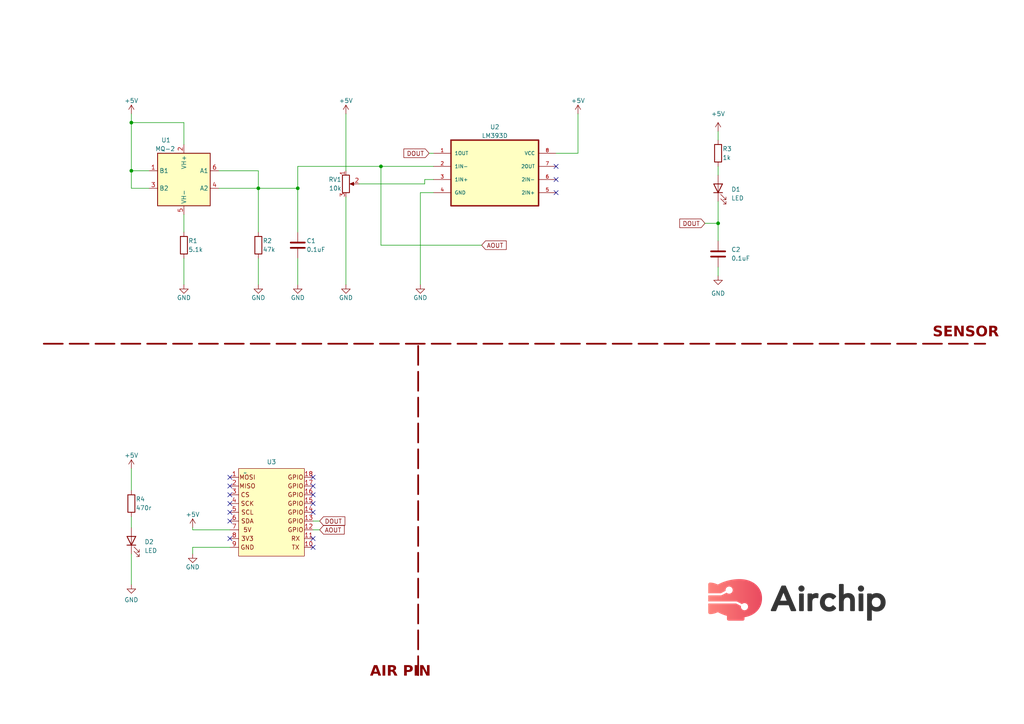
<source format=kicad_sch>
(kicad_sch (version 20230121) (generator eeschema)

  (uuid 09382f05-e025-4176-828f-49bbb8716922)

  (paper "A4")

  (lib_symbols
    (symbol "Device:C" (pin_numbers hide) (pin_names (offset 0.254)) (in_bom yes) (on_board yes)
      (property "Reference" "C" (at 0.635 2.54 0)
        (effects (font (size 1.27 1.27)) (justify left))
      )
      (property "Value" "C" (at 0.635 -2.54 0)
        (effects (font (size 1.27 1.27)) (justify left))
      )
      (property "Footprint" "" (at 0.9652 -3.81 0)
        (effects (font (size 1.27 1.27)) hide)
      )
      (property "Datasheet" "~" (at 0 0 0)
        (effects (font (size 1.27 1.27)) hide)
      )
      (property "ki_keywords" "cap capacitor" (at 0 0 0)
        (effects (font (size 1.27 1.27)) hide)
      )
      (property "ki_description" "Unpolarized capacitor" (at 0 0 0)
        (effects (font (size 1.27 1.27)) hide)
      )
      (property "ki_fp_filters" "C_*" (at 0 0 0)
        (effects (font (size 1.27 1.27)) hide)
      )
      (symbol "C_0_1"
        (polyline
          (pts
            (xy -2.032 -0.762)
            (xy 2.032 -0.762)
          )
          (stroke (width 0.508) (type default))
          (fill (type none))
        )
        (polyline
          (pts
            (xy -2.032 0.762)
            (xy 2.032 0.762)
          )
          (stroke (width 0.508) (type default))
          (fill (type none))
        )
      )
      (symbol "C_1_1"
        (pin passive line (at 0 3.81 270) (length 2.794)
          (name "~" (effects (font (size 1.27 1.27))))
          (number "1" (effects (font (size 1.27 1.27))))
        )
        (pin passive line (at 0 -3.81 90) (length 2.794)
          (name "~" (effects (font (size 1.27 1.27))))
          (number "2" (effects (font (size 1.27 1.27))))
        )
      )
    )
    (symbol "Device:LED" (pin_numbers hide) (pin_names (offset 1.016) hide) (in_bom yes) (on_board yes)
      (property "Reference" "D" (at 0 2.54 0)
        (effects (font (size 1.27 1.27)))
      )
      (property "Value" "LED" (at 0 -2.54 0)
        (effects (font (size 1.27 1.27)))
      )
      (property "Footprint" "" (at 0 0 0)
        (effects (font (size 1.27 1.27)) hide)
      )
      (property "Datasheet" "~" (at 0 0 0)
        (effects (font (size 1.27 1.27)) hide)
      )
      (property "ki_keywords" "LED diode" (at 0 0 0)
        (effects (font (size 1.27 1.27)) hide)
      )
      (property "ki_description" "Light emitting diode" (at 0 0 0)
        (effects (font (size 1.27 1.27)) hide)
      )
      (property "ki_fp_filters" "LED* LED_SMD:* LED_THT:*" (at 0 0 0)
        (effects (font (size 1.27 1.27)) hide)
      )
      (symbol "LED_0_1"
        (polyline
          (pts
            (xy -1.27 -1.27)
            (xy -1.27 1.27)
          )
          (stroke (width 0.254) (type default))
          (fill (type none))
        )
        (polyline
          (pts
            (xy -1.27 0)
            (xy 1.27 0)
          )
          (stroke (width 0) (type default))
          (fill (type none))
        )
        (polyline
          (pts
            (xy 1.27 -1.27)
            (xy 1.27 1.27)
            (xy -1.27 0)
            (xy 1.27 -1.27)
          )
          (stroke (width 0.254) (type default))
          (fill (type none))
        )
        (polyline
          (pts
            (xy -3.048 -0.762)
            (xy -4.572 -2.286)
            (xy -3.81 -2.286)
            (xy -4.572 -2.286)
            (xy -4.572 -1.524)
          )
          (stroke (width 0) (type default))
          (fill (type none))
        )
        (polyline
          (pts
            (xy -1.778 -0.762)
            (xy -3.302 -2.286)
            (xy -2.54 -2.286)
            (xy -3.302 -2.286)
            (xy -3.302 -1.524)
          )
          (stroke (width 0) (type default))
          (fill (type none))
        )
      )
      (symbol "LED_1_1"
        (pin passive line (at -3.81 0 0) (length 2.54)
          (name "K" (effects (font (size 1.27 1.27))))
          (number "1" (effects (font (size 1.27 1.27))))
        )
        (pin passive line (at 3.81 0 180) (length 2.54)
          (name "A" (effects (font (size 1.27 1.27))))
          (number "2" (effects (font (size 1.27 1.27))))
        )
      )
    )
    (symbol "Device:R" (pin_numbers hide) (pin_names (offset 0)) (in_bom yes) (on_board yes)
      (property "Reference" "R" (at 2.032 0 90)
        (effects (font (size 1.27 1.27)))
      )
      (property "Value" "R" (at 0 0 90)
        (effects (font (size 1.27 1.27)))
      )
      (property "Footprint" "" (at -1.778 0 90)
        (effects (font (size 1.27 1.27)) hide)
      )
      (property "Datasheet" "~" (at 0 0 0)
        (effects (font (size 1.27 1.27)) hide)
      )
      (property "ki_keywords" "R res resistor" (at 0 0 0)
        (effects (font (size 1.27 1.27)) hide)
      )
      (property "ki_description" "Resistor" (at 0 0 0)
        (effects (font (size 1.27 1.27)) hide)
      )
      (property "ki_fp_filters" "R_*" (at 0 0 0)
        (effects (font (size 1.27 1.27)) hide)
      )
      (symbol "R_0_1"
        (rectangle (start -1.016 -2.54) (end 1.016 2.54)
          (stroke (width 0.254) (type default))
          (fill (type none))
        )
      )
      (symbol "R_1_1"
        (pin passive line (at 0 3.81 270) (length 1.27)
          (name "~" (effects (font (size 1.27 1.27))))
          (number "1" (effects (font (size 1.27 1.27))))
        )
        (pin passive line (at 0 -3.81 90) (length 1.27)
          (name "~" (effects (font (size 1.27 1.27))))
          (number "2" (effects (font (size 1.27 1.27))))
        )
      )
    )
    (symbol "Device:R_Potentiometer" (pin_names (offset 1.016) hide) (in_bom yes) (on_board yes)
      (property "Reference" "RV" (at -4.445 0 90)
        (effects (font (size 1.27 1.27)))
      )
      (property "Value" "R_Potentiometer" (at -2.54 0 90)
        (effects (font (size 1.27 1.27)))
      )
      (property "Footprint" "" (at 0 0 0)
        (effects (font (size 1.27 1.27)) hide)
      )
      (property "Datasheet" "~" (at 0 0 0)
        (effects (font (size 1.27 1.27)) hide)
      )
      (property "ki_keywords" "resistor variable" (at 0 0 0)
        (effects (font (size 1.27 1.27)) hide)
      )
      (property "ki_description" "Potentiometer" (at 0 0 0)
        (effects (font (size 1.27 1.27)) hide)
      )
      (property "ki_fp_filters" "Potentiometer*" (at 0 0 0)
        (effects (font (size 1.27 1.27)) hide)
      )
      (symbol "R_Potentiometer_0_1"
        (polyline
          (pts
            (xy 2.54 0)
            (xy 1.524 0)
          )
          (stroke (width 0) (type default))
          (fill (type none))
        )
        (polyline
          (pts
            (xy 1.143 0)
            (xy 2.286 0.508)
            (xy 2.286 -0.508)
            (xy 1.143 0)
          )
          (stroke (width 0) (type default))
          (fill (type outline))
        )
        (rectangle (start 1.016 2.54) (end -1.016 -2.54)
          (stroke (width 0.254) (type default))
          (fill (type none))
        )
      )
      (symbol "R_Potentiometer_1_1"
        (pin passive line (at 0 3.81 270) (length 1.27)
          (name "1" (effects (font (size 1.27 1.27))))
          (number "1" (effects (font (size 1.27 1.27))))
        )
        (pin passive line (at 3.81 0 180) (length 1.27)
          (name "2" (effects (font (size 1.27 1.27))))
          (number "2" (effects (font (size 1.27 1.27))))
        )
        (pin passive line (at 0 -3.81 90) (length 1.27)
          (name "3" (effects (font (size 1.27 1.27))))
          (number "3" (effects (font (size 1.27 1.27))))
        )
      )
    )
    (symbol "LM393D:LM393D" (pin_names (offset 1.016)) (in_bom yes) (on_board yes)
      (property "Reference" "U1" (at 0 16.51 0)
        (effects (font (size 1.27 1.27)))
      )
      (property "Value" "LM393D" (at 0 13.97 0)
        (effects (font (size 1.27 1.27)))
      )
      (property "Footprint" "SOIC127P599X175-8N" (at 0 0 0) (do_not_autoplace)
        (effects (font (size 1.27 1.27)) (justify bottom) hide)
      )
      (property "Datasheet" "" (at 0 0 0)
        (effects (font (size 1.27 1.27)) hide)
      )
      (symbol "LM393D_0_0"
        (rectangle (start -12.7 12.7) (end 12.7 -6.35)
          (stroke (width 0.41) (type default))
          (fill (type background))
        )
        (pin output line (at -17.78 8.89 0) (length 5.08)
          (name "1OUT" (effects (font (size 1.016 1.016))))
          (number "1" (effects (font (size 1.016 1.016))))
        )
        (pin input line (at -17.78 5.08 0) (length 5.08)
          (name "1IN-" (effects (font (size 1.016 1.016))))
          (number "2" (effects (font (size 1.016 1.016))))
        )
        (pin input line (at -17.78 1.27 0) (length 5.08)
          (name "1IN+" (effects (font (size 1.016 1.016))))
          (number "3" (effects (font (size 1.016 1.016))))
        )
        (pin power_in line (at -17.78 -2.54 0) (length 5.08)
          (name "GND" (effects (font (size 1.016 1.016))))
          (number "4" (effects (font (size 1.016 1.016))))
        )
        (pin input line (at 17.78 -2.54 180) (length 5.08)
          (name "2IN+" (effects (font (size 1.016 1.016))))
          (number "5" (effects (font (size 1.016 1.016))))
        )
        (pin input line (at 17.78 1.27 180) (length 5.08)
          (name "2IN-" (effects (font (size 1.016 1.016))))
          (number "6" (effects (font (size 1.016 1.016))))
        )
        (pin output line (at 17.78 5.08 180) (length 5.08)
          (name "2OUT" (effects (font (size 1.016 1.016))))
          (number "7" (effects (font (size 1.016 1.016))))
        )
        (pin power_in line (at 17.78 8.89 180) (length 5.08)
          (name "VCC" (effects (font (size 1.016 1.016))))
          (number "8" (effects (font (size 1.016 1.016))))
        )
      )
    )
    (symbol "Sensor_Gas:MQ-6" (in_bom yes) (on_board yes)
      (property "Reference" "U" (at -6.35 8.89 0)
        (effects (font (size 1.27 1.27)))
      )
      (property "Value" "MQ-6" (at 3.81 8.89 0)
        (effects (font (size 1.27 1.27)))
      )
      (property "Footprint" "Sensor:MQ-6" (at 1.27 -11.43 0)
        (effects (font (size 1.27 1.27)) hide)
      )
      (property "Datasheet" "https://www.winsen-sensor.com/d/files/semiconductor/mq-6.pdf" (at 0 6.35 0)
        (effects (font (size 1.27 1.27)) hide)
      )
      (property "ki_keywords" "flammable gas sensor LPG" (at 0 0 0)
        (effects (font (size 1.27 1.27)) hide)
      )
      (property "ki_description" "Semiconductor Sensor for Flammable Gas" (at 0 0 0)
        (effects (font (size 1.27 1.27)) hide)
      )
      (property "ki_fp_filters" "*MQ*6*" (at 0 0 0)
        (effects (font (size 1.27 1.27)) hide)
      )
      (symbol "MQ-6_0_1"
        (rectangle (start -7.62 7.62) (end 7.62 -7.62)
          (stroke (width 0.254) (type default))
          (fill (type background))
        )
      )
      (symbol "MQ-6_1_1"
        (pin passive line (at 10.16 2.54 180) (length 2.54)
          (name "B1" (effects (font (size 1.27 1.27))))
          (number "1" (effects (font (size 1.27 1.27))))
        )
        (pin power_in line (at 0 10.16 270) (length 2.54)
          (name "VH+" (effects (font (size 1.27 1.27))))
          (number "2" (effects (font (size 1.27 1.27))))
        )
        (pin passive line (at 10.16 -2.54 180) (length 2.54)
          (name "B2" (effects (font (size 1.27 1.27))))
          (number "3" (effects (font (size 1.27 1.27))))
        )
        (pin passive line (at -10.16 -2.54 0) (length 2.54)
          (name "A2" (effects (font (size 1.27 1.27))))
          (number "4" (effects (font (size 1.27 1.27))))
        )
        (pin power_in line (at 0 -10.16 90) (length 2.54)
          (name "VH-" (effects (font (size 1.27 1.27))))
          (number "5" (effects (font (size 1.27 1.27))))
        )
        (pin passive line (at -10.16 2.54 0) (length 2.54)
          (name "A1" (effects (font (size 1.27 1.27))))
          (number "6" (effects (font (size 1.27 1.27))))
        )
      )
    )
    (symbol "moduler_pin:air" (in_bom yes) (on_board yes)
      (property "Reference" "U" (at 7.62 2.54 0)
        (effects (font (size 1.27 1.27)))
      )
      (property "Value" "" (at 0 0 0)
        (effects (font (size 1.27 1.27)))
      )
      (property "Footprint" "" (at 0 0 0)
        (effects (font (size 1.27 1.27)) hide)
      )
      (property "Datasheet" "" (at 0 0 0)
        (effects (font (size 1.27 1.27)) hide)
      )
      (symbol "air_1_1"
        (rectangle (start -1.905 1.27) (end 17.145 -24.13)
          (stroke (width 0) (type default))
          (fill (type background))
        )
        (text "3V3" (at 0.635 -19.05 0)
          (effects (font (size 1.27 1.27)))
        )
        (text "5V" (at 0.635 -16.51 0)
          (effects (font (size 1.27 1.27)))
        )
        (text "CS" (at 0 -6.35 0)
          (effects (font (size 1.27 1.27)))
        )
        (text "GND" (at 0.635 -21.59 0)
          (effects (font (size 1.27 1.27)))
        )
        (text "GPIO" (at 14.605 -16.51 0)
          (effects (font (size 1.27 1.27)))
        )
        (text "GPIO" (at 14.605 -13.97 0)
          (effects (font (size 1.27 1.27)))
        )
        (text "GPIO" (at 14.605 -11.43 0)
          (effects (font (size 1.27 1.27)))
        )
        (text "GPIO" (at 14.605 -8.89 0)
          (effects (font (size 1.27 1.27)))
        )
        (text "GPIO" (at 14.605 -6.35 0)
          (effects (font (size 1.27 1.27)))
        )
        (text "GPIO" (at 14.605 -3.81 0)
          (effects (font (size 1.27 1.27)))
        )
        (text "GPIO" (at 14.605 -1.27 0)
          (effects (font (size 1.27 1.27)))
        )
        (text "MISO" (at 0.635 -3.81 0)
          (effects (font (size 1.27 1.27)))
        )
        (text "MOSI" (at 0.635 -1.27 0)
          (effects (font (size 1.27 1.27)))
        )
        (text "RX" (at 14.605 -19.05 0)
          (effects (font (size 1.27 1.27)))
        )
        (text "SCK" (at 0.635 -8.89 0)
          (effects (font (size 1.27 1.27)))
        )
        (text "SCL" (at 0.635 -11.43 0)
          (effects (font (size 1.27 1.27)))
        )
        (text "SDA" (at 0.635 -13.97 0)
          (effects (font (size 1.27 1.27)))
        )
        (text "TX" (at 14.605 -21.59 0)
          (effects (font (size 1.27 1.27)))
        )
        (pin input line (at -4.445 -1.27 0) (length 2.54)
          (name "" (effects (font (size 1.27 1.27))))
          (number "1" (effects (font (size 1.27 1.27))))
        )
        (pin input line (at 19.685 -21.59 180) (length 2.54)
          (name "" (effects (font (size 1.27 1.27))))
          (number "10" (effects (font (size 1.27 1.27))))
        )
        (pin input line (at 19.685 -19.05 180) (length 2.54)
          (name "" (effects (font (size 1.27 1.27))))
          (number "11" (effects (font (size 1.27 1.27))))
        )
        (pin input line (at 19.685 -16.51 180) (length 2.54)
          (name "" (effects (font (size 1.27 1.27))))
          (number "12" (effects (font (size 1.27 1.27))))
        )
        (pin input line (at 19.685 -13.97 180) (length 2.54)
          (name "" (effects (font (size 1.27 1.27))))
          (number "13" (effects (font (size 1.27 1.27))))
        )
        (pin input line (at 19.685 -11.43 180) (length 2.54)
          (name "" (effects (font (size 1.27 1.27))))
          (number "14" (effects (font (size 1.27 1.27))))
        )
        (pin input line (at 19.685 -8.89 180) (length 2.54)
          (name "" (effects (font (size 1.27 1.27))))
          (number "15" (effects (font (size 1.27 1.27))))
        )
        (pin input line (at 19.685 -6.35 180) (length 2.54)
          (name "" (effects (font (size 1.27 1.27))))
          (number "16" (effects (font (size 1.27 1.27))))
        )
        (pin input line (at 19.685 -3.81 180) (length 2.54)
          (name "" (effects (font (size 1.27 1.27))))
          (number "17" (effects (font (size 1.27 1.27))))
        )
        (pin input line (at 19.685 -1.27 180) (length 2.54)
          (name "" (effects (font (size 1.27 1.27))))
          (number "18" (effects (font (size 1.27 1.27))))
        )
        (pin input line (at -4.445 -3.81 0) (length 2.54)
          (name "" (effects (font (size 1.27 1.27))))
          (number "2" (effects (font (size 1.27 1.27))))
        )
        (pin input line (at -4.445 -6.35 0) (length 2.54)
          (name "" (effects (font (size 1.27 1.27))))
          (number "3" (effects (font (size 1.27 1.27))))
        )
        (pin input line (at -4.445 -8.89 0) (length 2.54)
          (name "" (effects (font (size 1.27 1.27))))
          (number "4" (effects (font (size 1.27 1.27))))
        )
        (pin input line (at -4.445 -11.43 0) (length 2.54)
          (name "" (effects (font (size 1.27 1.27))))
          (number "5" (effects (font (size 1.27 1.27))))
        )
        (pin input line (at -4.445 -13.97 0) (length 2.54)
          (name "" (effects (font (size 1.27 1.27))))
          (number "6" (effects (font (size 1.27 1.27))))
        )
        (pin input line (at -4.445 -16.51 0) (length 2.54)
          (name "" (effects (font (size 1.27 1.27))))
          (number "7" (effects (font (size 1.27 1.27))))
        )
        (pin input line (at -4.445 -19.05 0) (length 2.54)
          (name "" (effects (font (size 1.27 1.27))))
          (number "8" (effects (font (size 1.27 1.27))))
        )
        (pin input line (at -4.445 -21.59 0) (length 2.54)
          (name "" (effects (font (size 1.27 1.27))))
          (number "9" (effects (font (size 1.27 1.27))))
        )
      )
    )
    (symbol "power:+5V" (power) (pin_names (offset 0)) (in_bom yes) (on_board yes)
      (property "Reference" "#PWR" (at 0 -3.81 0)
        (effects (font (size 1.27 1.27)) hide)
      )
      (property "Value" "+5V" (at 0 3.556 0)
        (effects (font (size 1.27 1.27)))
      )
      (property "Footprint" "" (at 0 0 0)
        (effects (font (size 1.27 1.27)) hide)
      )
      (property "Datasheet" "" (at 0 0 0)
        (effects (font (size 1.27 1.27)) hide)
      )
      (property "ki_keywords" "global power" (at 0 0 0)
        (effects (font (size 1.27 1.27)) hide)
      )
      (property "ki_description" "Power symbol creates a global label with name \"+5V\"" (at 0 0 0)
        (effects (font (size 1.27 1.27)) hide)
      )
      (symbol "+5V_0_1"
        (polyline
          (pts
            (xy -0.762 1.27)
            (xy 0 2.54)
          )
          (stroke (width 0) (type default))
          (fill (type none))
        )
        (polyline
          (pts
            (xy 0 0)
            (xy 0 2.54)
          )
          (stroke (width 0) (type default))
          (fill (type none))
        )
        (polyline
          (pts
            (xy 0 2.54)
            (xy 0.762 1.27)
          )
          (stroke (width 0) (type default))
          (fill (type none))
        )
      )
      (symbol "+5V_1_1"
        (pin power_in line (at 0 0 90) (length 0) hide
          (name "+5V" (effects (font (size 1.27 1.27))))
          (number "1" (effects (font (size 1.27 1.27))))
        )
      )
    )
    (symbol "power:GND" (power) (pin_names (offset 0)) (in_bom yes) (on_board yes)
      (property "Reference" "#PWR" (at 0 -6.35 0)
        (effects (font (size 1.27 1.27)) hide)
      )
      (property "Value" "GND" (at 0 -3.81 0)
        (effects (font (size 1.27 1.27)))
      )
      (property "Footprint" "" (at 0 0 0)
        (effects (font (size 1.27 1.27)) hide)
      )
      (property "Datasheet" "" (at 0 0 0)
        (effects (font (size 1.27 1.27)) hide)
      )
      (property "ki_keywords" "global power" (at 0 0 0)
        (effects (font (size 1.27 1.27)) hide)
      )
      (property "ki_description" "Power symbol creates a global label with name \"GND\" , ground" (at 0 0 0)
        (effects (font (size 1.27 1.27)) hide)
      )
      (symbol "GND_0_1"
        (polyline
          (pts
            (xy 0 0)
            (xy 0 -1.27)
            (xy 1.27 -1.27)
            (xy 0 -2.54)
            (xy -1.27 -1.27)
            (xy 0 -1.27)
          )
          (stroke (width 0) (type default))
          (fill (type none))
        )
      )
      (symbol "GND_1_1"
        (pin power_in line (at 0 0 270) (length 0) hide
          (name "GND" (effects (font (size 1.27 1.27))))
          (number "1" (effects (font (size 1.27 1.27))))
        )
      )
    )
  )

  (junction (at 74.93 54.61) (diameter 0) (color 0 0 0 0)
    (uuid 4f565e08-8e02-4f97-9bd2-289cc1c3cbfa)
  )
  (junction (at 38.1 35.56) (diameter 0) (color 0 0 0 0)
    (uuid 51cdaeb5-d167-4e23-b092-cff27d9f9402)
  )
  (junction (at 208.28 64.77) (diameter 0) (color 0 0 0 0)
    (uuid 9b24f632-4c09-4b62-ad67-96c21731d9db)
  )
  (junction (at 38.1 49.53) (diameter 0) (color 0 0 0 0)
    (uuid d2456d3d-2baf-455d-9c01-87dd8e73d1bd)
  )
  (junction (at 86.36 54.61) (diameter 0) (color 0 0 0 0)
    (uuid d873239b-3d32-4145-9137-4598917b1ef6)
  )
  (junction (at 110.49 48.26) (diameter 0) (color 0 0 0 0)
    (uuid e2e05501-8521-40ce-8701-ad475c87353c)
  )

  (no_connect (at 66.675 156.21) (uuid 108f8dee-e2db-4984-9a80-08eec857776c))
  (no_connect (at 90.805 148.59) (uuid 1149c66a-df1f-405d-b4d4-a7f63cc4f716))
  (no_connect (at 66.675 151.13) (uuid 1dc725c7-6682-4137-a10b-d85f2c5a7bbd))
  (no_connect (at 66.675 140.97) (uuid 45d00e78-9a51-4285-bc34-e3927d583870))
  (no_connect (at 90.805 140.97) (uuid 4f3acdaa-027a-4401-be6f-0f4c5612bf66))
  (no_connect (at 90.805 146.05) (uuid 530a6435-18b4-4a2d-9f7f-63e4ba72acf3))
  (no_connect (at 161.29 55.88) (uuid 54a8019b-d507-4afb-b332-092f67f02b8c))
  (no_connect (at 90.805 138.43) (uuid 5f1a12ff-fdc6-4642-ab2e-3ac673be9778))
  (no_connect (at 66.675 146.05) (uuid 6c60d86d-0585-4f8f-9c1d-052d0a763abb))
  (no_connect (at 66.675 143.51) (uuid 909f481c-1f21-43cf-854b-0866271b84af))
  (no_connect (at 90.805 156.21) (uuid 91d05395-7738-43bb-9e90-b86a819b6efb))
  (no_connect (at 66.675 138.43) (uuid 95ab30b8-b831-4747-b51b-9602c1d4b95f))
  (no_connect (at 161.29 52.07) (uuid 9934be83-0e80-4b77-895e-21176eb45225))
  (no_connect (at 90.805 143.51) (uuid a080b0c6-b383-4a38-9e3b-8f74c920202a))
  (no_connect (at 161.29 48.26) (uuid d37c74d2-bf27-4973-a13e-55d109c2061a))
  (no_connect (at 66.675 148.59) (uuid d508e76e-a1e9-4da5-8520-e5a11dbb010a))
  (no_connect (at 90.805 158.75) (uuid ef183617-441b-4a55-8a35-aa5de1457e84))

  (wire (pts (xy 208.28 64.77) (xy 208.28 69.85))
    (stroke (width 0) (type default))
    (uuid 01e68204-f6df-42be-83fa-f4350b1f197f)
  )
  (wire (pts (xy 123.19 53.34) (xy 104.14 53.34))
    (stroke (width 0) (type default))
    (uuid 048cf7bc-7979-4700-8d80-355103842f2d)
  )
  (wire (pts (xy 208.28 58.42) (xy 208.28 64.77))
    (stroke (width 0) (type default))
    (uuid 09dbe046-7788-4ae1-8f1d-8d07c82e39ba)
  )
  (wire (pts (xy 86.36 48.26) (xy 110.49 48.26))
    (stroke (width 0) (type default))
    (uuid 11f23cc1-9c3d-44a9-bb2e-ffc4cde36f87)
  )
  (wire (pts (xy 38.1 135.89) (xy 38.1 142.24))
    (stroke (width 0) (type default))
    (uuid 130afaab-6deb-44a2-9400-b170b4638576)
  )
  (wire (pts (xy 100.33 57.15) (xy 100.33 82.55))
    (stroke (width 0) (type default))
    (uuid 1966410f-6a12-440b-8707-3b43230f84a7)
  )
  (wire (pts (xy 100.33 33.02) (xy 100.33 49.53))
    (stroke (width 0) (type default))
    (uuid 1f3b47ef-3729-4c8f-a553-c13cb0f4bf5b)
  )
  (polyline (pts (xy 121.285 100.33) (xy 121.285 197.485))
    (stroke (width 0.5) (type dash) (color 132 0 0 1))
    (uuid 22793d1d-d2b0-4be2-8c86-587e762015e8)
  )

  (wire (pts (xy 63.5 54.61) (xy 74.93 54.61))
    (stroke (width 0) (type default))
    (uuid 2345ff94-86a8-4b40-b670-efd0156adafb)
  )
  (wire (pts (xy 53.34 35.56) (xy 53.34 41.91))
    (stroke (width 0) (type default))
    (uuid 3463d4cc-9872-4d0e-9691-4f0e39b39216)
  )
  (wire (pts (xy 55.88 158.75) (xy 66.675 158.75))
    (stroke (width 0) (type default))
    (uuid 39714124-dfdb-442e-86f2-7fe862750924)
  )
  (wire (pts (xy 110.49 48.26) (xy 110.49 71.12))
    (stroke (width 0) (type default))
    (uuid 3d8df8ac-0501-48f4-9c75-89cf5e0d09c2)
  )
  (wire (pts (xy 208.28 77.47) (xy 208.28 80.01))
    (stroke (width 0) (type default))
    (uuid 4006829d-700e-45ec-a617-8ffe91b5cfe9)
  )
  (wire (pts (xy 86.36 74.93) (xy 86.36 82.55))
    (stroke (width 0) (type default))
    (uuid 425f624a-a381-40c5-80c6-5cfa5d99c75b)
  )
  (wire (pts (xy 167.64 33.02) (xy 167.64 44.45))
    (stroke (width 0) (type default))
    (uuid 47d8540f-3eb1-405f-bf51-676e1e484f91)
  )
  (polyline (pts (xy 12.7 99.695) (xy 285.75 99.695))
    (stroke (width 0.5) (type dash) (color 132 0 0 1))
    (uuid 4b9a6f19-9465-49e9-bf9e-b267fb77f40a)
  )

  (wire (pts (xy 74.93 54.61) (xy 86.36 54.61))
    (stroke (width 0) (type default))
    (uuid 6170ebae-0159-4940-8672-b4dd15de6f54)
  )
  (wire (pts (xy 86.36 48.26) (xy 86.36 54.61))
    (stroke (width 0) (type default))
    (uuid 67bbf1a3-9632-4a30-9a7c-999986ebb895)
  )
  (wire (pts (xy 74.93 54.61) (xy 74.93 67.31))
    (stroke (width 0) (type default))
    (uuid 68abdd6f-1ede-40a7-aa48-3125b065f7f5)
  )
  (wire (pts (xy 167.64 44.45) (xy 161.29 44.45))
    (stroke (width 0) (type default))
    (uuid 724b01c2-c76e-4021-b454-c61a6c16db2f)
  )
  (wire (pts (xy 74.93 49.53) (xy 74.93 54.61))
    (stroke (width 0) (type default))
    (uuid 730f4772-d383-477f-8f2b-93e6aca4aa35)
  )
  (wire (pts (xy 63.5 49.53) (xy 74.93 49.53))
    (stroke (width 0) (type default))
    (uuid 75c0dd10-d9ad-4ed6-8127-257f5d640c59)
  )
  (wire (pts (xy 121.92 82.55) (xy 121.92 55.88))
    (stroke (width 0) (type default))
    (uuid 77f5f27c-f61f-45ef-87f3-b0c49494abf6)
  )
  (wire (pts (xy 123.19 52.07) (xy 125.73 52.07))
    (stroke (width 0) (type default))
    (uuid 8633bb2c-a5b3-42ae-89aa-d9b80ff67e3c)
  )
  (wire (pts (xy 38.1 35.56) (xy 53.34 35.56))
    (stroke (width 0) (type default))
    (uuid 88c54ccc-8dc7-479b-ab88-dc88a17d6b21)
  )
  (wire (pts (xy 43.18 54.61) (xy 38.1 54.61))
    (stroke (width 0) (type default))
    (uuid 8b22b3ae-15fc-485e-b9fa-6d270f0d2512)
  )
  (wire (pts (xy 38.1 33.02) (xy 38.1 35.56))
    (stroke (width 0) (type default))
    (uuid 925e946b-998e-4482-89eb-76c9fe955497)
  )
  (wire (pts (xy 53.34 62.23) (xy 53.34 67.31))
    (stroke (width 0) (type default))
    (uuid a326ae61-31b3-4783-8f1e-a8df705af82f)
  )
  (wire (pts (xy 55.88 153.67) (xy 55.88 153.035))
    (stroke (width 0) (type default))
    (uuid a52784f1-51a4-4c54-beeb-1e383bbd1e28)
  )
  (wire (pts (xy 124.46 44.45) (xy 125.73 44.45))
    (stroke (width 0) (type default))
    (uuid a841bf97-b2c5-4a82-80cb-884b12136e9f)
  )
  (wire (pts (xy 74.93 74.93) (xy 74.93 82.55))
    (stroke (width 0) (type default))
    (uuid aa326f58-7081-4f73-bbc3-6248bafa87c6)
  )
  (wire (pts (xy 53.34 74.93) (xy 53.34 82.55))
    (stroke (width 0) (type default))
    (uuid b346d1c6-c71d-4bea-9320-a98cc6448ecf)
  )
  (wire (pts (xy 204.47 64.77) (xy 208.28 64.77))
    (stroke (width 0) (type default))
    (uuid b48ea949-7d51-4f72-8851-1dcabd9109a5)
  )
  (wire (pts (xy 38.1 49.53) (xy 43.18 49.53))
    (stroke (width 0) (type default))
    (uuid b9565292-11ae-4bfc-95ef-1182b9cce5a3)
  )
  (wire (pts (xy 55.88 153.67) (xy 66.675 153.67))
    (stroke (width 0) (type default))
    (uuid c210971a-02b3-406c-9f5b-0995fef9fded)
  )
  (wire (pts (xy 38.1 149.86) (xy 38.1 153.035))
    (stroke (width 0) (type default))
    (uuid c374d5f9-98db-4f66-ad5e-1af52c264763)
  )
  (wire (pts (xy 208.28 48.26) (xy 208.28 50.8))
    (stroke (width 0) (type default))
    (uuid c5f94961-bfcb-48cf-b086-bcf09504c279)
  )
  (wire (pts (xy 90.805 153.67) (xy 92.71 153.67))
    (stroke (width 0) (type default))
    (uuid d6c2c547-38d1-4bc2-859e-64e2f1db4dbb)
  )
  (wire (pts (xy 38.1 160.655) (xy 38.1 169.545))
    (stroke (width 0) (type default))
    (uuid daaf4edc-5c77-49c5-b252-c99ecb26cf1c)
  )
  (wire (pts (xy 110.49 71.12) (xy 139.7 71.12))
    (stroke (width 0) (type default))
    (uuid e25724b6-8db2-4ce7-8a28-c3493b8e14b5)
  )
  (wire (pts (xy 55.88 160.655) (xy 55.88 158.75))
    (stroke (width 0) (type default))
    (uuid ec408695-bb12-4bb7-8c08-64a00c791530)
  )
  (wire (pts (xy 208.28 38.1) (xy 208.28 40.64))
    (stroke (width 0) (type default))
    (uuid f5546052-0a0c-485f-87c7-aff5335fc387)
  )
  (wire (pts (xy 38.1 49.53) (xy 38.1 35.56))
    (stroke (width 0) (type default))
    (uuid f696c18e-54eb-44c3-9b44-5e4202ce1d72)
  )
  (wire (pts (xy 121.92 55.88) (xy 125.73 55.88))
    (stroke (width 0) (type default))
    (uuid fd7f61e4-271a-4863-903f-a75923831519)
  )
  (wire (pts (xy 38.1 54.61) (xy 38.1 49.53))
    (stroke (width 0) (type default))
    (uuid fdb514a4-1e6b-4401-8a47-0bca8df2b54d)
  )
  (wire (pts (xy 90.805 151.13) (xy 92.71 151.13))
    (stroke (width 0) (type default))
    (uuid fe636186-405f-48f3-a10d-c17890c2a259)
  )
  (wire (pts (xy 86.36 54.61) (xy 86.36 67.31))
    (stroke (width 0) (type default))
    (uuid ff390a3c-d361-460f-b83d-77f9603af75b)
  )
  (wire (pts (xy 110.49 48.26) (xy 125.73 48.26))
    (stroke (width 0) (type default))
    (uuid ffac485b-0e68-4457-9d01-091c406c4387)
  )
  (wire (pts (xy 123.19 52.07) (xy 123.19 53.34))
    (stroke (width 0) (type default))
    (uuid ffd9ebfb-ceab-4b03-870b-a8717f297ac4)
  )

  (image (at 231.14 173.99) (scale 0.303838)
    (uuid 7ea7e364-16b1-432a-8ac6-1322db02469e)
    (data
      iVBORw0KGgoAAAANSUhEUgAAB9AAAAHVCAYAAACpJWDwAAAABHNCSVQICAgIfAhkiAAAIABJREFU
      eJzs3XeYnGW9//F3SEKyCS0hARUVBCSKYvuiqKiAokRasKAeRUn4WSghFUTNsYAiICGNA6gQEBso
      TfEg6hFE8KjouRFsIAgiiEJCEwhJKJnfH88sKdtmdmfmnvJ+XddcuzzPPfd8dpjMzj6fpwxDkjrQ
      ox+ZPhzYnBKbA5sDW5S/dt82BbqATSkxFugqwSbl5SOBzYqZSpsAI4CNgTHFIjYFNuo3QKnXpSuB
      J8oDHgWeLsHjwBOUeILi+5XACuAx4N/l77tvD5eXPUiJh4AHgYc2P//MFZU+L5IkSZIkSZIkSZ1s
      WO4AklQLj3706E2BZ1NiIvAcYCKw5Tpft4TS+PL3W1GU4X0V2esrrfel95UDLKp+TGn9YZXM2ff8
      TwIPQel+4F5gObAMuJcS3cvuA+4G7tv862c9XeWjSZIkSZIkSZIktQULdElN7bGPHb0J8FxKbAPP
      3J4LbFOCZwFbU3wdDQxQNA+t7G7hAr3vhT0XPV0qCvV/lG/3UBTrdwJ3UOLOLb5x1oNVppEkSZIk
      SZIkSWoJFuiSsnnsYzOGUZTf2wLbQWnb8vfdt+fRfar0SntqC/R+xleWtYKn8BHgb8CdULoduLV8
      u22Lb3z5H1XllCRJkiRJkiRJaiIW6JLq6rHDZ4wCdijftn/m+xI7AC+guHZ4WT/VrQV6depboPe3
      YAUlbgP+AtwC/An4I3DbFt/88lP9TS1JkiRJkiRJkpSbBbqkIVtxxIzhJXg+8CJgJ0pMAiYBO1Gc
      br2nattvC/Tq5CvQ+5rgSYpC/Q/An4GbgN9t8c0v39Pfw0mSJEmSJEmSJDWSBbqkiq04YubGFCX5
      zlDaGXgp8EJgp9K6R5IPukC2QN9wQBsV6H1ZTokbgN+VKL4Ct4/71per/YklSZIkSZIkSZKGzAJd
      Ug8rjpw5HNgReDnwUkq8FNi5vGx4MWr9frPU53/0wQK9ogEdUKD39vw+BKXfAL8Grgd+M+5bX3mg
      ylklSZIkSZIkSZKqZoEudbgVR84cR1GUvxx4WfnrzkDXM4MqKGMt0Ac350ADOrRA722S2yhxPfAL
      4FrglnHf/opHqUuSJEmSJEmSpJqyQJc6yIqjZj4LCOAVQFBiV+B5A97RAr2foRbo1U3Q95wDFOgb
      Lrof+F/gOopC/Xfjvv2Vp6p8ZEmSJEmSJEmSpPVYoEttasVRs7YCXg2l3Vhbmj9nvUGVFp0W6P0M
      tUCvboK+56yyQN/QI8DPgauAqyjxp3EXeIS6JEmSJEmSJEmqjgW61AYenz5rLMUR5bsBrwZeU4Jt
      i7XVldKVj7NAr8WcAw2wQB/kvCXuo7tMhx+Nu+Ar/6wylSRJkiRJkiRJ6kAW6FILenz6rB2B1wOv
      A3YHXgJstG7BWOrlux4s0C3Q27dA39BNULoCuBL41bgLvvp0FbNJkiRJkiRJkqQOYYEuNbnHp88a
      TXFUeXdh/npgYq+DLdAt0Psd39EF+roLHwZ+AlxeKnHF+Au/+nAVM0uSJEmSJEmSpDZmgS41mceP
      nrUZRUn+Jkq8CdgVGFXRnS3QLdD7HW+B3mNJiacorp3+PeD74y/86t1VPIokSZIkSZIkSWozFuhS
      Zo8fPXs88CZgTyi9AXglsBEwpNLUAn0ok/Q+xgK9t5UtX6BvKAEXAxeNv/Crt1fxiJIkSZIkSZIk
      qQ1YoEsN9viM2ZsDb6TEXsBbgJfxzL/FDdo8C/R+V1mgVzu/BXqPJf3PeQNwEXDB+Au/+vcqHl2S
      JEmSJEmSJLUoC3SpzlbOmD26BG+kKMv3ojgl+0YVFXwW6P2uskCvdn4L9B5LKp/zeuACSlww/jtf
      XVZFEkmSJEmSJEmS1EIs0KUaWzlj9jCKo8rfVr69oQSjewy0QK8ukAV6dSzQK1pYRYHePcVTwP8A
      3wC+N/47X11Z5QySJEmSJEmSJKmJWaBLNbBy5uxnUWIfisL8rcDEdddXXvRaoFcz3gK92vkt0Hss
      Gdrz+ihwMZTOG/+ds6+rciZJkiRJkiRJktSELNClQVg5c/Zw4HXAZGBf4JVV99QW6NUFskCvjgV6
      RQuHWKCvu/BW4Bzg/PHfOdtTvEuSJEmSJEmS1KIs0KUKrZw5ZyLw9uJWmgxssd4AC/Tq5rVAr2iA
      Bfog5218gd7tKeByYCnwo/HfOXtNlY8gSZIkSZIkSZIyskCX+rFy1pyXAAdS4gDgtTzzb6a6cs8C
      fXBzDrTKAr3a+S3Qeyyp1/NauIMSZwHnjv/u2Q9W+UiSJEmSJEmSJCkDC3RpHStnzRkJvAk4AJgC
      bAcMuTS0QB/cnAOtskCvdn4L9B5L6lugd69aBVwInDH+u2f/X5WPKEmSJEmSJEmSGsgCXR1v5aw5
      YyhOzX4QRXG+eY9BFugDLrRAH9ycAw2wQB/kvM1VoK/r1yVYAFy25XfPfqrKR5ckSZIkSZIkSXVm
      ga6OtHLWnPHAfsA7gcnA6H7vYIE+4EIL9MHNOdAAC/RBztu8BXr3or8Di4ClW3737EerTCFJkiRJ
      kiRJkurEAl0dY+XsOVtRFObvosSewIiK72yBPuBCC/TBzTnQAAv0Qc7b/AV6t0cocTawaMuLzv5H
      lWkkSZIkSZIkSVKNWaCrra2aPXc8lN4BHFyCvYHhQA3KSAt0C/TazDnQAAv0Qc7bOgV694IngfOB
      U7a86Oy/VplKkiRJkiRJkiTViAW62k5RmvMO4GDgLVAaAYMoePsdb4FugV6bOQcaYIE+yHlbr0Dv
      tga4CEonbXnROTdVF06SJEmSJEmSJA2VBbrawqo5c7uAAynxfoprmm+8du0GRWSP/6iABfqACy3Q
      BzfnQAMs0Ac5b+sW6Osu/D5w/JYXnfO7irJJkiRJkiRJkqQhs0BXy1o1Z+4IitOyf4DiiPOx/ZVb
      FuiVZqh0nAV6LeYcaIAF+iDnbY8CvZtFuiRJkiRJkiRJDWKBrpazas7cXYEPAe8DJq630gK9l28t
      0KufpPcxFui9rbRAb0CB3u0y4D+3vOicP/f9gJIkSZIkSZIkaSgs0NUSVs2Zuw3FkeaHAjv3OdAC
      vZdvLdCrn6T3MRbova20QG9ggV6sKPFN4DNbXnzOnX0/sCRJkiRJkiRJGgwLdDWtVXPnjqHEQRSl
      +d7ARgPeyQK9l28t0KufpPcxFui9rbRAb3CB3r3qSeAM4MQtLz7n/r4HS5IkSZIkSZKkaligq+ms
      mjs3gP8HvJ8Sm1d1Zwv0Xr61QK9+kt7HWKD3ttICPVOB3u0R4FRgwZYXn/N433eSJEmSJEmSJEmV
      sEBXU1g195hxUDqEojh/+TMralhuWaBXmqHScRbotZhzoAEW6IOct3MK9G73AMcB397y4nOq/akk
      SZIkSZIkSVKZBbqyWTX3mGHAHsBHgXdCaVSPQRbo1bFAt0Dvd7wFeo8l7VOgd7semLXlxef8ut9R
      kiRJkiRJkiSpVxboarjVxxwzHvhQqcTHgBetXVO7Iq63hRbolWaodJwFei3mHGiABfog5+3cAr3b
      tynx8S0vOeeeikZLkiRJkiRJkiTAAl0NtPqYY14LHA68B+jqWVxZoFugW6BvOMACfZDzWqBDiceA
      40uwaMIl5zxV4b0kSZIkSZIkSepoQyrQ1xz/qS1KJV4KTAK2ADZdZ/VqYOUG3z9MiVXl7x8CHgAe
      HH78F1eitrT6mGO6gPcDR7Putc3prbiyQLdAt0DfcIAF+iDntUBf93n9E3DUhEvO+XmF95QkSZIk
      SZIkqWNVXaCvOf5TOwAfBPYHXlUqVTlH70XBKuBBYBlwLyXuBu4F/gncDdwJ/G34CSc9Xm1e5bH6
      mGO2A44EPgyM622MBXoFCy3Q+11lgV7t/BboPZZ0RoHe7ZvA3AmXnLOswhkkSZIkSZIkSeo4FZff
      a46ftxuU/pOiOH9GXcqHvue8F7ijBHcAtwA3A3+mxO0jPn/Sk1UmUY2tPuaYYcCewAzgQGCj/sZb
      oFew0AK931UW6NXOb4HeY0lnFehQ7Kw2F0rnT7hkabU/vSRJkiRJkiRJbW/AAn3N8fMmAqcChzas
      fBhgzl7Kh6eAW4Eby7ffQemGEZ8/+cEq02kQVh97zCjgEErMBl5S6f0s0CtYaIHe7yoL9Grnt0Dv
      saTzCvTulVcBH51wydI7KpxNkiRJkiRJkqSO0G+Bvub4eXsAFwDPLpY0bYHe16i7gV+Xb78Cbhjx
      +ZNXDxxSlVh97DETKE7TfhSwVbWlmQV6BQst0PtdZYFe7fwW6D2WdG6BDrAS+AywcMIlS5+ucFZJ
      kiRJkiRJktpanwX6muPnTQWWst5puFuuQN/QE8ANlPg5cA3wixFfOPmx/h9NG1p97LEvgtJs4EPA
      6GdWWKBXfvdKF1qg97vKAr3a+S3Qeyzp7AK92/XAoRMuWfqXCmeWJEmSJEmSJKlt9Vqgrzlh3uGU
      OKvnmpYv0Ddc9TTwf8DVwI+BX474wsleS70Pq4899nXAJ4H9odTztWOBXvndK11ogd7vKgv0aue3
      QO+xxAK920pKfApYMuHSpWsqfARJkiRJkiRJktpOjxJ0zQnz3gV8l9K6R553a7sCfUOPAj+lKNN/
      OOILJ9/df5L2t/rYY4cBkymK8zeuXTP00swCvYKFFuj9rrJAr3Z+C/QeSyzQN1x0LTB1wqVL/1bh
      o0iSJEmSJEmS1FbWK9DXnDDvhcDvgLFZy4d8BfqG424AvleC74088eQ/VHivtrD648eOoMTBwCeA
      l/UcYYFe2WP3s8oCvbpAFujVsUCvaKEFeq+LHgOmT7h06fkVPpIkSZIkSZIkSW3jmQJ9zQnzhgO/
      BnYF8pYPzVOgr/vlDihdClw48sRTUoUztJzVHz92Y+CDwCcpsUPfIy3QK3vsflZZoFcXyAK9Ohbo
      FS20QO930XeAwydcuvThCh9RkiRJkiRJkqSWt26BfhTwX8+ssUDvpXx45rvbKIqFb4888ZSbK5yt
      qZWL88OATwHPA+pTRK473AJ94IUW6P2uskCvdn4L9B5LLNAHmvcu4JAJly69rsJHlSRJkiRJkiSp
      pQ0DWHPCvC7gb8DWz6yxQO+vQF/X74CvUZTp91c4c9N44uPHdgEfKcExdBfn3SzQ+xlvgW6BXps5
      BxpggT7IeS3Qa/m6XQN8Hvj8hEuXPl3ho0uSJEmSJEmS1JK6C/TpwOnrrbFAr7RA7/YkJS6nKNOv
      HPnFU5q6ZHiiOOL8YxRHnD+rYUXkusMt0AdeaIHe7yoL9Grnt0DvscQCvZp5r6bEByZctvTeChNI
      kiRJkiRJktRyugv03wGvWG+NBXq1Bfq6q/8BnA2cPfKLp/yrwkdriCeOO3YEJaYBn2adI84t0Kud
      1wLdAr02cw40wAJ9kPNaoNfrdXsf8N4Jly39eYUpJEmSJEmSJElqKcPWnDBvEnBLjzUW6EMp0Ls9
      BXwfOHPkF0+5usJHrYsnjjt2I+AQ4DOU2GHD9Rbo1c5rgW6BXps5BxpggT7IeS3Q6/m6XQN8Fjhx
      wmVLq30GJUmSJEmSJElqasN6PX07WKCvM24IBfq6/gAsoMS3R550yhMVJqiJJ4479h3AicCLgbxF
      5LrDLdAHXmiB3u8qC/Rq57dA77HEAr26edcf8wPgkAmXLX2kwkSSJEmSJDWliBgBvACYAIzKHKfb
      CuDelNLduYNIktRphq05Yd4FwPt6rLFAr3WB3j3mPuC/gC+PPOmU+ytMMihPHPfxNwCnQOn1G2To
      JVYvLND7GW+BboFemzkHGmCBPsh5LdAb9br9C3DQhMuW9jyTjSRJkiRJTS4i9gSmA5OBsXnT9Ole
      4BJgUUrpr7nDSJLUCYatOWHejcDLe6yxQK9Xgd5tBXAOcOrIk065p8JEFXniuI/vDJwMHNBrMAt0
      C/Rq57dA72eoBXp1E/Q9pwX64Ofsb1wDXrePAodOuGzpZZUFkyRJkiQpr4gYT7Ft9h25s1ThSeAk
      4ISU0tO5w0iS1M6GrTlh3oPAuB5rLNDrXaB3exJK5wGnjjzpS0Pag/CJ4z6+HfBp4FBgeJ8PaoFu
      gV7t/Bbo/Qy1QK9ugr7ntEAf/Jz9jWvc67b0WeDzEy47t9pnVZIkSZKkhomI5wI/A3bMnWWQvge8
      J6X0ZO4gkiS1q2FrTphX8bZ1C/S6FOjdC9cAl1Oc3v1nI0/60poKZuOJT3x8I2B3SnwY+ADrFed9
      PKgFugV6tfNboPcz1AK9ugn6ntMCffBz9jeugQU6wIXAtAmXnbuqgtkkSZIkSWqoiOgCrgd2yZ1l
      iM5KKR2ZO4QkSe3KAr2CB2pQgb6uB0rwI+CXlLgFuJPilO9PABOArYGXArsB+wDPrqrxskC3QK92
      fgv0foZaoFc3Qd9zWqAPfs7+xjW4QAe4vgQHTbzs3HsrmFGSJEmSpIaJiJOAT+TOUSN7p5Suyh1C
      kqR2ZIFewQNlKNCrL80s0PsZb4FeyfhK5+1roQX64OYcaIAF+iDntUDPWaBTgruAAyZedu7vK5hV
      kiRJkqS6i4hxwN3A2NxZauR/U0pvyB1CkqR2tFHuAJIkqe08H7hu+UGH7Z07iCRJkiRJZe+mfcpz
      gN0jYvvcISRJakcW6JIkqR42A364/KDDDskdRJIkSZIk4E25A9TBHrkDSJLUjizQJUlSvYwEvrH8
      oMPa5fpykiRJkqTWtWPuAHXwgtwBJElqRxbokiSp3k5aftBhpy8/6LBhuYNIkiRJkjpWV+4AdbBZ
      7gCSJLUjC3RJktQI0ymORh+RO4gkSZIkSZIkSX2xQJckSY3yAeDS5Qcd1o57/UuSJEmSJEmS2oAF
      uiRJaqQDgCuWH3TY5rmDSJIkSZIkSZK0IQt0SZLUaHsBP7FElyRJkiRJkiQ1Gwt0SZKUw2uwRJck
      SZIkSZIkNRkLdEmSlMtrgGuWTzlsYu4gkiRJkiRJkiSBBbokScrrFcDVluiSJEmSJEmSpGYwIncA
      SZLU8V5KUaK/ceL3z304dxhJklSZiNgaeBEwCdgR2AzYpHwDeKx8ewS4DbgVuCWldF/j00qSJKmV
      RcSmwE4Unz93AsYDmwJblIesZu1nz7uAvwC3AH9PKT3d8MCSWpoFuiRJagYvBX68fMphb5v4/XP/
      nTuMpPYSEeOA/wAmA7sA4/ImesYqig07vwC+lVJKmfNI/YqI5wBvA/YE9ga2GeQ89wA/Ba4BfpxS
      +leNIkqSJKlNRMRYYC/gLeWvLwOGDWKqRyPiWuBq4Kcppd/XLqWkdjVszQnzSr2u6XVpz4Wl3u/d
      t0rmHWDOHqsrzFrp/BuOK224YCjzVvq8VjPngOMGfn6rfQorn6SfGSr5H1nD11dpwHHVzFtd1sqf
      3+r+LfR394pet0N6fZX6/q8a/lvob1XDXrc93gtqN+dAA6p+L+h3fGVZq3sKa/fvtp9XVPXz5vwd
      NsCqfL/DBphkyK/bXt51Bvce87/A2yZ+/9zHK7y3JPUpIoYBc4BPA5tnjlOJK4DpKaU7cweRukXE
      JsA7gA9RbLwczEbL/pQoyvRvAJemlFbUeH5JkgCIiBuBl+fOUWOLU0qzcoeQaiUiNqLYWfNDwLtY
      e2ajWroZ+DrwzZTSP+owv6Q24DXQJUlSM9kd+O/lUw7ryh1EUmuLiDHAfwPzaY3yHGA/4IaI2Ct3
      ECkiJkTEicA/KDYw7k3ty3PKc761/Bj3RMQXImJCHR5HkiRJTSoiRkbEVIpTrl8FHEp9ynOAFwMn
      AXdFxIURsUudHkdSC7NAlyRJzWYv4ILlUw4bnjuIpNZUPvL8ImDf3FkGYRxweUS029FRahERsUVE
      zAfuBD5FY3dA2RyYB9wZEadGxBYD3UGSJEmtKyI2iogPA7cD5wEvbODDDwPeC/w+Ir4XES9u4GNL
      anIW6JIkqRlNAb66fMq0ehzpJqn9HUVrlufdNgEujIiNcwdR54iIYRFxKHAbMBcYmzHOWOAY4LZy
      JkmSJLWZiNgV+C1wNvC8zHGmAH+IiNPK116X1OEs0CVJUrM6DDgxdwhJrSUiNgU+lztHDbyI4n1Q
      qruIeDZwJfA1oJlOnz4B+FpEXFnOKEmSpBZXPl37F4FfA6/KnWcdw4E5wB8jYvfcYSTlZYEuSZKa
      2SeXT5k2K3cISS3l/wFb5g5RI3Mjwr/ZVFcR8RbgJmCf3Fn6MRm4KSLenDuIJEmSBi8ingtcB3yS
      orBuRtsB10bEJ8uXB5PUgdwYI0mSmt3C5VOmvTt3CEnNLyKGAzNz56ihHSmKQ6kuIuJo4CfAxNxZ
      KjAR+J+ImJ47iCRJkqoXEbsBCdgtd5YKbAR8EfhORHTlDiOp8SzQJUlSK/jG8inTXpc7hKSmN4Xi
      aIF2MiN3ALWf8vXOvwQsobW2C2wEnB4Rp3g0kCRJUuuIiAOAnwFb5c5SpYOBqyJi89xBJDVWK/2h
      LEmSOtdo4PLlB07bPncQSU1tTu4AdbBPREzKHULto1w8nwkcmzvLEHwcONMSXZIkqflFxIHAJUCr
      Hsn9OuBqS3Sps1igS5KkVjEB+OHyA6eNzx1EUvOJiF2B3XPnqBNPWa1aOgU4PHeIGjgcOCl3CEmS
      JPUtIiYDFwMjc2cZolcBP4mIsbmDSGoMC3SpuTwN3Az8ADgdmAccAUwD3gt8sPz9TOBE4Dzg58C/
      coSVpAwmARcvP3DaiNxBJDWd2bkD1NHUiNgsdwi1vvI1z1v5yPMNHec10SVJkppTRLwSuIjWL8+7
      vQa4MCKG5w4iqf7c+Czl9SjwU4oS/JfA78ecvmj1YCZ6fPqsrYAA9gD2Al4NeEpDSe1oL2ARHpEp
      qSwitgHekztHHW1CsRPl4txB1Loi4s0Uvz/bzeKI+FNK6We5g0iSJKkQEVsC36P4W6ad7E9xYNsn
      cgeRVF/D1pwwr9Trml6X9lxY6v3efatk3gHm7LG6wqyVzr/huNKGC4Yyb6XPazVzDjhu4Oe32qew
      8kn6maGS/5E1fH2VBhxXzbzVZd1g1b+BSyhxIXDNmNMXPlllmoqsOGrW1sCBUHo/Ranes0wf0uur
      1Pd/1fDfQn+rGva67fFeULs5BxpQ9XtBv+Mry1rdU1i7f7f9vKKqnzfn77ABVuX7HTbAJEN+3fby
      27L+v8M+OvHy886u8FEktbGIOIn234DxV2BSSmlN7iBqPRHxbOAmYGLuLHWyHNglpXRf7iCSpOYV
      ETcCL8+do8YWp5Rm5Q4hrSsihgE/BCbnzlJHB6aUfpA7hKT68Qh0qXFuoDgt+3fHLFn4eL0fbOwZ
      i+4DzgbOXnHUzO2BjwIfAbx2sKR2ccbyA6fdMvHy867LHURSPhExBvhY7hwNsCPFBqgf5g6ilnQu
      7VueQ/GznQfsmzuIJEmSOJr2Ls8BlkbES1JKy3MHkVQfXgNdqr9rgb3HLFkYY5Ys/FojyvMNjT1j
      8R1jz1j8CWBbYC6wrNEZJKkORgIXLztw2ja5g0jK6lBgXO4QDTIjdwC1nog4lPbfgAnw9oj4UO4Q
      kiRJnSwitgO+mDtHA0ykOFhOUpuyQJfq5xZg/64lC/cYs2ThVbnDAIw9Y/FjY89YvADYATgeWJk5
      kiQN1VbARcsOnDYydxBJjVc+NWAnnbJyn4iYlDuEWkdEbA6cmjtHA80v/8ySJEnKYxEwNneIBnlv
      RLwldwhJ9WGBLtXeKoprcO7StWThFbnD9KZcpH8O2Bm4MnMcSRqq1wHzc4eQlMW+wE65QzTY9NwB
      1FI+SXufun1DEyn+FpMkSVKDRcQewJTcORpsQXnHbkltxgJdqq3fAi/rWrLwlK4lC5/KHWYgY89c
      fOfYMxfvC0wDHsmdR5KGYMayA6e9N3cISQ03O3eADKZGxGa5Q6j5RcQEOnOHi6PLP7skSZIa67O5
      A2TwMjpvpwGpI1igS7VzKvD6riULb8sdpFpjz1z8NeBVwA2Zo0jSUCxdduC0F+UOIakxImIXoBNP
      l7cJxc6P0kBm0Dmnz1zXWDpzxwFJkqRsIuK1wF65c2QyL3cASbVngS4N3Urg3V1LFn68FY4678vY
      MxffDuwOfDN3FkkapLHAhcsOnDY6dxBJDdGJR593mx4R/i2nPkXEGIoCvVPNioiu3CEkSZI6yCdz
      B8hoV6+FLrUfN7pIQ3Mf8MauxQsvyR2kFsaeuXjV2DMXf5DOPN2OpPbwcrweutT2ImIr4P25c2S0
      IzA5dwg1tYOAzXOHyGhz4B25Q0iSJHWCiJgI7Js7R2ZTcweQVFsW6NLg3QO8oWvxwpQ7SK2NPXPx
      CcBRuXNI0iAdtezAaQflDiGpro4ERuUOkVknH12sgR2aO0AT+GDuAJIkSR3i/cCI3CEye2dEbJI7
      hKTasUCXBuce4E1dixf+NXeQehl75uIzKTZOS1IrOnfZgdOelzuEpNqLiFHAEblzNIF9ImJS7hBq
      PhGxNbB37hxN4G3ls1VIkiSpvj6QO0ATGAO8M3cISbVjgS5V735gz67FC+/IHaTexp65+Czg2Nw5
      JGkQxgFfW3bAtGG5g0iquQ8AlmKF6bkDqCm9Ff/Wh+I5eFvuEJIkSe0sIrYEds2do0n42VNqI/5R
      LVVnFTClnY8839DYMxfPB07PnUOSBuHNeIpjqR3Nyh2giUyNiM1yh1DT2St3gCayZ+4AkiRJbW4v
      wIMXCm/JHUBS7VigS9X5aNfiBb/MHSKD2cBVuUNI0iCcsuyAaS/OHUJSbUTE3sAuuXM0kU2AablD
      qOm44W4tT2UvSZJUX+68udazIuJFuUNIqg0LdKlyZ3UtXvCN3CFyGHvW4qeB91Fc+12SWsko4JvL
      Dpg2MncQSTXh0ec9TY8I/64TABExHtg2d44msm1EjMsdQpIkqY15+vb1+XxIbcINLVJl/gTMyR0i
      p7FnLb4fOAQo5c4iSVV6FTAvdwhJQxMRk4B9c+doQjsCk3OHUNPwiJeefE4kSZLqZ1LuAE1mp9wB
      JNWGBbo0sKeBD3UtXrAqd5Dcxp61+BpgSe4ckjQIn1x2wLSX5g4haUhJ6ZcxAAAgAElEQVRm4rX1
      +jIjdwA1DTdg9uRzIkmSVAcRsTWwee4cTcadN6U2YYEuDWxB1+IFN+QO0UQ+BdyVO4QkVWlj4Lxl
      B0wbnjuIpOqVT0t9aO4cTWyf8hH60va5AzShF+QOIEmS1KZ2zB2gCfl5XGoTFuhS//4FnJA7RDMZ
      e9bix4G5uXNI0iDsSodfjkNqYR8FxuQO0eSm5w6gprBp7gBNyKOiJEmS6sPPnj352VNqExboUv/m
      dS1a8FjuEM1m7FmLLwZ+kTuHJA3C8csOmOoe0lILiYiRWA5XYmpEbJY7hLLbIneAJuRGTEmSpPrY
      JHeAJuROBVKbsECX+nYr8I3cIZrYvNwBJGkQuoAzc4eQVJWDgW1yh2gBmwDTcodQdm7E7MnnRJIk
      qT78nNWTz4nUJizQpb6d2LVowVO5QzSrsWctuRa4LncOSRqEty47YOp7c4eQVLHZuQO0kOkR4d94
      nW1N7gBNyOdEkiRJjeJnT6lNuHFF6t0/gQtzh2gBp+QOIEmDtGjZAVM91bHU5CLiDcCuuXO0kB2B
      yblDKCsvP9WTz4kkSVJ9PJI7QBN6NHcASbVhgS717uyuRQueyB2iBVwJ/C13CEkahGcBJ+YOIWlA
      s3IHaEEzcgdQVm7E7MmNmJIkSfXh56ye3HlTahMW6FJPJWBp7hCtYOxZS9bgcyWpdR257ICpL88d
      QlLvIuIFwDty52hB+0TEpNwhlM2DuQM0oQdyB5AkSWpT7rzZ079zB5BUGxboUk8/61q04O7cIVqI
      p7qX1Ko2AhbnDiGpT0fj3yuDNT13AGVzR+4ATcgzZkmSJNXHrbkDNCGfE6lNuEFK6uni3AFaydiz
      ltwO/DZ3DkkapD2WHTD14NwhJK0vIjYDPpw7RwubWn4O1Xluzh2gCfmcSJIk1UFK6SFgee4cTcYC
      XWoTFuhST1fkDtCCfpg7gCQNwanL9p/alTuEpPUcBmyaO0QL2wSYljuEsrgtd4Am5EZMSZKk+vlL
      7gBN5pbcASTVhgW6tL6buxYtuCt3iBb049wBJGkItgXm5g4hqRARw4GZuXO0gekR4d97HSal9Ahu
      tFvXn1NKj+YOIUmS1Mauzx2gyfwmdwBJteEGFWl91+UO0KJ+C6zMHUKShuATy/afunXuEJIAmAJs
      lztEG9gRmJw7hLK4KneAJvKz3AEkSZLanJ+31rojpXRn7hCSasMCXVrfr3IHaEVjz1ryFF4HXVJr
      Gwt8JncISQDMyR2gjczIHUBZuBFzLXcmkCRJqq+fA0/nDtEk/BwutRELdGl9N+YO0MJuyh1Akobo
      Y8v2n/rC3CGkThYRuwK7587RRvaJiEm5Q6jhfgo8kTtEE3gCuDp3CEmSpHaWUnoMz+ra7YrcASTV
      jgW6tNYa4M+5Q7SwP+YOIElDNBw4KXcIqcPNzh2gDU3PHUCNlVL6N3B57hxN4Pvl50KSJEn19fXc
      AZrAQ8APc4eQVDsW6NJa93QtWuCRGoN3R+4AklQD71q2/9TdcoeQOlFEbAO8J3eONjQ1IjbLHUIN
      50ZMnwNJkqRGuRhYmTtEZhemlFbnDiGpdizQpbXuzh2gxd2VO4Ak1cjxuQNIHWo6MCJ3iDa0CTAt
      dwg13I+Ae3OHyOhfwI9zh5AkSeoEKaVHgYty58js3NwBJNWWBbq0VidvYKqFZbkDSFKN7LNs/6mv
      zR1C6iQRMQb4WO4cbWx6RPi3XwdJKT0JnJI7R0ZfKj8HkiRJaoxTgFLuEJn8JKX0f7lDSKotN6JI
      az2SO0Ar2+SsJQ/TuR+SJLWfk3MHkDrMocC43CHa2I7A5Nwh1HDnAA/kDpHBA8BXc4eQJEnqJCml
      PwOX5s6RyUm5A0iqPQt0aa1/5w7QBtwJQVK72GPZ/lP3zB1C6gQRMQyYlTtHB5iRO4AaK6X0GPCl
      3DkyOCWl9HjuEJIkSR3oC3TeAVbXpJSuyR1CUu1ZoEuSJPXus7kDSB1iX2Cn3CE6wD4RMSl3CDXc
      EuBvuUM00N8ofmZJkiQ1WErpRmBp7hwNVAJm5w4hqT4s0KW1xuQO0AZ8T5HUTvb0WuhSQ7jBoXGm
      5w6gxkoprQKOzJ2jgY5IKa3OHUKSJKmDfQK4P3eIBjm9vNOApDZk2SWtNTZ3gDawae4AklRjn8od
      QGpnEbEL8JbcOTrI1IjYLHcINVZK6UfAeblzNMB5KaUf5w4hSZLUyVJKDwBH5M7RALcD83KHkFQ/
      FujSWhboQ/DYETM2z51BkurggGX7T31Z7hBSG/Po88baBJiWO4SymEmxka9d/RWYkTuEJEmSIKV0
      Me29A+eTwAdSSo/lDiKpfizQpbW2yh2gxT03dwBJqpNP5g4gtaOI2Ap4f+4cHWh6RPh3YIdJKT0K
      vBN4PHeWOngceKcbMCVJkprKUcBNuUPUydyU0vW5Q0iqLzecSGttnztAi3te7gCSVCcHL9t/6ra5
      Q0ht6EhgVO4QHWhHYHLuEGq8lNLvgUOANbmz1NAaiqN//pA7iCRJktZKKa0EDgTuzZ2lxr6SUjo9
      dwhJ9WeBLq219cpZc7yG9+BZoEtqV8OBo3OHkNpJRIyiM66L16w81XWHSildBkzPnaOGjkopfS93
      CEmSJPWUUroLeDvwSO4sNXI5xZH1kjqABbq0vh1zB2hhu+QOIEl19JFl+091Jyupdj6Al8/JaZ+I
      mJQ7hPJIKZ0FfCJ3jho4NqX05dwhJEmS1LeU0o3A22j9Ev0HwMEppadzB5HUGBboUuFfFEdBeeq/
      wds1dwBJqqPNgP+XO4TURmblDqC2OgpZVUopnQIcTmuezn0NcHhKaX7uIJIkSRpY+XrhewHLcmcZ
      pIuBd6eUnsgdRFLjWKCr0z0AfBzYoWvRgi93LVrwVO5ArWjFETNGAK/MnUOS6mzWsv2nDs8dQmp1
      EbE3nrmmGUyNiM1yh1A+KaWvAAcBj+XOUoXHgCnl7JIkSWoRKaUbgNcCN+fOUqUvAe+xPJc6jwW6
      OtUK4ASK4vzUrkULVuYO1OJeAYzOHUKS6mxbYL/cIaQ24NHnzWETYFruEMorpfQDYDdaY0Pmn4HX
      pJT+O3cQSZIkVS+l9DfgNcBFubNU4FHgvSml41JKpdxhJDWeBbo6zWpgMbBd16IFn+1atODfuQO1
      if1zB5CkBjkidwCplZWvu71v7hx6xvSI8G/CDpdS+jPF5ZjOyJ2lH2cAu6aUWqHolyRJUh9SSo+l
      lN4DHEZRUjejXwCvSCl9N3cQSfm4sUSd4mlgKbBT18IFs7oWLbg/d6A2MyV3AElqkH2W7T91h9wh
      pBY2ExiWO4SesSMwOXcI5ZdSejylNB3YA/hT7jzr+CPwppTS9JSSZw2TJElqEyml84AXA5fmzrKO
      h4HpwB4ppTtyh5GUlwW6OsF3gZ27Fi74cNfCBXflDtNuVhwx43kUp3CXpE4wDDg8dwipFUXEeODQ
      3DnUw4zcAdQ8UkrXUny2Pxy4O2OUu8sZXplSui5jDkmSJNVJSumelNK7gL2AazNGWQEsBHZMKZ2R
      UlqTMYukJmGBrnb2I+BVoxcueO/ohQtuzR2mjU3NHUCSGuyw+/abOip3CKkFfRQYkzuEetinfGp9
      CYCU0lMppa8AOwDTgEb+LXVr+TG3Tyl9JaX0VAMfW5IkSRmklK5JKe1BcTakHzXwoR8Gvghsl1Ka
      k1J6oIGPLanJjcgdQKqDXwCfGr3wNI9UqLMVR8zYCPhw7hyS1GDjgYOA7+QOIrWKiBhJcSo8Nafp
      wNG5Q6i5pJSeBL4WEecDrwM+BLwX2KLGD/UwcCHwjZTSL2s8tyRJklpE+WxI10bEdsAHy7cX1vhh
      nqIo6b8OXJ5SWl3j+SW1CQt0tZMbgXmjF572w9xBOsi+wPNzh5CkDA7DAl2qxsHANrlDqE9TI2Je
      SumR3EHUfFJKJeCXwC8jYgbwGuAtFKfa3BUYW+WUjwEJuLp8+01K6YnaJZYkSVIrSyndCXwe+HxE
      vJjis+eewBuArauc7ingFuAq4BrgZymlf9cqq6T2ZYGudnAb8BngO6MXnlbKHabDHJM7gCRl8tb7
      9pv6/K2v+NpduYNILWJ27gDq1yYUp81enDuImlu56P5F+XY8QEQ8F9iJ4uigTSleT91HqT9MUZg/
      SvF3260ppX80OLYkSZJaVErpZuBm4L8AImILYFL5Np7ic+cmFF3XCtZ+9ryLojj/W/nMSpJUFQt0
      tbK7gROAr41ecJrXxmuwFUfM2JPiujSS1ImGAVMpfg9J6kdEvIHiKFU1t+kRcXpKaU3uIGot5UL8
      HxRHk0uSJEl1k1J6GLi+fJOkutkodwBpEB4A5gCTRi847RzL82xOzB1AkjI79L79pg7LHUJqAbNy
      B1BFdgQm5w4hSZIkSZKUm0egq5U8AiwAThu94LTHcofpZCuOmHkQlF6fO4ckZbY98FrgV7mDSM0q
      Il4AvCN3DlVsBvDD3CEkSZIkSZJyskBXK1gFnAGcPHrBaffnDtPpVhwxc1NgSe4cktQkPoAFutSf
      o/GsV61kn4iYlFL6S+4gkiRJkiRJubgxS83saeArwA6jF5x2jOV50/g88LzcISSpSbznvv2mjswd
      QmpGEbEZ8OHcOVS16bkDSJIkSZIk5WSBrmZUAi4AXjR6wWmHj15w2j9zB1JhxREzd6c4kkySVJgI
      7J07hNSkDgM2zR1CVZta3vlBkiRJkiSpI3kKdzWbHwCfHn3aaTflDqL1rThi5jjgW7jjjSRt6P3A
      lblDSM0kIoYDM3Pn0KBsAkwDFucOIkmSJEmSlINFmJrFz4HXjz7ttAMtz5vPiiNmbkRRnm+bO4sk
      NaED79vv0I1zh5CazBRgu9whNGjTI8K/FSVJkiRJUkfyCHTldgPwqdGnzf9x7iDq18nA23OHkKQm
      tRnwZuBHuYNITWRO7gAakh2Bt+H7miRJkiRJ6kAeVaBcbgbeDexqed7cVhw5czpwbO4cktTkDs4d
      QGoWEbErsHvuHBqyGbkDSJIkSZIk5WCBrka7m+Kaii8bfdr8S0afNr+UO9BgrZw5e1TuDPW24siZ
      HwBOz51DklrAgfftd+jw3CGkJjE7dwDVxOSIeGHuEJIkSZIkSY1mga5GuQ+YBew4av78r42aP/+p
      3IEGa+XMObFy5uwfA79bOXP2c3PnqZcVR878EPD13DkkqUVMAN6UO4SUW0RsA7wndw7VxDBgeu4Q
      kiRJkiRJjWaBrnr7N/CfFMX54lHz5z+RO9BgrZw5Z+eVM+dcDPwfxTUhXwz8fOXM2ZPyJqu9FUfO
      nAucj+8RklSNA3IHkJrAdGBE7hB19tXcARpoWkRsmjuEJEmSJElSI7X7xi3lswpYDJwyav78h3KH
      GYqVs+Y8nxInAIcAG56ed3vgVytnzn5n1+KF1zQ8XI2tOHLmSGAJcHjuLJLUgvYH5uQOIeUSEWOA
      j+XOUWd/AGYC7wK2zJylETYFpuIlfSRJkiRJUgfx6FLV2pPAmcD2o+bP/0Qrl+crZ83ZeuWsOYuB
      vwKH0rM87zYO+OnKGbOPXTlj9rCGBayxFUfO3Aa4CstzSRqsF96336FeL1id7FCKz0Xt7KyU0iqK
      M/V0iukR0bKfcSVJkiRJkqrlEeiqlaeBbwHHj5o//47cYYZi5aw5WwDHUhxdNLbCuw0HvgTstXLG
      7A93LVn4z3rlq4cVR848GDiLzjiSSpLqaX9gYe4QUqOVC9ZZuXPU2WPAN8vfn0XnnHFiJ2Af4Ee5
      g0hSpSJic+A5FDt2jQPGU/zdPgroAh4FnqK47NwT5a//BO5JKbXspedUfxHxzGsopfR07jxSq4iI
      EcBWwERgc2Cz8teR5SFblL+uBFaXv19B8f78b+Bh4IGU0v2NyixJtRIRmwFbU7zXbV7+ukl59ejy
      7Qng8fKyFRQHq64EHuy+pZRa9oDVVmSBrqF6iOIInMWj5s+/M3OWIVk5a04XRWl+HGs/tFXr7cAf
      Vs6YfSxwXteShaVa5auHFUfOfDbFBuApubNIUpuwQFen2peiaG1nX08pPQqQUvprRFwNvDlzpkaZ
      gQW6pCYTESOBXYCXAS8GJgEvBJ7P2g2Sg5n3PuBu4HbgT8BNwG9SSvcONbOaQ0SMBp63zu25wLNZ
      u8PFurdRFNtPexxgEREAJeCR8qLHWLuR+4Hy14eAfwB3AX8H7kopPVCfn0zKKyImUrwvTwJ2KN+2
      o9ihaasaPcZqih2e/gXcAdwK3Fb++qeU0up+7i5JdVHeSWgnis+kLyzfXgBsQ/E5Y0yNHqcE3M/a
      zxbdt78DfwFucWfQ2hm25oR5vRd8vS7tubBUbT1YybwDzNljdYVZK51/w3GlDRcMZd5Kn9dq5hxw
      3MDPb4WxngbuA/4Ipd9RbES7btSp81t6j9uVs+ZsDHwY+DTwrF4HVfKi67nol8DsriULfzO0hLW3
      4qiZXcBRlPhPij2e+lfBC6TU96pBzznQqmqnqHyS3sdU/GY56J+/54Cq3wv6HV9Z1uqewkH+/L2M
      7+cVVf28OX+HDbAq3++wASYZ8uu2l9+WOX+H9bty6K/bnq+dZxasBsZvfcX5j284QmpnEfFT4C25
      c9TZLimlP3b/R0S8C7g4Y55GKgGTUkq35Q4iqXNFxJbAG4E9gd0pivONGxjh78A1wNXAlSml5Q18
      bA1CRDyXYkP2hreaFHlD8DjFDhp/Lt/+WP7615TSUzmDtbuIuBF4ee4cNbY4pdTwM0FFxARgN+B1
      wKspntetG51jA08BNwO/A34D/AL4Q0ppTdZUktpKRAwHXkLx/rcbxfvfSyh2usvtaYpLEnd/vrgR
      +FVK6V9ZU7WoYWtOmNf7kbYW6Bbo6y98ctSpp66oME1LWDlrzkbAIcDnKPYG6tvQSsOLS3DimCUL
      b6wuYe2tOGrmCGAqxc+8zdBeXxbotZhzoAEW6IOc1wLdAr3flXUt0AH22fqK839S3YxS64qIXYDf
      585RZ9ellN607oLykY93k39DYaMsSSnNzB1CUueIiI0oSpn9KM50EnkTrWcN8CtgKXBBSmlV5jwd
      r1zm7Qq8pnx7NfmL8mqtAm6geG39BvhlSukfeSO1Fwv0wYuIcRQ7ML2F4ixML673Y9bII8B1wE+A
      H6aU/po5j6QWU/5M+kqK97+9KYrzQZ/tKJO7gV8D1wPXAsmdiwY2LHcAqdFWzp4zjBJTgBOBnSu6
      0xBLw/KqK4EzgCvHLFnY0DenFUfN3Br4WPn2nA2DDcgCvZ+hFujVTdD3nBbog5+zv3EW6BUurG2B
      ftrWV5x/THUzSq0rIs4FpuXOUWf/kVK6cMOFEfF54D8z5MnhUWCb7tPYS1I9RMQwiiN5Dgb+g+K0
      2s3uTuCjKaX/yR2kk0TEeOBNFBuy96LS7Tut51/AVcBPgf9JKf0zc56WZoFenYjYnuKyjwcCb6A9
      Lgd7O/B94CLg+pRStVuGJHWA8jXLJ1O8B04GxudNVHMPUpxV6ScUny/uzBunOVmgq6OsnD3nLcCJ
      lNitqjvWpkDvdhdwASW+Peb0hXU7WmvFUbM2BfaD0juBg4CRAwXrkwV6P0Mt0KuboO85LdAHP2d/
      4yzQK1xY2wL9pq2vOP8V1c0otaaI2Iris00znKqsXpYBz+vtOmIRsS3FtRc3aniqPGaklE7PHUK1
      VS4s96TYOPQqiiM2R+fMtI5VFP8Gb6DY2H1Nu23oLp+W/H0UBeALgC3zJlrPgxSnLb8a+G5K6b56
      PVBEPAc4lGKHrBfW63HqaA1weErp7NxB2llEvIpi+8a+FEeCdcrv33X9kaJM/2+K98SWvqxio1mg
      D6z8fvy+8u3VtZq3Sd0NfBs4N6V0a+4wnSQiXkjxGns98Dya52jep4EHgFuAHwOXppRW5o1UWxGx
      MbA/8HZgF4rPnj17gzxWAP+kOFL64pTSTY188IjYlOJzxgcoPps38lJBuf0R+B7FZ/4/5A7TLCzQ
      1RFWzZ6zWwm+SHGKoRqUkUMq0NddeDfFteSvAX4x5vSFd1WZ7BmPT5/VRYmg+ODxphK8Fdi4lkVc
      fwst0Ac350ADLNAHOa8FugV6vyvrXqADbLX1Fed7XUy1vYj4HPDZ3Dnq7IsppXl9rYyIH1BsgOgE
      twIvarcCs5NFxO7AfwGtsuPXjcD0lNL/5g4yVBExmuL9cxbNs8NCf1YDZwKfTinV7PJuEfFG4Gjg
      ncDwWs2bSQk4KKV0ee4g7aJ8jdE9KXbwOYiiZNFay4HLgYuBq1JKT2bO0/Qs0HsXESMoPs9+lOJI
      y07sDK4FzqYoj3rsOKvaKO+gsZDiTDOt8Dp7gOKMY19ph7+BIuJ9wJdond+nV1LsxF23Sy+UT8++
      D8VOnAfQGp/L6+12is8W30wp/TF3mJxa4U1KGrRVs+fuDKUvAlOqLnj7HV+zAn3DhQ9RXEP0NuAu
      SvwT+DfwMPBUedAmwKbARGA7YPvy15dQWnsqpV6qrKoyV5C17/+yQK94zoEGWKAPcl4LdAv0flc2
      pEA/eOsrzr+4ulml1hIRoyiOPm+164tWYw2wfUrp730NiIj9gR80LlJ2b08p/Sh3CA1dRMwG5tN6
      R3CuAeamlBblDjJY5Y3H/01xBG2ruZnifaDP98WBlDdUTqHYIP2qWgVrEvcDO6WUHsodpJVFxMuB
      D1IcAfaszHFaxUMUp6Q+L6X069xhmpUF+voiYgJwOHAkrXHJjEb4F8XOhV9OKT2YO0w7iYjXU5xR
      aELuLINwKfDBlNLjuYMMRnmHtLOAj+TOMgiPAe9LKV1Ry0kjYhvg/5Vvz6/l3G3m/4BzgQtSSg/n
      DtNoFuhqS6tmz90e+BxwCJSGwSAK3n7H161Ar3jOgR7IAn0ok/Q+xgK9t5UW6BboPVdaoAOwZOsr
      zp9Z3axSa4mIw4CluXPU2eUppSn9DSgXQX+jc/7ovjKltG/uEBqaiJgOtPrp+I9KKZ2ZO0S1ImJz
      4FfAi3NnGYLbgdemlO6v5k7lywW8F/gMrf3zD+TzKaXP5A7RasrXNJ8KfIj2Kzgb7c8UG7u/kVJa
      ljtMM7FAL0TEjsCxFP/ePNqydysoivT51f6+U0/lHaOuBTbLnWUIfkBxppk1uYNUKyLOBj6cO8cQ
      PAlMTildPdSJImJXijNAvYfmOXV9K1hFsSPJkpTS9bnDNEqr7Wku9WvV7LnPXjV77hkU1yn5IO4k
      IknKY4/cAaQGqNm1FpvYWQMNKG9A+WoDsjSLyeVrFqpFlTdgLsydowYWRcTLcocYhP+i9cvjHYBz
      qrlDROxDcS37C2j9n38gh+UO0Eoi4uURsRT4B3Aa7Vdu5rAzxRlG7omIb5XLAomI2DEivkax3fSj
      WJ73ZyxwHHBnRJxU3gFOg1A+c9l3ae3yHIrTe8/OHaJa5dO2t3J5DkXRfUFEjBvsBBHxtoj4GfBb
      ijPcWJ5XZzTwfuDXEfG/EfHu8uU/2poFutrCqjlzx62aM/dkij3hj8Q3QElSXrvct++h/oGtthUR
      ewO75M5RZ3cAP6lw7FLWXm6n3Q0DpucOoSH5EtAOGztGUvwsLSMiXg0ckjtHjUyJiD0HGhQRkyLi
      SuBHwCvqnqo5bFM+ulN9iIiNyhterwVupNjpoCtzrHY0gmJj928j4tqIOKh85hx1mIjYOiLOpCjO
      DwWGZ47USsYCnwBui4iPlU+FreocAeyUO0SNfC4itsgdolIRsTEt9nm5H1sBn6z2ThExOSJ+DfwY
      2LPWoTrU6ykuG/PXiJgZEW37Gc4PTWppq+bM3WTVnLnzKE6beRz+wSVJag4bAbvnDiHVUSccff7l
      Sk/Pl1K6F/henfM0k2kRsWnuEKpeROwEvC13jhrap8WKyiNyB6ixo/paERFjIuJk4A/A5MZFahov
      yh2gGUXEiIh4P/BHig2vb8wcqZO8EbgM+EtETO2Eo8ZUHPkbEZ8C/krxO8jyd/AmAl8GboiI1+YO
      02L6/LzQgjahuPRBq5gCPC93iBr6SPmMBgOKiNeVd9S7EtitvrE61rbAIuCOiDiqvMNGW7FAV0ta
      NWfuxqvmzJ1B8QHwC4BH+UmSms3rcweQ6iEiJgHtfg3s1RTXDq3Gl+sRpEltSnGdWrWediwyW+n9
      qJWyVmKf3o7Ei4g3A7+n2Mm9U88OZzm5jnJxPpXi6Ndv0f6n8W9mOwLnAbdExH94RHr7Kp8x6g/A
      iRSln2rj/7N332F6lmXC/7+BAFLSUBMU1gWpouDqiR1XVkUQdLGyP+UVk4DApiCQuLr2vuvaXpUk
      hJqgFNeugIqi2MB2oaCCBRSwICIliUCo+f1xT3xDSJlJ5rnPu3w/xzGHJjPzPF/S5pn7vK/r2hu4
      JCI+EhH+uq7H0NFPbbrZcTja9Hru+dkBo2wisM4bWCLi0RHxWeASvFGvLttRHVN1dUQc06Wb9HyR
      pFZZfsKcsctPmDOVanD+EWBKbpEkSWv15OwAaUBeS7WNd5d9spRy8wg/5xvAbwYR01CzIqLrfw66
      6HHZAQPQiv+miHg43fv+dRyw48ofRMSWETEPuIjqnHSJiDiEasX5Gfjnokl2Bs4Gfh4RL8uO0eiJ
      iIdGxCeArwG7Zvd01BjgWKq/Pw7o1m3v7IABaNNRZq14nTxCj13TTw7tfvRO4ErgxfUmacg/AAuA
      n0VEJ27ecICuVlh+wpwxy0+Y81Kqu9jPoFtbj0iSuunJNx70aodL6pSI2Jbq3MSuWzDSTyilrAAW
      DqClqXYDDsiO0Ig9PDtgAB6WHTBM22YHDMg4gIh4AnAZMCM3pzH+lh2QLSKeFBHfoTriZPfsHq3V
      Y4BPRcTFEfH47BhtnIg4mOra6WHZLT3xj8DFEfGOLq24HGVdPPapTa/puvja/0H/TUPD2quAtwDD
      2uJdA7UHcEFEnD+0g2FrOUBX4y0/Yc4BwI+AT+M2X5Kk9piAFwvVPUcBW2VHDNhPSynf38DPPYNq
      +/e+ODY7QCPWxRu72nJdY8vsgEGJiKOAS/Hc71Utzw7IEhFTht0bTjMAACAASURBVFa//hDYN7tH
      w/YsqrOdTxraMUMtMnTW+YnAecAjs3t6ZhPgrcA3I2K77BjV4iHZASPQxdf+f/9vGtpx40zgAuBR
      eUlai4Oodup4X0S06e/N37XlG0310PI5c562/IQ5FwNfASI5R5KkDfGU7ABptETEZsCs7I4azNvQ
      Tyyl3AJ8ahRbmu7AoXMNJfXXR6l233C1zwP1bgV6RGwSEUdTnXPu6td22gQ4Gvh1RBzpUS2t8Wjg
      B8DM7JCe2xcoEeE1AKkGQztu/AJ4VXaL1mks8B9U27o/KztmpBygq3GWz5mz9/I5c74IXEJ1B6wk
      SW21T3aANIpeDmyfHTFgS4BzNvIxRrz9e4uNoR83VUhaO89+XbPbswPqFBF7A98FTgImJudo400E
      TgG+FhE7ZcdovV4IuP1+MzwS+HZEONCTBuchq+y4MSU7RsO2C9WRFydFxPjsmOFygK7GWD5nzi7L
      58w5G/gp1Ys/SZLa7p+yA6RRdHx2QA0Wl1I2auhRSrkE+Pko9bTBtIjo4tmGkrQxerGFe0RsGhFv
      oDp272nZPRp1z6FaMfbaiPAasjQ8mwNnRsR/ZodIHfU63HGjzY4GroiIp2eHDIcvfpRu+Zy5j1w+
      Z+5JVNt8vYJuns0hSeqnx9940Kv9uqbWi4h96ceOCqO1erxPq9DHAVOzIySpYZZlBwza0MrkbwH/
      RTUwUjdtDfxf4KKI8GxtafjeGxEf8ygEadQ502y/f6TareNNEbFpdsy6+IdNaZbPmfuw5XPmvh+4
      hurOk0b/ZZEkaQOMozqTTmq747IDavDNUsovR+mxPkG/tu+d5cVBSXqATn8NiIhpwBXAM7JbVJv9
      qFaMHZwdIrXILGC+r5Ml6UE2Bd5NdYPeDtkxa+MAXbW7a+7ciXfNnft2qsH5XOAhuUWSJA2U27ir
      1YZWmL04u6MG80frgUopS4GzR+vxWmA34IDsCElqiPtLKfdkRwxCRDwkIk4HTge2ye5R7R4KnBcR
      H4oIdx2QhucYYEHTV1lKUpJnASUinpkdsiYO0FWbu+bOfejQ4Pxa4G3A+NQgSZLq8fjsAGkjzab7
      3zfcAHxhlB/zpFF+vKY7NjtAkhqik9u3R8SjgUuBadktSnc81darj8gOkVriaPr3vYEkDddkqpXo
      R2eHrK7rF8LUAHfNnfuUu+bOXQT8kWpwPiG3SJKkWu2ZHSBtqIgYDxyZ3VGDk0d7tWAp5TLgR6P5
      mA13YETsmh0hSQ3Que3bh7btLrizkv6fpwA/ioh9skOkljgyIt6eHSFJDbUZcFJELGjSLjdjswPU
      PXfNnTuG6puqlwCvAHbOLZIkKdVjsgOkjTAdGJcdMWD3AacM6LFPAp40oMdumjFU5zy+NjtEkpLd
      lR0wmiJiNvB/cRGOHmx74DsRMb2Uck52jNQCb4uIP5RSTs0OkaSGOgbYJSJeOnQ0XioH6Npod71u
      7lhgL1bwFOAZwPOotl2QJEmw640HvXrslAsW35sdIo3E0Dl9fRiGfrGU8scBPfa5wIfozw5M0yLi
      zaWUTm5fLEnDlH6xbzQMvQ74EB7RoXV7CHB2ROwJvLWUsiI7SGq4hRHxu1LKRdkhktRQzwW+GRHP
      L6X8JTNk7P3vfNOL1vieNb7cefBPrhjpy6LhPO56HvNB7x5m63Aff/WPW7H6T2zM4w7313Ukj7ne
      j1v/r+8wssZQXfjbDHg4rHgksAOwO7AL3owhSdLabEb1tfKX2SHSCB0C7JgdUYP5g3rgUsodEbGY
      /gwfxgFTgY8ld0hSpjuyAzZWRGxFdRPYC7Nb1BpvBnaIiNeUUrxxWFq7TYBPRkSUUq7LjpGkhnoi
      cElEHFBKuSYrYizwuawnlyRJ6onH4ABd7XNCdkANfg0MevXHQvozQAeYFREnugJNUo8tzw7YGBEx
      ATifaodBaSSmAg+NiH8rpdyZHSM12EOBz0bEvv5dkaS12hn4XkTsX0r5WUaA5xdJkiQN3i7ZAdJI
      RMQ+9OPC+YJBD3pLKVcC3x7kczTMbsAB2RGSlKi1W7hHxMOBC+nHawANxguB8yNiXHaI1HBPBD6c
      HSFJDTcF+EZE7JXx5A7QJUmSBm/n7ABphI7PDqjBncDimp5rYU3P0xR9WnEvSatr5RbuETEZ+Abw
      5OwWtd6/AF8f2s1A0todHREvyI6QpIZ7GElDdAfokiRJg+cAXa0REdsDh2Z31ODcUsqtNT3Xp4Gb
      anquJjgwInbNjpCkJHdlB4zU0Mrz7wCPy25RZzwZuDAitskOkRrutKEbmCRJa7dyiL5HnU/qAF2S
      JGnwHKCrTWYBY7MjajCvricqpdwNLKrr+RpgDNWfI0nqoyXZASMxtEr461RHcEij6cnAFyNiq+wQ
      qcEmAwuyIySpBR4GfC0idqjrCR2gS5IkDd6jbjzo1ZtlR0jrM3SB8+jsjhr8qJRSan7Ok4CBnrfe
      MNM8/1RST92ZHTBcQ1/3vwLsnd2izvoX4JyI2DQ7RGqwl7iVuyQNyw7ABXUdE+MAXZIkafA2pXqR
      JzXdq4FJ2RE1mF/3E5ZSfku1wq8vxgFTsyMkKcHy7IDhiIjNgS8BT81uUef9K/Ce7Aip4U50twZJ
      Gpa9gM8PvZYdKAfokiRJ9XCArkaLiDHAcdkdNbgVODfpuWsf3CebNfTnSpL6pC1buJ8KPDs7Qr0x
      NyL2zI6QGuwfgbdkR0hSS+wHLB709QYH6JIkSfVwgK6mO4h+nH96Rikla3XgecCfkp47w27AAdkR
      klSzxm/hHhFvAl6V3aFe2RSYmx0hNdxxEfEP2RGS1BL/H/Cfg3wCB+iSJEn18BthNd3x2QE1WZD1
      xKWUe4FTsp4/ybHZAZJUs0Zv4R4RhwLvzu5QL700IsZmR0gN9hDgXdkRktQi74qI5w/qwR2gS5Ik
      1WP77ABpbSJiL+A52R01uLCUcnVyw2nAfckNdTowInbNjpCkGjV2C/eI2AdYnN2h3hoP+JpAWrfD
      I2Lv7AhJaolNgLMjYpdBPbgkSZIG75HZAdI6uPq8JqWU31Nt5d4XY4BZ2RGSVKNGrkCPiEnAp6hW
      OEpZJmcHSA03BnhrdoQktchE4PMRseVoP7ADdEmSpHo4QFcjRcRk4JXZHTX4A/Cl7IghC7MDajYt
      IsZlR0hSTRo3QI+IMcCZwI7JKdIW2QFSC7wkIh6THSFJLfJY4EOj/aAO0CVJkurxsOwAaS1m0I+L
      mSeXUpqydfpXgd9lR9RoHDA1O0KSanJbdsAavB54QXaEBNyYHSC1wBiqf7clScN3TEQcMpoP6ABd
      kiSpHm5XqMaJiC2Af8/uqME9wCnZESuVUu4HTs7uqNmsoRWQktR1jVqBHhHPAN6d3SEBfwOuzI6Q
      WuKwiNghO0KSWub0iNh+tB7MAbokSVI9Jt540Ks3y46QVnMY/bi543OllD9nR6zmdKrBfl/sBhyQ
      HSFJNWjMAD0itgEWA5tmt0jAF0opfXrtI22MscBR2RGS1DLbAotG6+Z9B+iSJEn1mZAdIK3muOyA
      mizIDlhdKeUvwGezO2p2bHaAJNWgSVu4vx/YOTtCAlYAH8yOkFrmNRHhTfiSNDLPBaaPxgM5QJck
      SarP+OwAaaWIeC6wV3ZHDa4spVycHbEWJ2UH1OzAiNg1O0KSBuyu7ACAiDgAOCa7Qxoyr5Tyk+wI
      qWW2A16UHSFJLfTBiHjExj6IA3RJkqT6bJMdIK3C1ef5vgX8MjuiRmOAWdkRkjRIpZQ7sxsiYjzV
      USFSE3wDmJMdIbXUEdkBktRCE4D5G/sgDtAlSZLqs3V2gAQQEbsDB2V31OB24MzsiLUppawAFmZ3
      1GxaRIzLjpCkAVmaHTDkXcAjsyMk4EvAC0spd2eHSC21f0RMzo6QpBZ6UUS8ZGMewAG6JElSfVyB
      rqZ4LdVq4K47q5TSlGHG2iwG0lcr1mgcMDU7QpIGZHl2QEQ8AZiZ3SEBZwAvLqXckR0itdgmwKHZ
      EZLUUh+MiC039JMdoEuSJNXHAbrSRcS2wKuzO2qy0Vt2DVop5Vbgf7M7ajYrIvpwA4ek/km9ISoi
      NqE6umTTzA4J+B/giFLKfdkhUgcclh0gSS21I3DChn6yA3RJkqT6OEBXExwFbJUdUYNLSimXZ0cM
      U5PPaR+E3YADsiMkaQCWJD//kcBTkhukE0oprx86qkbSxntqRDwiO0KSWuqNEbH9hnyiA3RJkqT6
      uBpIqSJiM2BWdkdNWjOULqX8AGjLsH+0HJsdIEkD8NesJ46IbYB3Zj2/BNwDvKqU8uHsEKmDDs4O
      kKSW2gr47w35xLGjHCJJkqS1cwW6sr0c2KA7b1vmr8CnsiNGaAFwUnZEjQ6MiF1LKb/JDpGkUXRF
      4nPPBaYkPr/67U7gpaWUL2eHKNUtwJ+Am4BbgWWrvX9LYDyw3SpvGp4XAKdmR0gakfuAG4Abqf5N
      vBW4Yw0fNw6YCEwCHkH1es4jz0bXYRHxP6WUn43kkxygS5Ik1ccV6Mp2fHZATU4rpdyVHTFCZwMf
      oD832oyh2g3htdkhkjSKzst40ojYjmqArg33J+Ay4Brg2qG331Fty78EWF5K+fsZ9xGxBTCB6mL3
      JOAfht52Bh4DPBaYXFt9rpuBF5RSvp8dotrcDRTgUuCnwC+AX5VSbh/JgwztnPEY4HHAM4D9qP4O
      6cH2j4gtWvg9jtQHd1PtKPcj4Mqht98AN5RS7hvpgw3tHLg91dFne1K9pnjK0P/3uuKGGQO8C3jR
      SD7JAbokSVJ9tswOUH9FxL7APtkdNVgBLMyOGKlSyrKI+Djw79ktNZoWEW8upay+OkmS2uiXwDeT
      nvutwNZJz91Wvwa+AnwH+E4p5caRfPLQEOsvQ28ADxoeR8Q/Ak8H9gWeD+y0McEN9QfgeaWUq7JD
      NHB/Bj4NfBm4uJSyplWUI1JK+RvVwOlHwBkAEfFo4FDgMKrBuipbAU8DLk7ukFRdc7gU+BpwEfDD
      0by5pZRyD//vZr4LV/58RGxN9briucDzgH8arefsiUMi4omllMuG+wkO0CVJkuqzRXaAeu247ICa
      fLmU8rvsiA10Mv0aoI8DpgIfS+6QpNFwfCnl/rqfNCIeBbym7udtqcuBc4HP1HGESCnlOuA64ByA
      iNiD6jidw4DdB/38NbiKanj+h+wQDcy9wBepXqN+fUNWUo5UKeW3VGfV/ndEPA34D+AQ3M4Y4Jk4
      QJcyfYdq57jPjfTGu9EwtMvH14beXh8ROwIvpXpd8YS6e1rqvcCBw/1gB+iSJEn12Tw7QP0UETsB
      L87uqMmC7IANVUr5aURcSrW6pC9mRcSJpZQV2SGStBHeV0r5StJzvwGv763LHcCZwKmllJIZUkr5
      JdX2oe+KiKcCM4B/o53fI3yfatv2m7NDNBDLgVOAD5RSrs+KKKVcCrw4IvYE3g8clNXSEM+i+jdE
      Un1uodrh7rRSyjXZMasqpVwLfBD4YETsDRwDHI67Eq3LARHxpFLKj4bzwb7AliRJkrpvNrBJdkQN
      rgUuyI7YSAvp1wB9N+AAqm10JWkk7qM6o3rlmdV/otpO+6ah990G3A8sHfr4zam2wH0YsAPVdto7
      UW0RvDFba78P+M+N+PwNFhGPAKZlPHcL3Ax8GDipiUPeofPCvx8Rr6c6v/5o2nPB+8vAy0ZjC281
      0mLgLaWU32eHrFRKuRI4OCJeBJwETElOyvL0iBhbSrk3O0Tqgd8D/wUsKqXcmR2zPqWUK4AZEfEm
      qtcUc4GH5lY11uuojgpZLwfokiRJUodFxHjgyOyOmizM2D53lH2S6oL/pOyQGh2LA3RJ63cV8F2q
      la+XAVeWUu4ejQeOiElUW1/uAzyDapvc9f07fBXVtu1fHY2GDXQ88JDE52+iO4APAB8spSxd3wdn
      K6XcAMyJiPcB76Dajn/T3Kp1+jhwxND5rOqWXwJHllK+lx2yNqWUz0fEJcBZVGcA982WwN5UXwMl
      DcZfgLdTrTgfldeZdSql3Ep1BMaJwGupdiraJreqcV4SETsN5+g/B+iSJEn18dw2ZZhOddZ0190N
      nJ4dsbFKKcsjYjH9ObMe4MCI2LWO82gltcq9wEXAp4GvDPKc5aGLjd8YeiMiNqEaUjwLeCrwaGAL
      qm08rwDOBy7KvGlraOg/I+v5G+ps4D9KKX/MDhmpUspfgH+PiI9RHUfzz8lJa/JhYI7HrnTSPGBu
      KWV5dsj6lFL+EhEHAh8BZmb3JHgCDtClQbiX6uvcu9twA976lFL+BrwnIk6jWkk/NbeoUTYFTqDa
      qXGdHKBLkiTVpy3bMqojImJTqruO++BTQxefu+Ak+jVAHwPMoj9/ViWt26+ojrP4eCnlrxkBQ4Px
      nw69fSSjYRim4WvLlX4PHJV4Dv2oKaVcGRH7Ue0e9AFgfG7R3/1HKeX92REadXcAU0spn8oOGYlS
      yn3ArIhYStIRGomeCJyWHSF1TKHaXeXy7JDRVkr5MzAtIs4ETgZ2SU5qimkR8bZSyi3r+qA+nIMo
      SZIk9dUhwI7ZETVZkB0wWkopvwIuzu6o2bSI6MNOCZLW7gfAvwKPKaV8OGt43gZDK+T7uPJyTf4X
      2LsLw/OVSikrSimnAI8HLknOuR+Y5vC8k24EntG24fmqSilvBD6U3VGzJ2YHSB1yP/Be4KldHJ6v
      qpTyTaodLFq/a98o2Ro4fH0f5ABdkiRJ6q4TsgNqckWTz2vcQJ25IWCYxuG2clJf/RZ4KfC0UsqX
      3B56WA6g2la+z+4BZpZS/q2Uclt2zCCUUq6l2sr9PUkJdwKHlFIWJT2/Bue3wL6llJ9mh4yCucAX
      siNq9LjsAKkj/go8r5TyplLKvdkxdSil/K2UcgRwGNXX+L47cn0f4ABdkiSpPn/LDlB/RMQ+wDOy
      O2rSxWHz56lWBvXJrIgYkx0hqTb3Ua36eVwp5bMOzkdkVnZAsr8CzymlzM8OGbRSyn2llDcDLwaW
      1fjUtwH7l1LOq/E5VY8/AgeUUq7ODhkNQ187XgVck91Sk20i4pHZEVLLXQ48qZRyUXZIhlLK2cDT
      geuzW5I9NiKevq4PcIAuSZIkddPx2QE1WQZ8IjtitJVS7qZ/26vtRrWqUlL3XQf889CqH1fAjEBE
      /CPw/OyORNdRrZz9TnZInUopnweeSj0Xu/8IPLODu/sIllDdGNGJ4flKpZRlwCuptmPug12zA6QW
      u4jqNei12SGZhnYgeTrws+yWZEet650O0CVJkqSOiYjtgUOzO2pyZimlq7s7nAz0bUXmsdkBkgbu
      YiBKKdlnO7fVYUBfd+u4hmp4/qvskAyllCuphuiXDfBpfk11LvbPB/gcynEf8NJSylXZIYNQSvkh
      8NHsjprslh0gtdSXgINKKUuzQ5qglPJH4JnAD7NbEh0aEdus7Z0O0CVJkqTumQWMzY6oSRe3bwf+
      fvbpV7I7anZgRLiqRuquc6m2Dr45O6TFXpUdkOQaYL9Syh+yQzKVUm4Ang18cwAP/yOqGxSuG8Bj
      K9+be7Bd8duBPnx92SU7QGqhLwEvG9rpTUNKKUuA59HfIfqWVMfkrJEDdEmSpPrcnh2g7ouIrYCj
      sztq8u1Syi+yIwbspOyAmo3Bs32lrjoT+D9euNxwEfEkYI/sjgQ3Ud140evh+UpDF7tfAFwwig97
      IfAvpZSbRvEx1RxfB96XHTFoQ3833p3dUYMdsgOklvk6Ds/XapUhetevrazN/7e2dzhAlyRJqk9f
      zmRTrlcDk7IjajI/O6AG5wN9GxhMi4hx2RGSRtVngemllPuyQ1ru/2QHJLiTarvVa7JDmqSUcgfV
      iqkvjcLDfRJ4YSnFm327aQkwtZTSl2OBFtL9VeiPyA6QWuRyHJ6v19AQ/UDgj9ktCZ4XEduu6R0O
      0CVJkupzR3aAui0ixgDHZXfU5Ebgc9kRgzY0bDo5u6Nm44Cp2RGSRk2hWnnu8HwjRMQmwKHZHQmO
      KqX8ODuiiYaGAS9j47Zz/yjwCgcLnfaGoXNue6GUcicwL7tjwLbPDpBa4q/AIUPDYa3H0E4/LwLu
      ym6p2Vjg5Wt6hwN0SZKk+rgCXYN2ELBbdkRNTu3Rxd7TgL4NnmYN3RAiqd1uAV48NNDQxnkSsF12
      RM1OLKV8IjuiyYZeC70A+OoGfPobSymv7dHK5D66jP7diAlwKt3+3tsBurR+9wOHllKuyw5pk6Gb
      Fo/J7kiwxnPQHaBLkiTVx20RNWjHZwfU5H6q7Rl7oZTyJ+AL2R01243qHDZJ7XZkKeX32REdcUh2
      QM1+DrwuO6INhrZzfwHV2c/3DONTbgD+tZTyXwMNUxPMKaV0eZC8RkNfdy7K7higrSNi8+wIqeHe
      XUrZmB1aequUsgg4K7ujZvtFxNar/6QDdEmSpPq4hbsGJiL2Ap6T3VGTL/VwINObGwZWMSs7QNJG
      OauU0vmjNmrUpwH6vcBhpZTl2SFtUUq5t5TyFmB3qkH6r4BVV5bfBXyL6qif3Uopo3F2uprta6WU
      i7MjEn0yO2DAJmYHSA32Q+Bd2REtNwO4NjuiRlsAz139J8cmhEiSJPWV25dqkPqy+hxgQXZAgq8B
      1wA7Z4fU6OCI2LmUck12iKQRuw04ITuiKyJiV2DP7I4avb+UckV2RBuVUn4HvAV4S0RsQbXt/13A
      LT06+kaVd2YHJPsS1U0kXT0SaALwl+wIqYHuBqaVUu7NDmmzUsrSiDiaDTsipq0OZrWd/1yBLkmS
      VB9XoGsgImIy8MrsjppcQzVM7pWh80n7tgp9DK5Cl9rqPaUUL+yPnudnB9Tod7hqbFSUUu4qpVxX
      Svmzw/PeubSU8t3siExDX4Muy+4YIFegS2v2P6WUK7MjuqCUciH92sr9oNV/wgG6JElSfTwDXYMy
      g2rLqT5Y0MezHIecQXVHfZ9Mj4htsiMkjcjvgROzIzrm2dkBNfqPUoq7Nkkb56PZAQ3R5fOPH3RW
      ryR+D7w3O6JjXkd/rmVuHxF7rPoTDtAlSZLqsyw7QN0ztD3nv2d31OQuqiFyL5VS/gp8OrujZuOB
      w7MjJI3IBzy7evRExCbAP2d31ORS4DPZEVLL3QR8NjuiIbq8Cr8vN09LI/Gf3oQ3ukopNwDvy+6o
      0X6r/sABuiRJUn2WZAeokw4DJmdH1OTcUsot2RHJTsoOSDA7Irp6fqXUNTcDp2RHdMwTgUnZETV5
      y9CRJZI23Cfcsv/vfpQdMEBbZgdIDfNT4OzsiI76MNVr/D7Yb9UfOECXJEmqjyvQNQjHZQfUaEF2
      QLZSyneAX2R31GwPYP/sCEnDcoYrf0bdftkBNflBKeWi7AipAxwgDSml/An4a3aHpFq8w5vwBqOU
      8jfgA9kdNXnmqj9wgC5JklSfpdkB6paIeC6wV3ZHTS4rpfwgO6IhFmYHJJidHSBpWE7ODuigZ67/
      QzrBM0uljXdNKeXH2REN8/PsgAEZmx0gNcgvgS9kR3TcicBt2RE1eGRE7LLyBw7QJUmS6nHzlAsW
      358doc7p0+rz+dkBDXImcEd2RM0OjoidsyMkrdMPSim/yY7ooKdkB9TgOuC87AipA76YHdBAv80O
      GJBtsgOkBvmIq88Ha2gVel9ulP37a28H6JIkSfX4S3aAuiUidgcOyu6oyRLgnOyIpiilLAHOze6o
      2RhgVnaEpHU6KzugayJie2BKdkcNTiqleKOptPG+lB3QQFdnB0gaqNuobjDX4M0D+vB6LVb+Hwfo
      kiRJ9fhTdoA657VUQ8U+WFRK6duK6/Xp43nw0yPC1TZSc7nycfT1YfX5/cCi7AipA+4Evpcd0UB+
      Hy5129leK6hHKeV64MLsjhrss/L/OECXJEmqx43ZAeqOiNgWeHV2R436OCxep6HzLS/L7qjZeODw
      7AhJa3RFKeW67IgOivV/SOt9vZTy5+wIqQO+V0q5Ozuigfz3Req207MDeqYPv95PiIhNwAG6JElS
      Xf6YHaBOOQrYKjuiJt8opfwqO6Kh+ngu/OyI6MvOC1KbfC07oKP2Wf+HtJ5b/0uj49vZAQ11U3aA
      pIH5VSmlZEf0zHnA7dkRA7YNsBs4QJckSarLDdkB6oaI2Ix+nQU9Lzugwc4FlmVH1GwPYP/sCEkP
      cnF2QEc9JjtgwO6nuhAraeP9IDugoZZmB0gamM9mB/RNKeVO+vHabU9wgC5JklSX67MD1BkvB7bP
      jqjJn/BM3bUqpdwOLM7uSDA7O0DSg3w3O6BrImIb4B+yOwbsu6WUW7IjpI74YXZAQzlAl7rLAXqO
      z2QH1GB3cIAuSZJUFwfoGi3HZwfU6JRSyr3ZEQ13cnZAgoMjYufsCEl/9+tSym3ZER20e3ZADc7P
      DpA64nr/HV4rz4WXuukm4LLsiJ76OtUuQl22O8DY7ApJkqSecICujRYR+9KP81BXeltEvC07Qo0z
      huoYgz7dTCI12Y+zAzpqz+yAGnwjO0DqiCuyAySpZheWUro+xG2kUsqtEfED4GnZLQPkCnRJkqSa
      3DXlgsU3ZkeoE47LDpAaYvrQ9saS8v0sO6Cjur4CfRnwk+wIqSN+mR3QVK7Mlzrrm9kBPXdxdsCA
      7QEO0CVJkurw2+wAtV9E7AS8OLtDaojxwOHZEZIAuDI7oKN2yg4YsEtLKfdlR0gd8evsAEmq2SXZ
      AT333eyAAZsYERMdoEuSJA3eNdkB6oTZeAOstKrZETEmO0KSA/QB2SE7YMDc+l8aPX6/KalPbsWd
      N7Jdmh1Qg+29ACdJkjR4V2cHqN0iYjxwZHaH1DB7APtnR0g9dz9wXXZER3V9gF6yA6QO+VN2gCTV
      6CellBXZEX1WSrkVuDa7Y8B2cIAuSZI0eA7QtbGmA+OyI6QGmp0dIPXc70sp92RHdFTXB+iXZQdI
      HXJjdoAk1ejy7AAB3f99cIAuSZJUAwfo2mARsSnw2uwOqaEOjoidsyOkHrshO6CLImIKsHl2xwAt
      x50LpNFy99BKQEnqi59lBwjo/u/D9mPxBaukbtoc2Gro9KmHMQAAIABJREFUf7dMbpGkq7ID1GqH
      ADtmR0gNNQaYBRyfHSL11E3ZAR21XXbAgP3GrVelUeO/w5L6xkUqzdD134dHjN3kre/ZMbtCkgZp
      2Wtmbw08Etge2J3qvMwnAE+iGrJL0iDdPuWCxddnR6jVTsgOkBpuekS8pZTyt+wQqYfcNngwHpod
      MGC/yQ6QOsSdQCT1ja8jmqHrA/SJY7MLJGnQxp3ysdupvrD+Brh45c8ve82sTYHHA88DDgT2BTZN
      SJTUba4+1waLiH2AZ2R3SA03HjgcmJ8dIvXQzdkBHTUpO2DArs0OkDrkr9kBklSju0spf86OEAC/
      yw4YsEkO0CX11rhTTrwPuGzo7b+XHTlrMvASqguwT8tsk9QpDtC1MdyWWhqe2RGxwC2Bpdo5uBmM
      rg/QXTErjZ67sgMkqUa+hmiOvwArqI5V66KJm2QXSFJTjDv1xL+MO/XEk8adeuLTqVamLwSWJ2dJ
      ar+fZweonSJie+DQ7A6pJfYA9s+OkHrIAfpgdH2A/ofsAKlD7skOkKQaOUBviFLKvVRD9K6a5ABd
      ktZg3KknXjHu1BOPAR4NfAC4PTlJUntdnh2g1poFuGOUNHyzswOkHvL7pMHo+gC9yxdbpbr577Ck
      PrkpO0AP0OWbaV2BLknrMu7UE28Yd9qJrwN2Bj6Kd/ZKGrmfZgeofSJiK+Do7A6pZQ6OiJ2zI6Se
      8fujwdgqO2DAbs0OkDrk/uwASarRkuwAPUCXfz+2cIAuScMw7rQTbxx/2omvBXYBFgP3JSdJaocb
      p1yw+MbsCLXSq+n+6jNptI2h2rlBUn3uzQ7oqK6eJbnSbdkBUocszQ6QpBp1eWDbRp3+/XCALkkj
      MP60E68ff9qJU4G9gc8k50hqPlefa8QiYgxwXHaH1FLTI2Kb7AipR/6WHdBRE7IDBqzTF1slSdLA
      ePNms9ydHTBA4xygS9IGGH/aiVeOP+3ElwH7ABdm90hqrJIdoFY6CNgtO0JqqfHA4dkRkqR1ckc3
      SZK0Ibx5s1nuyg4YoE0coEvSRhh/2rwy/rR5BwD/Anw/u0dS4/wwO0CtdHx2gNRys4d2cpA0eF7E
      HIxNswMGqZTiCnRJkrQhXIHeLHdmBwySA3RJGgXjT5t38fjT5j0NOAS4IrtHUmP8ODtA7RIRewHP
      ye6QWm4PYP/sCKknvIg5GOOyAyRJkqQ+c4AuSaNo/Gnzvgg8ATgMuCY5R1KuP025YPEfsyPUOq4+
      l0bH7OwASdoIy7MDJEmSGmiL7AA9QKdv+nSALkmjbPzp8+4ff/q8s6lWP/07cENykqQcbt+uEYmI
      ycArszukjjg4InbOjpCkDeQAXZIk6cG2zA7QA3T52KF7HKBL0oCMP33eveNPn3cSsDPwOuDm5CRJ
      9fpudoBaZwbeTS2NljHArOwISdKDRUSXL7ZKkqTBeUh2gB5gq+yAAbrDAbokDdj40+fdOf70eR+g
      GqS/E7g9OUlSPb6XHaD2iIgtqHYtkTR6pkfENtkRkrQBuv49Y6e3+5QkSQMzPjtAD9Dp3w8H6JJU
      k/Gnz1sy/vR5bwN2BD6C2/JJXbYcuCw7Qq1yGDA5O0LqmPHA4dkRkrQB7skOGLAJ2QGSJKmVfA3R
      LF3+/bjTAbok1Wz86fP+Ov6MeccBuwOnAfclJ0kafT+acsHiu7Mj1CrHZQdIHTU7IsZkR0jSCHX9
      deTE7ABJktRKD88O0AN0+ffjVgfokpRk/Bnzrh9/xrwjgT2B/83ukTSqvp0doPaIiOcCe2V3SB21
      B7B/doQkjdCt2QED5q47kiRpQ+yQHaDK0FGED83uGKDbHKBLUrLxZ8z79fgz5v0b8ETgy9k9G+ku
      4E/Ab4HLgZ8D1wE3Afcndkl1uyg7QK3i6nNpsGZnB0jSCHV9gP7I7ABJktRKkyNi0+wIAfCI7IAB
      u3VsdoEkqTL+jHk/AQ5aOm3mM4H3AvsmJ63LzcClVGc8XwFcA/x24sdPWrq2T7jt/xwzBtgOeDSw
      K/AEYB8ggC0GHSzV6C6qvx/SekXE7sBB2R1Sxx0cETuXUq7JDpGkYer6AH377ABJktRKmwL/AFyb
      3CHYKTtgwG5zgC5JDTP+jHnfAZ65dNqMg4D3AP+UnASwAvgecB7VKvmfTfz4ghUjeYCJnzhpBXDD
      0Nv3gEUAtx12zEOApwH/OvT26FGrlnJ8f8r5i5dnR6g1Xgt4PrM0WGOAWcDx2SGSNExdH6Dvmh0g
      SZJaa2ccoDfBLtkBA+YKdElqqvFnzL9gybQZXwb+DXgnORcZfgecCnxi4pkLrh/EE0w866TlwDeH
      3o6/9bBjnga8GjgM2GYQzykN2DeyA9QOEbEt1b93kgZvekS8pZTyt+wQSRoGB+iSJElrtjsendgE
      u2cHDNgfPQNdkhpswhnzV0w4Y/65wJ7Aa4Df1/TU36VaDb7LxDMXvHdQw/M1mXTWSZdOOmvhMVTb
      +s2hOlNdapOvZAeoNY4CtsqOkHpiPHB4doQkDdMN2QED9pjsAEmS1Fp7ZQcI6P7vw5/G3v/ON719
      je9a48a8D/7JFSPawHeYj7uex3zQu4fZOtzHX/3jVqz+ExvzuMP9dR3JY67349b/6zvSX8LhP8g6
      HmE4v5Gj+OdrxXo/biSPO7LW4f/6juzvwro+fVh/bjfqz9eKtf9oFP8urOtd63mIu4AlwF+AnwFX
      jzvlY/cNo6yRJiyafy9w6pKpM84CjgHeBDx0AE/1I+A/J565IP0uvklnLVwKfOjWw44+kWrI9Fbg
      4blV0nrdDPw4O0LNFxGbUW0pLak+syNiQSllpK+yJaluNwD3UZ3z2UXbRsSjSim13agtSZI6ownH
      nar7vw9/HAu8LbtCkmpwx7LXzPo68Hngs+NOOXFJdtCGmLBo/p3Ah5dMnXEK1ersE6hWVG2sG4HX
      UW3V3qiLypPOWng3cOKtrzz6TKoh+nF090KS2u9rU85ffH92hFrh5VQ7bUiqzx7A/sCF2SGStC6l
      lPsi4gZgh+yWAdoHcIAuSZJGau+IGFtKuTc7pK8iYntgcnbHgP3BLdwl9cVWVFuSnw78ftlrZn1w
      2WtmPSq5aYNNWDT/bxMWzX8HsDPwQWD5RjzcImCPCWcu+PiEhg3PVzXp7IVLJ529cC4QwOXZPdJa
      fDU7QK1xfHaA1FOzswMkaZj+kB0wYE/ODpAkSa20FfCE7Iie2zc7oAa/d4AuqY/GUa3c/tWyI2d9
      eNmRsx6WHbShJiya/9cJi+bPBXYBFlJt8zdctwIvmXDmgmkTzlxw20ACB2DS2Qsvp7rY8r7sFmk1
      K4AvZ0eo+SJiX6pVV5Lqd3BE7JwdIUnDcF12wIDtlx0gSZJa6xnZAT339OyAAbuplHK7A3RJffYQ
      qu3Ar1125Kx3LDty1oTsoA01YdH8P05YNP8Yqq1Jz2H9J9FfBjxhwpkLPjfwuAGYdPbCuyedvfAN
      wAuB1gz/1Xnfn3L+4huzI9QKrj6X8owBZmVHSNIwdH2Avk9EjMuOkCRJrfTs7ICee052wID9EsAB
      uiTB1lRna1+z7MhZc5cdOWvL7KANNWHR/KsnLJr/SqptbM5by4d9Bth3wuIFrb8gM+nshecBTwN+
      l90isfa/c9LfRcROwIuyO6Semx4R22RHSNJ6/DI7YMA2pfsXXyVJ0mA8OyI2z47oo4jYAXhsdseA
      /QYcoEvSqh4KvB+4etmRs45ZduSssdlBG2rC4vmXT1g8/4VU29l8a5V3fQw4dMLiBXfmlI2+SWcv
      /CXwFOCn2S3qvS9kB6gVjsXX4FK28cDh2RGStB5XZQfU4AXZAZIkqZW2Bv45O6KnDswOqMFV4MU7
      SVqTRwILgF8uO3LWK5cdMau1/1ZOWDz/kgmL5+9H9YVt7oTFC46dsHjB/clZo27S2QtvojpD74fJ
      Keqv3045f/EvsiPUbBExHjgiu0MSALMjYkx2hCStQ9dXoAP8a0Rsmh0hSZJa6WXZAT3Vh1/3X4MD
      dElal52Bs4CfLDti1guzYzbGhMXzvzph8YIPZncM0qSzFy4Bngdcnt2iXvpUdoBa4QjAsz6lZtgD
      2D87QpLWppRyG3BDdseAPRx4bnaEJElqpUMiwhlnjSJiW/pxBM/PwQG6JA3H3sAXlx4x69KlR8za
      LztGa7fKEP3a5BT1jwN0rdPQ6qpjszskPcDs7ABJWo8+bOP+yuwASZLUStvhTdF1+zegtcfeDtOt
      pZTfggN0SRqJpwLfXHrErK8uPWJWZMdozSadvfAvwEHAkuwW9cb1U85fXLIj1HgvAnbMjpD0AAdH
      xM7ZEZK0Dj/ODqjByyNiYnaEJElqpenZAT3Th1/vv1/jdYAuSSP3PODHS4+Y9emlR8zcMztGDzbp
      nIVXAVOzO9Qbn84OUCscnx0g6UHGALOyIyRpHfowQN8SODw7QpIktdKLImJydkQfRMQ/Aftkd9TA
      AbokjYKXAlcsPWLmoqVHzHxUdoweaNI5Cz8PfCi7Q71wdnaAmi0ingQ8I7tD0hpNj4htsiMkaS1+
      kB1Qk9meYSpJkjbA5sAx2RE9cVx2QE1+svL/+OJUkjbOpsCrgauXHjHzI0uPmDklO0gP8Ebg59kR
      6rRfTTl/kdu3a3368k2G1EbjceWjpIYqpVwP/CW7owa7AC/OjpAkSa00IyK2zI7osoh4BPCK7I6a
      /P0GVgfokjQ6NgOOBa5ZOn3mu5dOn+kZbg0w6ZyFdwHTgPuzW9RZrj7XOkXEDsCh2R2S1ml2RIzJ
      jpCktfhRdkBN3uy/xZIkaQNMAY7Ojui411Ot9u+660op1678gQN0SRpdWwNvAn63dPrMNyydPtO7
      35JNOmfhj4H52R3qLAfoWp+ZwNjsCEnrtAewf3aEJK3Ft7IDavJPwEuyIyRJUiu93lXogzG0+rwv
      Nyg84HW3A3RJGoyJwH8Bv106feaMpdNn9uEOrSZ7K3BbdoQ655Ip5y+6OjtCzRURW9OfbzKktpud
      HSBJa/HN7IAavTci/N5ZkiSN1HbAa7MjOurtwEOyI2rynVV/4ABdkgZrO2AecNXS6TMPXzp9pv/u
      Jph0zsJbgXdnd6hzzsgOUOMdDkzKjpA0LAdHxM7ZEZK0BpcBt2ZH1GQ3vKFJkiRtmDdGxOTsiC6J
      iL2AI7M7anTxqj9wkCNJ9Xg0sBj42dLpM1+0dNpMz3ar33zg5uwIdcYdwP9mR6i5ImIT4LjsDknD
      NgaYlR0hSasrpdxPf7ZxB3hbRGyfHSFJklpnHPCB7IiuiIgxVAsD+zJHvq6U8oCdRvvyHy5JTbEn
      8Dng0qXTZj47O6ZPJp1z8p3Ah7I71BmfmXL+oqXZEWq051OtopLUHtMjYpvsCElag4uyA2o0Djgp
      O0KSJLXSqyJi/+yIjjgKeGZ2RI3OX/0nxmZUSJJ4CnDR0mkzvwG8cfwZ836QHdQTJ1Odh75Fdoha
      7/TsADXe8dkBCQ4rpZydHaHRERGfBw7J7qjZeKqjF+Znh0jSas4HPpYdUaMXRMSrSymLs0PaKCIe
      TvX17ABgL2BL4B7gGuCbwKJSyq/yCiVJGqhTI2LvUsqS7JC2iogdgf/J7qjZgwborkCXpFzPBr6/
      dNrMzy+dNnPP7Jium3TOyX/Fbbe18a6iX9toaoSGzoh6TnZHzW4GPpMdoVF1cnZAktlDW9VJUmOU
      Un4HXJHdUbN5EbFrdkSbRMTYiHgrcC3VFrb7A9sBE4CHUd3I/wbgqog4IyImZbVKkjRAjwIWZEe0
      VURsCpxFdYN5X9xJdZPhAzhAl6RmOAT4+dJpMxcvnTbz0dkxHffx7AC13slTzl+0IjtCjdbH1eeL
      Syl3ZUdoVH0F+F12RII9qAYOktQ0n88OqNnWwKciYqvskDaIiAnAhcA7gPX9mo0BpgKXRcQuA06T
      JCnDKyLiqOyIlnov8PTsiJp9vZRy5+o/6QBdkppjDNU2a79cOm3GvKXTZjwiO6ijLgL+nB2h1roT
      ODM7Qs0VEZOBw7I7EvR1tXJnlVLuB07N7kgyOztAktbgC9kBCR5PtQ2rO4OsQ0RsDnwO+JcRfuqO
      wMUO0SVJHXViRDwtO6JNIuJlwH9kdyRY442qDtAlqXk2A2YA1yyZNuO/l0ybMTE7qEsmnXPy/cB5
      2R1qrf+dfN6iW7Ij1GgzgM2zI2r2Lc/R7KzTqM5M7ZuDI2Ln7AhJWlUp5TLg99kdCV4BvD07oqki
      YhOqbVZHOjxfaXscokuSumkz4At+bzc8Qzcb9HHR0N2s5UhCB+iS1FxbAq8Hrl0ydcablkydsU12
      UIdckB2g1vpIdoCaKyK2oBqg942rzzuqlHIj/dsyGKpdgWZlR0jSGpydHZDkrRFxdHZEQ30MeNlG
      PoZDdElSVz0c+HJEPDw7pMkiYlfgi1TziL75cillyZre4QBdkppvAvBu4OolU2ccu2TqjL6tbByE
      bwGeYa2R+u7k8xb9JDtCjXYY1TdnfXIza7lTV52xIDsgyfSI8OZFSU3Tx1VBK82PiD4ek7NWEfHf
      jN7Nmw7RJUldtSvwDYfoazb0tf+bwMOyW5Kcu7Z3OECXpPaYQrX69TdLps6YumTqjE2zg9pq0jkn
      3wL8IrtDrePqc63P8dkBCRaXUu7KjtBAXQz8OjsiwXjg8OwISVpVKeVKoGR3JNkEODMijsgOyRYR
      Y4aG568f5Yd2iC5J6qrHUQ3Rt8sOaZKI2IPqe/7tk1Oy3E618n6NHKBLUvs8CjgD+NmSqTP8xnbD
      9fXCkzbM9fRzG2MNU0Q8l+obsr5x+/aOK6WsAE7K7kgyOyLGZEdI0mo+nh2QaBPg1Ih4U3ZIlojY
      lOrr8mgPz1faHvhuROw1oMeXJCnL44BLvFGsEhFPBb5Lf4fnAJ8spdyxtnc6QJek9noMsEV2RIv9
      NDtArfLRyectujc7Qo3Wx9Xn3yql/Co7QrVYDPRxp4E9gOdmR0jSas4G7smOSPbuiDg9Inp1vFlE
      bAV8EjhqwE81hWqVnkN0SVLX7AT8ICKenR2SKSJeCXwDeGh2S7KF63qnA3RJaq8VwNXZES3mr52G
      awnreUGlfouI3YHnZ3ckcPV5T5RSbqG6YN9Hs7IDJGlVpZSbgE9ldzTANOBbEbFDdkgdIuKRwLeB
      l9b0lA/DIbokqZu2BS6MiDl923EsIjaLiA8CZwFbZvcku7yU8sN1fYADdElqr99PWDS/j6vBRstv
      swPUGvMnn7fob9kRarTjgF590wXcDHwmO0K16uuNRC+MiJ2yIyRpNR/LDmiIpwJXRMSLskMGKSKe
      A1wGRM1P7RBdktRVmwIfAC6IiMnZMXWIiF2BS4ETslsaYr2LQhygS1J7XZ8d0HI3ZgeoFe4CPpod
      oeaKiG2Bw7M7EiwupXgTV4+UUi4BrsjuSDAGV6FLaphSyveBkt3REJOAz0XEJyKiU9uQRsQWEfEu
      4EKqbdUzOESXJHXZgcBVEdHZ6zoRsWlEzAEup/6b8Zrqb8An1vdBDtAlqb2WZAe02aRzTr4ZuC+7
      Q423aPJ5i/6cHaFGOxrYKjsigdu391NfV6FPj4itsyMkaTWuQn+gw6gugB8ZEa2/3hkR+1DdJPFm
      8q/fOkSXJHXZtsDiiLgoIvbOjhlNEfHPwI+pVtv3fcv2VZ1cSlm6vg/KfgEmSdpwt2cHdIDbcmtd
      7gHemx2h5oqIzYCZ2R0JvlVK+VV2hFJ8gn5+7ZwIvCo7QpJWcy7gjZ4P9HDgFODHEXFgdsyGiIjJ
      EbEQ+CHw2OyeVThElyR13bOBn0TEKRHxqOyYjRERe0bEp4FvAf+U3dMw9wIfGc4HOkCXpPZygL7x
      7s8OUKN9fPJ5izwqQetyKLB9dkQCV5/31NAd2udkdySZHRFjsiMkaaWho1Tel93RUE8AvhwRl0TE
      C9rw73dETIyItwO/AY6iOkKkaRyiS5K6bhPgSODqiDg5IvbMDhqJiHhqRPwv8HPgpdk9DfXJUsqw
      rvc6QJek9nL78Y3nr6HW5j7gv7Ij1HjHZQckuBn4THaEUi3IDkiyJ9WKBElqklOovjZrzZ4GfIlq
      a/fZEbFtdtDqImLniPgQcC3wNmB8btF6OUSXJPXBZsBrgF9ExIUR8bKI2CI7ak0iYlxETI+IHwCX
      Ai+nmTfiNcX7h/uBYwdZIUkaqM2yAzrAX0OtzScmn7fo6uwINVdE7Avsk92RYPHQijf1VCnlJxHx
      I+BJ2S0JjgUuyo6QpJVKKbdHxAfwxs/12R34KPCBiPg81c2AF5RSUo4liYgJwIuBVwLPpX0XuVcO
      0Z9dSvlZdowkSQO2/9DbLRHxGeCzwDczr41ExDbAAcBLgBcBW2W1tMwXSimXD/eDHaBLUnv5hXHj
      +WuoNbkHeEd2hBrv+OyAJG7fLqhWofdxgP7CiNiplPK77BBJWsV84PXAxOyQFtic6gieQ4HlEfEd
      4KtU54P+tJRy7yCeNCLGAnsD+wEHAc8camkzh+iSpL7ZlmpV+muAZRHxbeDrwHeBy0sp9wzqiSNi
      S6ojap4FPAfYF2jkiviGG9H1XgfoktRek7MD2uzWVxw1ccUKV6BrjU6ffN4ihyNaq4jYieoO3775
      VinlV9kRaoRPAh8GJmSH1GwMMAuYkx0iSSuVUpZGxHsYwXaUAuAh/L8VZQB3RsRPgJ8BVwK/Bq4H
      rh/uSvWIGAf8A/AoYGeq4z/2AoJu3rztEF2S1FfjgIOH3gDuiojLgV9QvY74DfAH4A+llBuH84AR
      sQkwhep1xA5UO+jsQXUT3uOATUfzP6CHPllK+clIPsEBuiS115TsgJbz109rshxXn2v9jgU2yY5I
      4OpzAVBKuSMiFlP9Xeib6RHx1lLK7dkhkrSKj1Hd4POP2SEttiXw9KG3B4iIu4FbgNuB1YfpE4Ct
      gUn08zqrQ3RJkqrV4E8eenuAiAC4FVhK9Tpi1R1vNqd6HTERGD/wyv66D3jnSD+pjxf+JKkrHr1k
      6oy2nZXWJLtlB6iR5k0+b9EN2RFqrogYDxyR3ZHgZqrzQqWVFmYHJJkIvCo7QpJWNXQG55uyOzps
      c2A7qlXlj1/tbUfg4fRzeL7SyiH6XtkhkiQ11CSqGx0fywNfRzyGasW5w/PBWlxKuXKkn+QAXZLa
      a3Oq7eG0YXbPDlDj3Aq8JztCjXcE1VZdfXPG0MV5CYChbz6/nd2RZHZEeBOjpKY5GyjZEeoth+iS
      JKmJlrGBN5o6QJekdnt8dkCLPSY7QI3znsnnLbo1O0LNFRGb0s8tq6G/q421bn39c7En8OzsCEla
      VSllBf19naJmcIguSZKa5t2llD9vyCc6QJekdntidkCLRXaAGuU64MTsCDXei6i26eybb5RSrs6O
      UCN9BrgpOyKJQypJjVNKuQQ4JbtDveYQXZIkNcXVwP/d0E92gC5J7fbM7IA2uvUVR20L7J3doUb5
      z8nnLXJ7aq3P8dkBSfq6yljrMbSt/6LsjiQvjIidsiMkaQ3eQH9vblIzOESXJElNcFwp5e4N/WQH
      6JLUbk9fMnXGFtkRLfTPgGeXaqXvAedmR6jZIuJJwDOyOxLcBHw+O0KNdjKwIjsiwRhgVnaEJK2u
      lHILMCe7Q73nEF2SJGX6ZCnl/I15AAfoktRuWwLPyo5ooedmB6gxVgDHTj5vUR+HPxqZ47IDkiza
      mLt11X1D2/t/PbsjyfSI2Do7QpLW4BPAhdkR6r2VQ/Sds0MkSVKv3AzM3tgHcYAuSe13SHZAm9z6
      iqM2AV6S3aHGOGPylxZdlh2hZouIHYBDszuSnJwdoFY4KTsgyUTgVdkRkrS6UsoKYDpwa3aLeu9h
      wOciYvPsEEmS1BuvLaVs9JFGDtAlqf1evmTqjM2yI1pkP+AR2RFqhCXAG7Mj1AozgbHZEQm+MbS6
      WFqfLwI3ZEckmR0RHgsjqXFKKX8EZmR3SMBe9Hc3J0mSVK8LSilnjcYDOUCXpPZ7OHBAdkSLvCI7
      QI3xpslfWnRjdoSabWh75qOzO5IszA5QO5RS7gVOze5Isifw7OwISVqTUsq5wLnZHfr/27vzMLnq
      Ot/j70ASEhglZLtedVCv3HFQ3O5xYRx11FEQ3HB0FAgkLqMxkTUkgKCOgCwJJlFQCQlJcBJkNwsq
      GAQ3UBG+CrLpCIgg+4ROsyUdkq77x2kkZOlUpav7W8v79Tz1hJxT/atPmqqu0/U5v98R8HlPOJMk
      Sf3sYcpVmOrCAl2SWoMzC6rQccBnRwLjsnOoIQRwVnYINYXxwC7ZIRI8AizNDqGmMg/ozg6R5LDs
      AJLUi8nA3dkh1PZ2Bf5fdghJktTSJkRE3SZLWaBLUmt4b+cnJv9Ddogm8FlgeHYIpasAk8Zedm67
      Fj2qUlEU29G+y02eGxFrs0OoeUTEvcAPsnMk+UBRFC/LDiFJmxMRHcBHga7sLGp7b8gOIEmSWtas
      iLiingNaoEtSaxgEfCE7RCPrOOCzQ4FDsnOoIXx77GXnXp8dQk1hH6BdT06amx1ATWlOdoAkg/AY
      Q1IDi4gADs3Oobb3wuwAkiSpJQX90I1YoEtS6xjX+YnJzn7assnAi7JDKN29wHHZIdQ0jswOkOTq
      iLgjO4Sa0hXAX7JDJPlUURQ7ZYeQpC2JiHnAudk51NZc3UiSJNXb/wAf6Y9VFC3QJal1DAFOzQ7R
      iDoOmDgC+GJ2DjWEyWMvO/ex7BBqfEVRvBr41+wcSc7ODqDmFBHdtO/qBSOAg7NDSNJWTAauyw6h
      tlW3a5JKkiQB64B/j4h+OZHfAl2SWsvHOz8x+S3ZIRrQccCo7BBKd8HYyxZ+PzuEmka7zj5/BFia
      HUJNbQHwdHaIJIcWRTEoO4QkbUlErAY+CNydHEXt6WfZASRJUkuZEhE/7a/BLdAlqfWc3Tlh8pDs
      EI2i44CJrwemZOdQuv8BDssOoeZQFMVYYFx2jiTn9seyV2ofEfEg7XsSxiuBd2WHkKTeRMTDwL5A
      Z3YWtZXbI+JP2SEkSVLLmB8RZ/bnA1igS1Lr2QPIsN9ZAAAgAElEQVQ4PjtEI+g4YOIQYCGwfXYW
      pZs49rKFj2SHUNOYDAzNDpGkXZffVn3NyQ6QyJO1JDW8iLgd+Ajtu2KIBt4p2QEkSVLLuByY2N8P
      YoEuSa3pi50TJu+ZHaIB/Cfw2uwQSvfdsZct/F52CDWHoih2oCzQ29HVEXFHdgi1hJ8A/50dIskH
      iqJ4WXYISdqaiLgKOBDozs6ilncFcF52CEmS1BKuAz4aEev7+4Es0CWpNW0PXNg5YfLI7CBZOg6Y
      +D6ciS+4H2cDqjbjgDHZIZKcnR1ArSEiKrTv82kQcEh2CEmqRkRcAnwiO4da2q3AuJ5jA0mSpL74
      E/CBiHhqIB7MAl2SWteuwAWdEya33fLlHQdMfDmwODuHGsKnxl62cGV2CDWVI7MDJHmE9r1utfrH
      uUBXdogknyqKYqfsEJJUjYhYRPuuvqP+9WfgvRHxaHYQSZLU9O4D3h0RA3aJTgt0SWpt7wG+nR1i
      IHUcOHEM8ANgRHYWpTtj7GULf5QdQs2jKIp3A3tk50hybkSszQ6h1tHzYflF2TmSjAAOzg4hSdWK
      iLOAI7JzqKXcB+wVEX/NDiJJkprefcA7IuKegXxQC3RJan2f7Zww+cTsEAOh48CJzwd+CLwiO4vS
      3Qwckx1CTaddZ58DzM0OoJY0JztAokOLohiUHUKSqhUR3wA+g9dEV9898yH3HdlBJElS00s7rrBA
      l6T28KXOCZOOzQ7RnzoOnPh3lMsPvyE7i9J1AePGLl+4JjuImkdRFK8A9snOkeRqP+BUf4iIX1Ke
      0NSOXgm8KzuEJNUiIs4BxgFPZ2dR07I8lyRJ9XI3iccVFuiS1D5O7Zww6eTsEP2hZ9n2q4B3ZmdR
      Qzhi7PKF7VrYaNsdAbTrbNGzswOopbXzLPTDsgNIUq0i4gLgI8Dq7CxqOncC/2x5LkmS6uBG4J8y
      jyss0CWpvRzXOWHSuZ0TJg3NDlIvHQdOfAnwM+BN2VnUEC4cu3xhO5c12gZFUYwExmfnSPII5eod
      Un9ZDDyVHSLJB4qieFl2CEmqVURcBrwNeDA7i5rGjZTl+V+yg0iSpKZ3FeXM89RjUQt0SWo/E4Ar
      OydMekF2kL7qOHDie4AAds/OooZwF+V1G6VaTQR2zA6R5NyIWJsdQq0rIh4DzsvOkWQQcEh2CEna
      FhERlCcp35SdRQ1vBeWH3A9lB5EkSU3vImDfiOjMDmKBLknt6e3A7zrHT2rKa3N2HDhx+44DJ34J
      uAIYlZ1HDaEL+NjY5Qsfzw6i5lIUxRDg89k5Es3NDqC20M6XCfhUURQ7ZYeQpG0REfcCbwW+n51F
      DeubNMiH3JIkqemdAOzfKBM9LNAlqX29ALiqc/ykr3eOn9Q0My87Dpy4O3AtcCK+j+lZk8cuXxjZ
      IdSUPga8KDtEkqu9RqUGQs8sxuuzcyQZARycHUKStlVEPAF8CPgy0J0cR41jHTApIg6NiPXZYSRJ
      UlN7AtgvIr4SEZXsMM+weJAkHQ7c3jl+0gezg/Sm48CJwzsOnPhlymurvTk7jxrKvLHLFy7IDqGm
      dUR2gERnZQdQW2nnWeiHFkUxKDuEJG2riOiOiJOAvYBHsvMo3Upg74iYkx1EkiQ1vT8Bb46IZdlB
      NmaBLkkC2BVY1jl+0tWrxk8qssNsqGPcxO07xk38NOWb6QnA0ORIaizXA4dmh1BzKorircAbsnMk
      eQhouF9O1NLOB9p1eddXAk152RxJ2lBEXAW8jnJFMLWnnwOvjYirs4NIkqSmdyHwxoi4LTvI5lig
      S5I29E7ghlXjJ12xavykt2cG6Rg3cXjHuImfBW4BzqF9l1jWlj0EfGTs8oVd2UHUtI7MDpBoQUQ8
      nR1C7SMingIWZedIdFh2AEmqh4i4H/gX4FigIa5PqQHRDZwEvCsi7ssOI0mSmtqTwCcjYv+IaNgT
      7QdnB5AkNaS9gb1XjZ/0e2AucMGI/zpr5UA8cMe4z+0BlYOAzwAjB+Ix1ZTWAv82ZvnCe7ODqDkV
      RfFiYL/sHEkqlCcmSQPtLOCQ7BBJPlAUxd9HhO9bkppezzWvpxdFcTnwX8BrkyOpf90PjO9ZgUCS
      JKkvAtg/Iu7IDrI1FuiSpN68Bvgm8PVV4yddSYXlwBUjFp11d70eYNW4zw0GXleBfYCPAXvUa2y1
      tM+NWb7wl9kh1NQ+RvuuxvTjiLgrO4TaT0TcVhTFNcBbs7MkGAR8HPhadhBJqpeI+H1RFG8GvgQc
      DQxJjqT6OweYFhGrsoNIkgScAbyA8jMdNZcu4ETg9GZZEdECXZJUjcGUBfc+AKsOnvQX4Fqo/A64
      CbgTuGfEojnrehtk1UGf2xH4B+AVwO7AnlR4K7BTP2ZX65k1ZvnChdkh1PTekh0g0dnZAdTWzqI9
      C3SAf8YCXVKLiYgu4ItFUXwX+BbwjtxEqpO7gYkRsSI7iCRJG+iIiMOLovghcCbwvOxAqsovgM9E
      xB+zg9TCAl2StC1e0nM7cINt3asO/txKKqykPKPsMcr3mR17bi/Agxr13WWUs1ukvto1O0CSh4Dl
      2SHU1i6lnDUwKjtIghdnB5Ck/tKzysi7gIMoTxYamxxJ22Y9ZSHxpYh4IjuMJEmbExHfKYriJ5Qn
      aO+bnUdbtAo4FpgbEZXsMLWyQJck1ct2wJiem9QffgscMGb5wvXZQdQShmYHSLKgWZbKUmuKiK6i
      KBYA07KzJGiEpY17XS2oSTXLzzSLKLW8ng9GFxVFcRlwPHAIMCw3lWqwAjgiIm7PDtKPurMD9IO1
      2QGUwuOKPE9mB1ApIu4B3lcUxThgNn4m3UjWU57c8JWIWJkdZlu163UfJUlSc7kXeP+Y5Qv9RUX1
      8mB2gAQVyutYStnmZgdI8lB2AFrzZ1+z/JseyQ7QT/4nO4AaT0SsiohplJfu+g7lMYga1x3AByNi
      7xYvzwEeyA7QDxrh+KLRNW1504tmOa5oxeOEh7MD6Lki4jzKY44zKYtb5boCeHVEHNrM5TlYoEuS
      pMb3GLDvmGULW/HDDuWJ7AAJfhwRd2WHkCLiDuDK7BwJGuHnzu+yA/SDpvg3RUQncGd2jjp7KCL+
      mh1CjSsi7omITwCvA5Ylx9Gm7gUmAa+KiMuywwyQpnjPqFEjHF80uhuyA9RZN3Bjdogqtdr3HsrV
      EdVgIqIjIg6jPOb4cXaeNnUdsHdE7NMqJ+RZoEuSpEa2BvjAmGULb8kOopazJDtAgjnZAaQNtOPz
      sRF+7nyf1pqVsY7y39QslmYHqDMLUVUlIn4fEfsBrwYupDWX0W4mf6UszneLiDkR0U5LgLfaz+GV
      wLXZIZpAq71f/aTnxLyGFxEPAr/JzlFnjXBMry2IiFsi4j3Au2nNEzga0XXAPhGxZ0SsyA5TTxbo
      kiSpUXUD48YsW/jz7CBqPRFxA3BNdo4BdDut94GhmttSyudlu7g2Iq7PDhERDwGLs3PU0eKIaKZl
      NM+kea7ZvjXdwDeyQ6i59HyovT/lMqsLKE+W1cD5IzAZ+Ic2LM6Bv/0O8LPsHHV0ZkS0yvtKf1pE
      ay0lPjM7QI1mZQeoo3uBi7NDaOsi4irgTcCHaZ4VG5rNVTxbnF+RHaY/WKBLkqRGNXnMsoXfyw6h
      lnYo0C4fHB4aEc72UsPoeT4eQntcF/dp4LDsEBs4DujIDlEHHZT/lqYREX8BTsnOUSdfj4jbskOo
      OUXEHRHxaeDFwDHA3bmJWt6PgfcDu0fEWRGxOjtQssNpjd8B7gBOzw7RDCLiCeDI7Bx1sjwiLs8O
      UaOLKIu2VnBYO5581KwiohIRSyPi9cA+uGJHPXRRngT5moh4d6sW58+wQJckSY3oC2OWLTg7O4Ra
      W0TcSDkLp9V9oefsa6mhRMTVwLHZOQbA5yOiYa6VGBH3Ax+nuWdCPw18LCIeyA6yDU4CfpAdoo9+
      AnwhO4SaX0SsjIgZwMuBDwE/pLUuM5HpUeBblB9wvycifhAR7XDS2lZFxE3A57Jz9NFjwIcj4qns
      IM0iIhZTviaa2W3AJ7ND1KrnZ89BwJ3ZWfrotIhwVbcmFRFXRMRbgTdSrsjVzL8LZbgL+CKwa0R8
      OiJuzg40ECzQJUlSo5k+ZtmC07JDqD1ExHzgYMqzaFvNeuDIiPD1pIbVU5wcQXkt61bTBUyIiHnZ
      QTYWEVdSzsJYmZ1lG6ykXCrwx9lBtkVErAf+jeZdSn8J8H5nX6meIqI7IpZHxPuAF1HOFG2YE4+a
      SDdwOfDvwAsj4pB2+YC7VhGxkPJ3gGa8jMDdwNsj4pbsIE3oUKBZfze6FnhHRDyaHWRb9FwL/R1A
      JEfZFt3AlyLCkwdbQETcEBEHA7tSrmbV7Cd29Kcnge8A/wLsFhEnN9nls/psUPeJx2/+7MPNbt10
      Y6XWcxerGXcrY26yu8qs1Y6/8f0qG2/oy7jVfl9rGXOr99v697fWb2H1g/QyQjX/I+v4/Kps9X61
      jFtb1uq/v7W9Fnr78qqet316flW2/Lc6vhZ62zVgz9tNfhbUb8yt3aHmnwW93r+6rLV9C+v3uu3l
      GVX7uJnvYVvZlfcetpVB+vy83cxPnW37GfPtMcsWfL7Kr5TqpiiK3YDplNfHGpQcpx5WAEf3zLCR
      Gl5RFK8BZgB7Z2epgwplyXhsRPwpO0xviqJ4AeWS4gcBQ5LjbM3TlNcwPa7nWu5NryiKDwNfBV6Z
      naUKdwD/CZzvLFYNlKIoXgl8DNgPeG1ynEbVDfyU8n3n0iZdmSNNURT/l/L440M0/u8ATwLfBr4a
      EY9lh2lmRVG8nfJ3vz2zs1ThAcpjtTkR0fQnnBZFMYTy5NmjgdHJcarxU8pj+uuyg2yLoijuBl6S
      naPOToiIr9RrsKIoBlEWxOOBjwDPr9fYTWoNcAXwPWBpRDyenCeVBXoVD2SBXuVOC/Tqv7zajRbo
      ve6yQK91fAv0TbZYoNc2bv8X6AuBT49ZtsAPZZWmKIoXAvtSfkg7CtgxN1HVVlPOyrwZuDIi7krO
      I22ToiheBuwFvJryNTg8N1HVnqJ8Dd4EXB4R9yXnqUlRFKMoZ6QXwBjg73IT/c0TwCOUs5Uuj4hm
      nDHfq54P7d4EvBPYDdiZxjiZYR3QSblc48+Aay3OlakoipdQlpwfAt5GY7xOsjwJXE1Zmi9r1hmp
      jaQoihcD76Xxfgd4DHgQ+A1wRc+1vFUnRVG8ivK4c3fK998dchMB5UkxncA9wDXATyOi5ZaaLopi
      KPCvwFuAv6f8/jfCSSxrgFWUy+WviIg/JOfpEwv02hRFsQPlCd0HUP5utHN/PE4DWgX8CLgY+JHv
      Nc+yQK/igSzQq9xpgV79l1e70QK9110W6LWOb4G+yRYL9NrG7d8C/bvA+DHLFnjNQ0mSJElbVBTF
      TpQl+juAdwOvp7UvU7kOuA74MXAVcJ2XUZAkbY0F+rbrWS3hrcAHKUv13fv7MQfQ08CvgCt7bjf0
      XGZKGxmcHUCSJLU9y3NJkiRJVYmIJymXF70CoCiKnSlnMb6RckWHNwD/Ky1g391PWZj/BriesjB3
      NpgkSQOkZ+WHn/TcKIrif1OumvAOymOOf6QxVk2oxsOUxxW/pjy2+FXPsZS2wgJdkiRlsjyXJEmS
      tM0iohO4vOcG/G1J7jdQfsD9j5Qzx3YHnpeRcQs6KZcJ/kPPn7cDv4uI+1NTSZKk54iIB4DFPTeK
      ohjBsyftvRp4DfAKYPusjJQzy585prgNuAX4bUTcnZipqVmgS5KkLPOASZbnkiRJkuopIv4K/HXj
      7T0zyF5Cec3dXYEX99xeAOyywW14Hx7+SaBjg9sDwL09eZ65/TkiHu7DY0iSpCQRsQpY0XMDoCiK
      ocDLgd16/vw/lMcXzxxnjAV22saHXAU8SnlcsRK4h/LY4p4NbndHxLptHF+bYYEuSZIynAV8fszS
      BbVeiV6SJEmStknPDLIHKJcx3aKiKHagLNKH9WzamXKp1kGUs9gf69m+DnhmefWngI6eZV8lSVIb
      iYi1lKvJ3L6l+xRFsT0wgvJYYsQGu54PPA5UgPU9/w3lMcajEdHdH5nVOwt0SZI00KaPWbrg2OwQ
      kiRJkrQ5EdEFPJidQ5IktY6IWE85g3xldhZt3XbZASRJUlv5kuW5JEmSJEmSJKlROQNdkiQNhG7g
      c2OWLpiXHUSSJEmSJEmSpC2xQJckSf3taeDAMUsXXJIdRJIkSZIkSZKk3ligS5Kk/vQYsN+YpQt+
      kh1EkiRJkiRJkqStsUCXJEn95a/AvmOWLrg5O4gkSZIkSZIkSdXYLjuAJElqSTcBe1qeS5IkSZIk
      SZKaiTPQG18FuB9YB3QBuwBjUhNJktS7K4CPj1m64LHsIJIkSZIkSZIk1cICvfE8CaygLB9+Cfxp
      6Gkzuja8w9pjjx4CvAp4M7AXsC8wbIBzSpK0Od8EjhizZMH67CCSJEmSJEmSJNVqMOXMZov0fHcC
      ZwLnDjl1Rmdvdxx62oyngRt7bmevPfbovwP2B44FXt7fQSVJ2ox1wKGjlyyYkx1EkiRJkiRJkqRt
      NRjowCXBM/0eOBW4eMipM7Zptt7Q02Y8AZyz9pijFwIHACcBL61bQkmSetcBfHT0kgVXZweRJEmS
      JEmSJKkvBgN3YIGe4dfAKcD3h5w6o1KPAYdOn7EeWLz2mKMvAj4PHA+MqsfYkiRtwc3AfqOXLLgr
      O4gkSZIkSZIkSX01GLgF+KfsIG2iG1gCzB5y6vRr++tBhk6fsRaY3TMjfRowBa+RLkmqv/OB/xi9
      ZP5T2UEkSZIkSZIkSaqHwcDPgc9kB2lxTwDzgW8MOXX6nwfqQYdOn7EKOH7tMdO+CXwZ+DQwZKAe
      X5LUstYDx4xeMn9mdhBJkiRJkiRJkuppMLCCcmb0dslZWtEtwFnAoiGnTH88K8TQ6ac/AExae8y0
      GcB/AgcB22flkSQ1tQeAj49eMv8X2UEkSZIkSZIkSaq3QQDdJx7/Q2Cf5+zZ7FW5N91YqfXq3dWM
      u5UxN9ldZdZqx9/4fpWNN/R+/7XAJcBZQ06Zfk2VjzSg1h49bXfKIv1j9DwHav0WbnZnjc+FTZ87
      fR+zt39IZav3q2Xc2rJW//2t7bXQ25dX9byt8bXQ28aav791eN0O2PN2k58F9Rtza3eoPPev1av2
      m1Nr/H583fbyjKp93Mz3sK3synsP28og1T1vrwYOGL1k/sNVppAkSZIkSZI0wIqiuBt4SXaOOjsh
      Ir6SHULtYXDPn3PYuEBXrQI4FzhvyCnTO5Kz9GrojNNvB/Zfe/S0EymXdv9bkS5J0mZ0AycDJ4xe
      Mn99dhhJkiRJkiRJkvrLMwX6ZcBNwGsTszSjB4DzgYVDTp5+S3aYWg2dcfptWKRLknp3P3DQ6O/N
      /0l2EEmSJEmSJEmS+tt2ANt9+eQKMCU5S7N4FDgbeBfw4iEnTz+qGcvzDQ2dcfptO8w4fX9gD+BC
      ypmGkiQtB15jeS5JkiRJkiRJahfPmW3cfeLxi4CDAK+BvsH9KvAwsBwqlwJXDTl5+tNVjtCUuo6e
      thtwLBXGA0M2fy+vgV7dY/eyy2ug1xbIa6DXxmugV7XRa6BvcdMaYCrw7dHfm1/rd0mSJEmSJElS
      Iq+BLvXN4I3+PhnYE9gtIUujuQNYBiwFfjnk5NPaZlb2DjNOvwP4j65p006kXJlgIjAsN5UkaYAE
      5ZLtf8gOIkmSJEmSJEnSQNvketfdJx6/O3ANFUZueveWnoG+GrgaWAH8cPBXT7uj9xTto2vatNHA
      4ZQnWPQ8L5yBXt1j97LLGei1BXIGem2cgV7VRmegP2fTeuAU4KTR35vf0iutSJIkSZIkSa3MGehS
      32xSoAN0n3j8m6mwAnj+c/e0VIG+Hvg18NOe2zWDv3ramt4fub11TZu2E/ApYApUXrrJHSzQq//y
      ajdaoPe6ywK91vEt0DfZYoH+jD9SYcLo782/rsrRJUmSJEmSJDUoC3SpbzZboAN0n3D8q4HLgRc9
      u7WpC/Qngd8Av6bCzykL8yd6fyRtTte0aYOh8lHK6+MWf9thgV79l1e70QK9110W6LWOb4G+yRYL
      9PXAdOCk0ZfO9yQySZIkSZIkqQVYoEt9s8UCHaD7hOPHAIuBvcotTVOgr4PK7ZTXcf0N8Cvg5sEn
      nba+ypSqUte0qW8HjgD2o9L782ljFuhVbLRA73WXBXqt41ugb7KlvQv0W4FPjL50/g1VjihJkiRJ
      kiSpCVigS32z1cKz+4TjBwHjgdOhMmbj/Q1QoD9IhduBW4DfA78Dbhl80qldNSZTH3RNm/oyKhxO
      ucT786r5Ggv0KjZaoPe6ywK91vEt0DfZ0p4FehdUTgFOHX2p1zqXJEmSJEmSWo0FutQ3Vc8Y7j7h
      +B2h8lngcOClz2wfoAL9EeBO4M/AXZXyv/8I3Db4xFNX1ZhA/ahr6tTnU5bonwd26+2+FuhVbLRA
      73WXBXqt41ugb7Kl/Qr0q4FJoy8957+rHEWSJEmSJElSk7FAl/qmpiW3AbpPOG4Q8Hbg/cA7KxX2
      AHaoeoDyk/xuoAN4tLxVHgVWAg9Tzij/K/BAz+2e7U88dXWtOZWra+rU7SiX/j8E2JfNPNcs0KvY
      aIHe6y4L9FrHt0DfZEv7FOgrganAd0Zfek6t/2pJkiRJkiRJTcQCXeqbmgv0ja3/ynHbAbsCuwA7
      b7DrceCZa46vBtYAnVR4avsTTlnb18dV8+iaOvXlwGTgk5TPE8AC3QK9xkAW6LWxQK9qYxsU6JUK
      zAWOG33pOY9W+ZWSJEmSJEmSmpgFutQ3fS7QpWp1TZ06DPg4MBH4Jwv0KjZaoPe6ywK91vEt0DfZ
      0toF+nXAIaMuPeeGKr9CkiRJkiRJUguwQJf6ZnB2ALWPHb72tTXAd4DvdE2d+lrKIv0g4HmpwSSp
      tTwEfAE4d5TLtUuSJEmSJEmSVBMLdKXY4WtfuwmYvOaoqUdTzkr/D2DP3FSS1NS6gNnAKaMuOefx
      7DCSJEmSJEmSJDUjC3SlGjbza08A84H5a4466lXAp4HxwKjUYJLUXC4Cjhl1yTl3ZweRJEmSJEmS
      JKmZWaCrYQybOfNWYMqao446FvgQ8Elgb2C71GCS1Lh+QVmc/yo7iCRJkiRJkiRJrcACXQ1n2MyZ
      a4GLgYvXTDnqfwMHA58Ads/MJUkN5BbgC6MuOef72UEkSZIkSZIkSWolFuhqaMNmzXwAmAHMWDPl
      qDcCE4ADgJGpwSQpx93AV4BFoy45pzs3iiRJkiRJkiRJrccCXU1j2KyZ1wPXr5ly1JHAXsCBlEu9
      75QaTJL6373AKcCCUZecszY7jCRJkiRJkiRJrcoCXU1n2KyZTwM/AH6wZspROwIfpCzT9waGZmaT
      pDp7EJgOfHvUxRbnkiRJkiRJkiT1Nwt0NbVhs2Y+BVwAXLBmylEjgY9QLvH+DmBQYjRJ6ot7KYvz
      BaMuPmd1dhhJkiRJkiRJktqFBbpaxrBZMx8F5gHz1hx51AuB/SlnphepwSSpencCpwKLnHEuSZIk
      SZIkSdLAs0BXSxo2e+b9wCxg1pojp7wc+HdgP+DNqcEkafN+C8wELhp18bx12WEkSZIkSZIkSWpX
      FuhqecNmz7oTOA04bfWRU/6eskj/CPA2YLvMbJLa3grg9FEXz/txdhBJkiRJkiRJkmSBrjYzfPas
      e4EzgTNXHzFlLPAB4KPAu4ChmdkktY21wPnArFEXzft9dhhJkiRJkiRJkvQsC3S1reFfn/UwMB+Y
      v/qIKTsD7wf+DXgvsGNmNkkt6UHgLGDOqIvmPZwdRpIkSZIkSZIkbcoCXQKGf31WJ3AecN7qI6YM
      B/YC9gXeB7woM5ukpvcr4FvAxSMvmrc2O4wkSZIkSZIkSdoyC3RpI8O/Pms1sKznxuojpryOZ8v0
      PfG66ZK27glgMXD2yIvm3ZgdRpIkSZIkSZIkVccCXdqK4V+fdSNwI3DK6sOnjAL2oSzU3wvskplN
      UsP5LTAPOG/khfMezw4jSZIkSZIkSZJqY4Eu1WD4N2atpJxVunj14UduD7yFZ2envzozm6Q0j1Je
      AmL+yAvn3ZQdRpIkSZIkSZIkbTsLdGkbDf/G7PXAL3puX1h92JGV5EiSBs56YAXwHWDpyAvndSXn
      kSRJkiRJkiRJdWCBLklS9W6gXIXi/JEXzn04O4wkSZIkSZIkSaovC3RJknr3R+BiYPHIC+f+MTuM
      JEmSJEmSJEnqPxbokiRt6i7gAuCCkRfMvTk7jCRJkiRJkiRJGhgW6JIklW4BlgJLR14wN7LDSJIk
      SZIkSZKkgWeBLklqVxXg18ASYMnIC+bekZxHkiRJkiRJkiQls0CXJLWTTuBHwA+BH468YO4jyXkk
      SZIkSZIkSVIDsUCXJLW6G4ErKUvza3Y5f+665DySJEmSJEmSJKlBWaBLklrNA5SF+Qrgyl3OP/vh
      5DySJEmSJEmSJKlJWKBLkprdQ8BPn7nt8t2z/5CaRpIkSZIkSZIkNS0LdElSs7kHuBa4Bvg5cOsu
      3z27khtJkiRJkiRJkiS1Agt0SVIjWwfcBPySntJ8l++efV9uJEmSJEmSJEmS1Kos0CVJjeRPwPXA
      dcBvgBt3Oe/sNbmRJEmSJEmSJElSu7BAlyRlWA/cBvxug9uNu5w3pzM1lSRJkiRJkiRJamsW6JKk
      /nYPcAtwa8+ftwC3jlg8pys1lSRJkiRJkiRJ0kYs0CVJ/eU+4JUjFs95LDuIJEmSJEmSJElSNbbL
      DiBJalnrLM8lSZIkSZIkSVIzsUCXJEmSJEmSJEmSJAkLdEmSJEmSJEmSJEmSAAt0SZIkSZIkSZIk
      SZIAC3RJkiRJkiRJkiRJkgALdEmSJEmSJEmSJEmSAAt0SZIkSZIkSZIkSZIAC3RJkiRJkiRJkiRJ
      kgALdEmSJEmSJEmSJEmSAAt0SZIkSZIkSZIkSZIAC3RJkiRJkiRJkiRJkgALdEmSJEmSJEmSJEmS
      AAt0SZIkSZIkSZIkSZIAC3RJkiRJkiRJkumElykAAANzSURBVCRJkgALdEmSJEmSJEmSJEmSAAt0
      SZIkSZIkSZIkSZIAC3RJkiRJkiRJkiRJkgALdEmSJEmSJEmSJEmSAAt0SZIkSZIkSZIkSZIAC3Sp
      nlZnB5AazLrsAJIkSZIkSZIkSbWwQJfq54nsAFKDWZUdQJIkSZIkSZIkqRYW6FL93JkdQGowd2cH
      kCRJkiRJkiRJqoUFulQ/t2UHkBrMrdkBJEmSJEmSJEmSamGBLtXPL7IDSA3G14QkSZIkSZIkSWoq
      FuhS/VwFVLJDSA3iKeCX2SEkSZIkSZIkSZJqYYEu1cnwM2bfC/wsO4fUIJaMWDznqewQkiRJkiRJ
      kiRJtbBAl+prTnYAqUHMzQ4gSZIkSZIkSZJUKwt0qb4uBu7MDiEl+9mIxXN+nh1CkiRJkiRJkiSp
      VhboUh0NP2N2NzAlO4eUqAIcnR1CkiRJkiRJkiRpW1igS3U2/IzZy4Fl2TmkJN8asXjOb7JDSJIk
      SZIkSVIbW5kdoB90ZAdQ+7BAl/rHp4B7s0NIA+wmYFp2CEmSJEmSJElqc3dkB+gH/50dQO3DAl3q
      B8PPmP0o8H7gsews0gC5D/jQiEVz1mQHkSRJkiRJkqQ296PsAHW2BrgmO4TahwW61E+GnzH798C+
      WKKr9T0A7DNi0Zy/ZAeRJEmSJEmSJHEJ0Jkdoo4uiIjHs0OofVigS/1o+BmzrwXejsu5q3XdBvzz
      iEVzbs4OIkmSJEmSJEmCiHgMOCU7R52sBk7MDqH2YoEu9bPhZ8y+CXgdsCw7i1RnC4A3jVg058/Z
      QSRJkiRJkiRJzzETuCo7RB1Mjgg/g9aAGpQdQGonTx125IeB04GXU9ncPSq9/nWrKpv7z14GqXb8
      KrJWtrxrm8fc2q5ah6h+kM3fZ/N37duYW7tD5bl/rV6135xa45c7bwKmjFh01tU1ppIkSZIkSZIk
      DZCiKHYGllOulNtsKsDUiJiVHUTtxxno0gDa8YzZS4B/BA4CrkmOI9WiG1gB7Ae83vJckiRJkiRJ
      khpbRHQC7wa+CjydHKcWfwb2sjxXFmegS4meOvTIlwDvAd4G7AGVlwK78Mxr0xnove5yBnqt41c9
      A3090AHcCdwK/BS4csR/nfVgjSkkSZIkSZIkSQ2gKIoXAZ8G9gX2AHbKTbSJB4HrgAuBSyNibXIe
      tbH/D6mCHXVVS4MVAAAAAElFTkSuQmCC
    )
  )

  (text "SENSOR\n" (at 270.51 99.06 0)
    (effects (font (face "Calibri") (size 3 3) (thickness 0.254) bold (color 132 0 0 1)) (justify left bottom))
    (uuid 96656b68-656b-4baf-a37d-a62635107612)
  )
  (text "AIR PIN\n" (at 107.315 197.485 0)
    (effects (font (face "Calibri") (size 3 3) (thickness 0.254) bold (color 132 0 0 1)) (justify left bottom))
    (uuid d05c7c4d-40c7-4ae8-a62f-9793afb35e33)
  )

  (global_label "DOUT" (shape input) (at 92.71 151.13 0) (fields_autoplaced)
    (effects (font (size 1.27 1.27)) (justify left))
    (uuid 151619b0-3861-4e26-b32b-78a6c81ae51d)
    (property "Intersheetrefs" "${INTERSHEET_REFS}" (at 100.5938 151.13 0)
      (effects (font (size 1.27 1.27)) (justify left) hide)
    )
  )
  (global_label "DOUT" (shape input) (at 204.47 64.77 180) (fields_autoplaced)
    (effects (font (size 1.27 1.27)) (justify right))
    (uuid 1aed9934-4158-4779-b47f-9313abcafbed)
    (property "Intersheetrefs" "${INTERSHEET_REFS}" (at 196.5862 64.77 0)
      (effects (font (size 1.27 1.27)) (justify right) hide)
    )
  )
  (global_label "AOUT" (shape input) (at 92.71 153.67 0) (fields_autoplaced)
    (effects (font (size 1.27 1.27)) (justify left))
    (uuid 522d98ff-dbf3-45dd-a578-c17eef166d5b)
    (property "Intersheetrefs" "${INTERSHEET_REFS}" (at 100.4124 153.67 0)
      (effects (font (size 1.27 1.27)) (justify left) hide)
    )
  )
  (global_label "DOUT" (shape input) (at 124.46 44.45 180) (fields_autoplaced)
    (effects (font (size 1.27 1.27)) (justify right))
    (uuid 699e60b2-c6b1-42f4-b196-eab91140a8d3)
    (property "Intersheetrefs" "${INTERSHEET_REFS}" (at 116.5762 44.45 0)
      (effects (font (size 1.27 1.27)) (justify right) hide)
    )
  )
  (global_label "AOUT" (shape input) (at 139.7 71.12 0) (fields_autoplaced)
    (effects (font (size 1.27 1.27)) (justify left))
    (uuid e3435244-16ca-44c3-bd12-516ce1d28bb8)
    (property "Intersheetrefs" "${INTERSHEET_REFS}" (at 147.4024 71.12 0)
      (effects (font (size 1.27 1.27)) (justify left) hide)
    )
  )

  (symbol (lib_id "Device:LED") (at 208.28 54.61 90) (unit 1)
    (in_bom yes) (on_board yes) (dnp no) (fields_autoplaced)
    (uuid 0d9b44f0-a394-482c-8640-9b27d6e59dc0)
    (property "Reference" "D1" (at 212.09 54.9275 90)
      (effects (font (size 1.27 1.27)) (justify right))
    )
    (property "Value" "LED" (at 212.09 57.4675 90)
      (effects (font (size 1.27 1.27)) (justify right))
    )
    (property "Footprint" "LED_SMD:LED_0805_2012Metric" (at 208.28 54.61 0)
      (effects (font (size 1.27 1.27)) hide)
    )
    (property "Datasheet" "~" (at 208.28 54.61 0)
      (effects (font (size 1.27 1.27)) hide)
    )
    (pin "1" (uuid 808e4d74-4c50-45fd-9fdd-c1e2baf5510a))
    (pin "2" (uuid 3fd57d34-929e-4723-b92c-66bfa309b54a))
    (instances
      (project "0029_Smoke_Module_MQ-2"
        (path "/09382f05-e025-4176-828f-49bbb8716922"
          (reference "D1") (unit 1)
        )
      )
      (project "0023_Gas_Module_MQ-5"
        (path "/43a67b61-6c21-4f7d-9419-7061b9e8d552"
          (reference "D1") (unit 1)
        )
      )
    )
  )

  (symbol (lib_id "power:GND") (at 74.93 82.55 0) (unit 1)
    (in_bom yes) (on_board yes) (dnp no)
    (uuid 13035f0d-9772-4709-8e1e-3f3077eb8a8f)
    (property "Reference" "#PWR03" (at 74.93 88.9 0)
      (effects (font (size 1.27 1.27)) hide)
    )
    (property "Value" "GND" (at 74.93 86.36 0)
      (effects (font (size 1.27 1.27)))
    )
    (property "Footprint" "" (at 74.93 82.55 0)
      (effects (font (size 1.27 1.27)) hide)
    )
    (property "Datasheet" "" (at 74.93 82.55 0)
      (effects (font (size 1.27 1.27)) hide)
    )
    (pin "1" (uuid a137e22d-e2cd-414f-80b9-56d83555898e))
    (instances
      (project "0029_Smoke_Module_MQ-2"
        (path "/09382f05-e025-4176-828f-49bbb8716922"
          (reference "#PWR03") (unit 1)
        )
      )
      (project "0023_Gas_Module_MQ-5"
        (path "/43a67b61-6c21-4f7d-9419-7061b9e8d552"
          (reference "#PWR03") (unit 1)
        )
      )
    )
  )

  (symbol (lib_id "LM393D:LM393D") (at 143.51 53.34 0) (unit 1)
    (in_bom yes) (on_board yes) (dnp no) (fields_autoplaced)
    (uuid 1c2ab9c8-8bab-4ebc-b386-b9fe8e766b20)
    (property "Reference" "U2" (at 143.51 36.83 0)
      (effects (font (size 1.27 1.27)))
    )
    (property "Value" "LM393D" (at 143.51 39.37 0)
      (effects (font (size 1.27 1.27)))
    )
    (property "Footprint" "LM393:SOIC127P599X175-8N" (at 143.51 53.34 0) (do_not_autoplace)
      (effects (font (size 1.27 1.27)) (justify bottom) hide)
    )
    (property "Datasheet" "" (at 143.51 53.34 0)
      (effects (font (size 1.27 1.27)) hide)
    )
    (pin "1" (uuid 8812f68f-b5c7-4df8-bdd0-6bcae29d74de))
    (pin "2" (uuid 5bf64a81-a922-413e-b6f0-fa2b856dad41))
    (pin "3" (uuid ececd79f-80a7-4d84-b01a-7e551183fcf2))
    (pin "4" (uuid e331c19b-ca20-43b9-a61d-b9b39bbd92b6))
    (pin "5" (uuid e03c551b-8ab6-4b65-8e7a-696370847df4))
    (pin "6" (uuid a0b233d0-c0d3-49ea-b8de-6db88746d10c))
    (pin "7" (uuid 6624169a-6074-4c1d-acce-24065f5070a0))
    (pin "8" (uuid 2d032906-7862-415b-b015-7a448016a519))
    (instances
      (project "0029_Smoke_Module_MQ-2"
        (path "/09382f05-e025-4176-828f-49bbb8716922"
          (reference "U2") (unit 1)
        )
      )
      (project "0023_Gas_Module_MQ-5"
        (path "/43a67b61-6c21-4f7d-9419-7061b9e8d552"
          (reference "U1") (unit 1)
        )
      )
    )
  )

  (symbol (lib_id "power:GND") (at 208.28 80.01 0) (unit 1)
    (in_bom yes) (on_board yes) (dnp no) (fields_autoplaced)
    (uuid 2b42abba-e83f-4a0a-93b4-f898be0d76b0)
    (property "Reference" "#PWR010" (at 208.28 86.36 0)
      (effects (font (size 1.27 1.27)) hide)
    )
    (property "Value" "GND" (at 208.28 85.09 0)
      (effects (font (size 1.27 1.27)))
    )
    (property "Footprint" "" (at 208.28 80.01 0)
      (effects (font (size 1.27 1.27)) hide)
    )
    (property "Datasheet" "" (at 208.28 80.01 0)
      (effects (font (size 1.27 1.27)) hide)
    )
    (pin "1" (uuid 6431662e-b161-41b2-b60b-4f7f3f03d01e))
    (instances
      (project "0029_Smoke_Module_MQ-2"
        (path "/09382f05-e025-4176-828f-49bbb8716922"
          (reference "#PWR010") (unit 1)
        )
      )
      (project "0023_Gas_Module_MQ-5"
        (path "/43a67b61-6c21-4f7d-9419-7061b9e8d552"
          (reference "#PWR010") (unit 1)
        )
      )
    )
  )

  (symbol (lib_id "Sensor_Gas:MQ-6") (at 53.34 52.07 0) (mirror y) (unit 1)
    (in_bom yes) (on_board yes) (dnp no)
    (uuid 328f681d-3885-4a4c-9625-37a37239db9b)
    (property "Reference" "U1" (at 49.53 40.64 0)
      (effects (font (size 1.27 1.27)) (justify left))
    )
    (property "Value" "MQ-2" (at 50.8 43.18 0)
      (effects (font (size 1.27 1.27)) (justify left))
    )
    (property "Footprint" "Sensor:MQ-6" (at 52.07 63.5 0)
      (effects (font (size 1.27 1.27)) hide)
    )
    (property "Datasheet" "https://www.winsen-sensor.com/d/files/semiconductor/mq-6.pdf" (at 53.34 45.72 0)
      (effects (font (size 1.27 1.27)) hide)
    )
    (pin "1" (uuid 6ef63a04-7244-4812-b6ba-5d76d6fdfc14))
    (pin "2" (uuid 6400961a-de30-4617-bef0-386ffea210d5))
    (pin "3" (uuid 1f3d6831-f798-4c60-bf42-a4fadd7835ee))
    (pin "4" (uuid 6f777b2e-4991-43de-a851-a4d7a890ffb0))
    (pin "5" (uuid 3d5d90f8-43fd-49fb-b660-dbe0a7059076))
    (pin "6" (uuid 7cd871cf-e8db-495d-868a-d7d8036f4637))
    (instances
      (project "0029_Smoke_Module_MQ-2"
        (path "/09382f05-e025-4176-828f-49bbb8716922"
          (reference "U1") (unit 1)
        )
      )
      (project "0023_Gas_Module_MQ-5"
        (path "/43a67b61-6c21-4f7d-9419-7061b9e8d552"
          (reference "U2") (unit 1)
        )
      )
    )
  )

  (symbol (lib_id "Device:R") (at 74.93 71.12 0) (unit 1)
    (in_bom yes) (on_board yes) (dnp no)
    (uuid 4c8f0d64-7ff6-4b20-a769-b92b4e1a0ae7)
    (property "Reference" "R2" (at 76.2 69.85 0)
      (effects (font (size 1.27 1.27)) (justify left))
    )
    (property "Value" "47k" (at 76.2 72.39 0)
      (effects (font (size 1.27 1.27)) (justify left))
    )
    (property "Footprint" "Resistor_SMD:R_0805_2012Metric" (at 73.152 71.12 90)
      (effects (font (size 1.27 1.27)) hide)
    )
    (property "Datasheet" "~" (at 74.93 71.12 0)
      (effects (font (size 1.27 1.27)) hide)
    )
    (pin "1" (uuid 4c20509d-e901-4619-b824-075a52f9d004))
    (pin "2" (uuid 5441a756-fc45-4939-b87b-456a9745ac2a))
    (instances
      (project "0029_Smoke_Module_MQ-2"
        (path "/09382f05-e025-4176-828f-49bbb8716922"
          (reference "R2") (unit 1)
        )
      )
      (project "0023_Gas_Module_MQ-5"
        (path "/43a67b61-6c21-4f7d-9419-7061b9e8d552"
          (reference "R2") (unit 1)
        )
      )
    )
  )

  (symbol (lib_id "power:GND") (at 55.88 160.655 0) (unit 1)
    (in_bom yes) (on_board yes) (dnp no)
    (uuid 5473e94a-ec9c-4b3a-94b2-f46e3fa3aa38)
    (property "Reference" "#PWR016" (at 55.88 167.005 0)
      (effects (font (size 1.27 1.27)) hide)
    )
    (property "Value" "GND" (at 55.88 164.465 0)
      (effects (font (size 1.27 1.27)))
    )
    (property "Footprint" "" (at 55.88 160.655 0)
      (effects (font (size 1.27 1.27)) hide)
    )
    (property "Datasheet" "" (at 55.88 160.655 0)
      (effects (font (size 1.27 1.27)) hide)
    )
    (pin "1" (uuid 60b28efe-af80-4edd-9893-7d8321330395))
    (instances
      (project "0029_Smoke_Module_MQ-2"
        (path "/09382f05-e025-4176-828f-49bbb8716922"
          (reference "#PWR016") (unit 1)
        )
      )
      (project "0030_Alcohol_Module_MQ-3"
        (path "/30377e9d-c245-49cf-8f76-f609f8e20746"
          (reference "#PWR014") (unit 1)
        )
      )
      (project "0023_Gas_Module_MQ-5"
        (path "/43a67b61-6c21-4f7d-9419-7061b9e8d552"
          (reference "#PWR05") (unit 1)
        )
      )
      (project "30_Alcohol_Module_MQ-3"
        (path "/53c8585e-7a24-425b-aa5e-c859cd7eb19b"
          (reference "#PWR07") (unit 1)
        )
      )
    )
  )

  (symbol (lib_id "power:+5V") (at 208.28 38.1 0) (unit 1)
    (in_bom yes) (on_board yes) (dnp no) (fields_autoplaced)
    (uuid 55d7e055-275c-414b-b92b-e269f1c55b44)
    (property "Reference" "#PWR09" (at 208.28 41.91 0)
      (effects (font (size 1.27 1.27)) hide)
    )
    (property "Value" "+5V" (at 208.28 33.02 0)
      (effects (font (size 1.27 1.27)))
    )
    (property "Footprint" "" (at 208.28 38.1 0)
      (effects (font (size 1.27 1.27)) hide)
    )
    (property "Datasheet" "" (at 208.28 38.1 0)
      (effects (font (size 1.27 1.27)) hide)
    )
    (pin "1" (uuid 6fe891fe-7a92-4162-bf63-b2049a51b1fc))
    (instances
      (project "0029_Smoke_Module_MQ-2"
        (path "/09382f05-e025-4176-828f-49bbb8716922"
          (reference "#PWR09") (unit 1)
        )
      )
      (project "0023_Gas_Module_MQ-5"
        (path "/43a67b61-6c21-4f7d-9419-7061b9e8d552"
          (reference "#PWR07") (unit 1)
        )
      )
    )
  )

  (symbol (lib_id "power:GND") (at 121.92 82.55 0) (unit 1)
    (in_bom yes) (on_board yes) (dnp no)
    (uuid 56dc49b7-7ecd-40ca-b66c-1fd78e33c0c4)
    (property "Reference" "#PWR07" (at 121.92 88.9 0)
      (effects (font (size 1.27 1.27)) hide)
    )
    (property "Value" "GND" (at 121.92 86.36 0)
      (effects (font (size 1.27 1.27)))
    )
    (property "Footprint" "" (at 121.92 82.55 0)
      (effects (font (size 1.27 1.27)) hide)
    )
    (property "Datasheet" "" (at 121.92 82.55 0)
      (effects (font (size 1.27 1.27)) hide)
    )
    (pin "1" (uuid 061a0fda-5066-4994-974e-baa0dd29a8b7))
    (instances
      (project "0029_Smoke_Module_MQ-2"
        (path "/09382f05-e025-4176-828f-49bbb8716922"
          (reference "#PWR07") (unit 1)
        )
      )
      (project "0023_Gas_Module_MQ-5"
        (path "/43a67b61-6c21-4f7d-9419-7061b9e8d552"
          (reference "#PWR05") (unit 1)
        )
      )
    )
  )

  (symbol (lib_id "Device:R_Potentiometer") (at 100.33 53.34 0) (unit 1)
    (in_bom yes) (on_board yes) (dnp no)
    (uuid 59f880e7-36ad-48d3-89b3-03e3ad6f45b7)
    (property "Reference" "RV1" (at 99.06 52.07 0)
      (effects (font (size 1.27 1.27)) (justify right))
    )
    (property "Value" "10k" (at 99.06 54.61 0)
      (effects (font (size 1.27 1.27)) (justify right))
    )
    (property "Footprint" "meminle:3362P_1" (at 100.33 53.34 0)
      (effects (font (size 1.27 1.27)) hide)
    )
    (property "Datasheet" "~" (at 100.33 53.34 0)
      (effects (font (size 1.27 1.27)) hide)
    )
    (pin "1" (uuid 8b1154c5-3f5c-4a01-93d5-4882dcee8ab0))
    (pin "2" (uuid 87f5494a-b1d3-4707-a6b4-22e65662c675))
    (pin "3" (uuid 6a5d3707-bf17-4449-a8bf-fee174f8990e))
    (instances
      (project "0029_Smoke_Module_MQ-2"
        (path "/09382f05-e025-4176-828f-49bbb8716922"
          (reference "RV1") (unit 1)
        )
      )
      (project "0023_Gas_Module_MQ-5"
        (path "/43a67b61-6c21-4f7d-9419-7061b9e8d552"
          (reference "RV1") (unit 1)
        )
      )
    )
  )

  (symbol (lib_id "Device:C") (at 86.36 71.12 0) (unit 1)
    (in_bom yes) (on_board yes) (dnp no)
    (uuid 60e886ea-6e3b-4d81-938f-c30e888e7912)
    (property "Reference" "C1" (at 88.9 69.85 0)
      (effects (font (size 1.27 1.27)) (justify left))
    )
    (property "Value" "0.1uF" (at 88.9 72.39 0)
      (effects (font (size 1.27 1.27)) (justify left))
    )
    (property "Footprint" "Capacitor_SMD:C_0805_2012Metric" (at 87.3252 74.93 0)
      (effects (font (size 1.27 1.27)) hide)
    )
    (property "Datasheet" "~" (at 86.36 71.12 0)
      (effects (font (size 1.27 1.27)) hide)
    )
    (pin "1" (uuid 29adb483-dbdd-4fdb-afc2-b9b5760cdd44))
    (pin "2" (uuid 85533b0a-43da-4beb-a9aa-42528982e1c9))
    (instances
      (project "0029_Smoke_Module_MQ-2"
        (path "/09382f05-e025-4176-828f-49bbb8716922"
          (reference "C1") (unit 1)
        )
      )
      (project "0023_Gas_Module_MQ-5"
        (path "/43a67b61-6c21-4f7d-9419-7061b9e8d552"
          (reference "C1") (unit 1)
        )
      )
    )
  )

  (symbol (lib_id "moduler_pin:air") (at 71.12 137.16 0) (unit 1)
    (in_bom yes) (on_board yes) (dnp no) (fields_autoplaced)
    (uuid 63748e2a-8120-4e7c-a4ec-2dd596b43997)
    (property "Reference" "U3" (at 78.74 133.985 0)
      (effects (font (size 1.27 1.27)))
    )
    (property "Value" "~" (at 71.12 137.16 0)
      (effects (font (size 1.27 1.27)))
    )
    (property "Footprint" "Moduler_:pin_header" (at 71.12 137.16 0)
      (effects (font (size 1.27 1.27)) hide)
    )
    (property "Datasheet" "" (at 71.12 137.16 0)
      (effects (font (size 1.27 1.27)) hide)
    )
    (pin "1" (uuid b764f9a5-faf1-48bd-9118-7cd56396fde4))
    (pin "10" (uuid bd1acc97-c0e9-4dc6-b465-2f51d3d659f2))
    (pin "11" (uuid cb7ac918-f031-4ecf-bd7d-9d4e9c8b9ca1))
    (pin "12" (uuid f6b15a9f-5378-4a60-9538-8ac3ee40d1fe))
    (pin "13" (uuid 6415e451-8d9f-4164-a06f-3826893c53f2))
    (pin "14" (uuid cb31842d-4d31-415d-94fe-4a15f67ab5e8))
    (pin "15" (uuid 4e1c26b9-8c56-4f57-b37d-0196e72bc2f9))
    (pin "16" (uuid 4676fcb5-9522-4aec-b675-623ec205b15e))
    (pin "17" (uuid 1fc61486-8817-4255-b1ae-7ef7c0551739))
    (pin "18" (uuid e4206143-bd25-4670-bf75-9fa276acec67))
    (pin "2" (uuid d54f7739-0959-4242-94a6-770c9e542cdd))
    (pin "3" (uuid f8517fb5-b936-44b3-8fda-feac975f2cbf))
    (pin "4" (uuid b0f832a3-289e-4caa-8c58-0f28e5bbe650))
    (pin "5" (uuid a6cd7385-1ac0-4ab3-b53b-62dc115ea306))
    (pin "6" (uuid f6cd7ec9-ec35-4667-b66c-787649d54fec))
    (pin "7" (uuid a9055890-d1ab-48b8-85b0-854a0ebc9a3f))
    (pin "8" (uuid aee017d3-5f74-4154-b8b8-16778fd374f1))
    (pin "9" (uuid 6bfe5680-7fd6-4a87-af32-67cb38249500))
    (instances
      (project "0029_Smoke_Module_MQ-2"
        (path "/09382f05-e025-4176-828f-49bbb8716922"
          (reference "U3") (unit 1)
        )
      )
      (project "0030_Alcohol_Module_MQ-3"
        (path "/30377e9d-c245-49cf-8f76-f609f8e20746"
          (reference "U3") (unit 1)
        )
      )
    )
  )

  (symbol (lib_id "power:GND") (at 86.36 82.55 0) (unit 1)
    (in_bom yes) (on_board yes) (dnp no)
    (uuid 6dd7e7dc-5ae6-4f27-bf57-09a2cb9b03cd)
    (property "Reference" "#PWR04" (at 86.36 88.9 0)
      (effects (font (size 1.27 1.27)) hide)
    )
    (property "Value" "GND" (at 86.36 86.36 0)
      (effects (font (size 1.27 1.27)))
    )
    (property "Footprint" "" (at 86.36 82.55 0)
      (effects (font (size 1.27 1.27)) hide)
    )
    (property "Datasheet" "" (at 86.36 82.55 0)
      (effects (font (size 1.27 1.27)) hide)
    )
    (pin "1" (uuid 2a201006-42a1-4632-8021-94b68c054305))
    (instances
      (project "0029_Smoke_Module_MQ-2"
        (path "/09382f05-e025-4176-828f-49bbb8716922"
          (reference "#PWR04") (unit 1)
        )
      )
      (project "0023_Gas_Module_MQ-5"
        (path "/43a67b61-6c21-4f7d-9419-7061b9e8d552"
          (reference "#PWR04") (unit 1)
        )
      )
    )
  )

  (symbol (lib_id "power:+5V") (at 100.33 33.02 0) (unit 1)
    (in_bom yes) (on_board yes) (dnp no)
    (uuid 7afdfa0c-fe2b-4d61-99e7-9273e7841ac6)
    (property "Reference" "#PWR05" (at 100.33 36.83 0)
      (effects (font (size 1.27 1.27)) hide)
    )
    (property "Value" "+5V" (at 100.33 29.21 0)
      (effects (font (size 1.27 1.27)))
    )
    (property "Footprint" "" (at 100.33 33.02 0)
      (effects (font (size 1.27 1.27)) hide)
    )
    (property "Datasheet" "" (at 100.33 33.02 0)
      (effects (font (size 1.27 1.27)) hide)
    )
    (pin "1" (uuid 3f1c1f6a-e5ef-4cdb-ab12-8325e5e54af6))
    (instances
      (project "0029_Smoke_Module_MQ-2"
        (path "/09382f05-e025-4176-828f-49bbb8716922"
          (reference "#PWR05") (unit 1)
        )
      )
      (project "0023_Gas_Module_MQ-5"
        (path "/43a67b61-6c21-4f7d-9419-7061b9e8d552"
          (reference "#PWR02") (unit 1)
        )
      )
    )
  )

  (symbol (lib_id "power:+5V") (at 167.64 33.02 0) (unit 1)
    (in_bom yes) (on_board yes) (dnp no)
    (uuid 99cccda5-37b0-438f-9712-4d520fc5916c)
    (property "Reference" "#PWR08" (at 167.64 36.83 0)
      (effects (font (size 1.27 1.27)) hide)
    )
    (property "Value" "+5V" (at 167.64 29.21 0)
      (effects (font (size 1.27 1.27)))
    )
    (property "Footprint" "" (at 167.64 33.02 0)
      (effects (font (size 1.27 1.27)) hide)
    )
    (property "Datasheet" "" (at 167.64 33.02 0)
      (effects (font (size 1.27 1.27)) hide)
    )
    (pin "1" (uuid 8402f079-6478-44c2-9c36-f59f450bafe8))
    (instances
      (project "0029_Smoke_Module_MQ-2"
        (path "/09382f05-e025-4176-828f-49bbb8716922"
          (reference "#PWR08") (unit 1)
        )
      )
      (project "0023_Gas_Module_MQ-5"
        (path "/43a67b61-6c21-4f7d-9419-7061b9e8d552"
          (reference "#PWR06") (unit 1)
        )
      )
    )
  )

  (symbol (lib_id "power:+5V") (at 55.88 153.035 0) (unit 1)
    (in_bom yes) (on_board yes) (dnp no)
    (uuid a77dcae6-9905-4792-bef9-8eabf09eb83f)
    (property "Reference" "#PWR015" (at 55.88 156.845 0)
      (effects (font (size 1.27 1.27)) hide)
    )
    (property "Value" "+5V" (at 55.88 149.225 0)
      (effects (font (size 1.27 1.27)))
    )
    (property "Footprint" "" (at 55.88 153.035 0)
      (effects (font (size 1.27 1.27)) hide)
    )
    (property "Datasheet" "" (at 55.88 153.035 0)
      (effects (font (size 1.27 1.27)) hide)
    )
    (pin "1" (uuid 01bb3d74-b93e-428c-9075-9523e7ef76f9))
    (instances
      (project "0029_Smoke_Module_MQ-2"
        (path "/09382f05-e025-4176-828f-49bbb8716922"
          (reference "#PWR015") (unit 1)
        )
      )
      (project "0030_Alcohol_Module_MQ-3"
        (path "/30377e9d-c245-49cf-8f76-f609f8e20746"
          (reference "#PWR013") (unit 1)
        )
      )
      (project "0023_Gas_Module_MQ-5"
        (path "/43a67b61-6c21-4f7d-9419-7061b9e8d552"
          (reference "#PWR07") (unit 1)
        )
      )
      (project "30_Alcohol_Module_MQ-3"
        (path "/53c8585e-7a24-425b-aa5e-c859cd7eb19b"
          (reference "#PWR09") (unit 1)
        )
      )
    )
  )

  (symbol (lib_id "power:GND") (at 53.34 82.55 0) (unit 1)
    (in_bom yes) (on_board yes) (dnp no)
    (uuid ae4475a9-7f0c-4584-b52b-63c27ff1dea9)
    (property "Reference" "#PWR02" (at 53.34 88.9 0)
      (effects (font (size 1.27 1.27)) hide)
    )
    (property "Value" "GND" (at 53.34 86.36 0)
      (effects (font (size 1.27 1.27)))
    )
    (property "Footprint" "" (at 53.34 82.55 0)
      (effects (font (size 1.27 1.27)) hide)
    )
    (property "Datasheet" "" (at 53.34 82.55 0)
      (effects (font (size 1.27 1.27)) hide)
    )
    (pin "1" (uuid 5c3978e9-2dea-48dd-9cce-59c98f954fa7))
    (instances
      (project "0029_Smoke_Module_MQ-2"
        (path "/09382f05-e025-4176-828f-49bbb8716922"
          (reference "#PWR02") (unit 1)
        )
      )
      (project "0023_Gas_Module_MQ-5"
        (path "/43a67b61-6c21-4f7d-9419-7061b9e8d552"
          (reference "#PWR01") (unit 1)
        )
      )
    )
  )

  (symbol (lib_id "power:GND") (at 100.33 82.55 0) (unit 1)
    (in_bom yes) (on_board yes) (dnp no)
    (uuid b2c79b7c-8a7a-4d09-97af-e955d836b581)
    (property "Reference" "#PWR06" (at 100.33 88.9 0)
      (effects (font (size 1.27 1.27)) hide)
    )
    (property "Value" "GND" (at 100.33 86.36 0)
      (effects (font (size 1.27 1.27)))
    )
    (property "Footprint" "" (at 100.33 82.55 0)
      (effects (font (size 1.27 1.27)) hide)
    )
    (property "Datasheet" "" (at 100.33 82.55 0)
      (effects (font (size 1.27 1.27)) hide)
    )
    (pin "1" (uuid e82991ba-8e07-4613-9bff-524b4fde1d24))
    (instances
      (project "0029_Smoke_Module_MQ-2"
        (path "/09382f05-e025-4176-828f-49bbb8716922"
          (reference "#PWR06") (unit 1)
        )
      )
      (project "0023_Gas_Module_MQ-5"
        (path "/43a67b61-6c21-4f7d-9419-7061b9e8d552"
          (reference "#PWR012") (unit 1)
        )
      )
    )
  )

  (symbol (lib_id "power:GND") (at 38.1 169.545 0) (unit 1)
    (in_bom yes) (on_board yes) (dnp no)
    (uuid b751085e-1f98-4adf-9624-01b93e1a930b)
    (property "Reference" "#PWR014" (at 38.1 175.895 0)
      (effects (font (size 1.27 1.27)) hide)
    )
    (property "Value" "GND" (at 38.1 173.99 0)
      (effects (font (size 1.27 1.27)))
    )
    (property "Footprint" "" (at 38.1 169.545 0)
      (effects (font (size 1.27 1.27)) hide)
    )
    (property "Datasheet" "" (at 38.1 169.545 0)
      (effects (font (size 1.27 1.27)) hide)
    )
    (pin "1" (uuid 6ad0d567-488f-49d9-8ddd-05d51bfad8f2))
    (instances
      (project "0029_Smoke_Module_MQ-2"
        (path "/09382f05-e025-4176-828f-49bbb8716922"
          (reference "#PWR014") (unit 1)
        )
      )
      (project "0030_Alcohol_Module_MQ-3"
        (path "/30377e9d-c245-49cf-8f76-f609f8e20746"
          (reference "#PWR012") (unit 1)
        )
      )
      (project "0023_Gas_Module_MQ-5"
        (path "/43a67b61-6c21-4f7d-9419-7061b9e8d552"
          (reference "#PWR09") (unit 1)
        )
      )
      (project "30_Alcohol_Module_MQ-3"
        (path "/53c8585e-7a24-425b-aa5e-c859cd7eb19b"
          (reference "#PWR012") (unit 1)
        )
      )
    )
  )

  (symbol (lib_id "Device:R") (at 38.1 146.05 0) (unit 1)
    (in_bom yes) (on_board yes) (dnp no)
    (uuid e444dc10-cb49-443a-9a1b-1c9cae5db66b)
    (property "Reference" "R4" (at 39.37 144.78 0)
      (effects (font (size 1.27 1.27)) (justify left))
    )
    (property "Value" "470r" (at 39.37 147.32 0)
      (effects (font (size 1.27 1.27)) (justify left))
    )
    (property "Footprint" "Resistor_SMD:R_0805_2012Metric" (at 36.322 146.05 90)
      (effects (font (size 1.27 1.27)) hide)
    )
    (property "Datasheet" "~" (at 38.1 146.05 0)
      (effects (font (size 1.27 1.27)) hide)
    )
    (pin "1" (uuid 4b3f15f4-644f-43c1-850b-52ec078b6fde))
    (pin "2" (uuid 7dc150d0-eb00-4e25-9d8c-7c7ba5e7575a))
    (instances
      (project "0029_Smoke_Module_MQ-2"
        (path "/09382f05-e025-4176-828f-49bbb8716922"
          (reference "R4") (unit 1)
        )
      )
      (project "0030_Alcohol_Module_MQ-3"
        (path "/30377e9d-c245-49cf-8f76-f609f8e20746"
          (reference "R4") (unit 1)
        )
      )
      (project "0023_Gas_Module_MQ-5"
        (path "/43a67b61-6c21-4f7d-9419-7061b9e8d552"
          (reference "R4") (unit 1)
        )
      )
      (project "30_Alcohol_Module_MQ-3"
        (path "/53c8585e-7a24-425b-aa5e-c859cd7eb19b"
          (reference "R4") (unit 1)
        )
      )
    )
  )

  (symbol (lib_id "power:+5V") (at 38.1 135.89 0) (unit 1)
    (in_bom yes) (on_board yes) (dnp no)
    (uuid ea7b3545-fd7c-48a7-b77e-244a7a430afa)
    (property "Reference" "#PWR013" (at 38.1 139.7 0)
      (effects (font (size 1.27 1.27)) hide)
    )
    (property "Value" "+5V" (at 38.1 132.08 0)
      (effects (font (size 1.27 1.27)))
    )
    (property "Footprint" "" (at 38.1 135.89 0)
      (effects (font (size 1.27 1.27)) hide)
    )
    (property "Datasheet" "" (at 38.1 135.89 0)
      (effects (font (size 1.27 1.27)) hide)
    )
    (pin "1" (uuid aa203588-7c4e-4bfd-bb41-04bed1b1c2da))
    (instances
      (project "0029_Smoke_Module_MQ-2"
        (path "/09382f05-e025-4176-828f-49bbb8716922"
          (reference "#PWR013") (unit 1)
        )
      )
      (project "0030_Alcohol_Module_MQ-3"
        (path "/30377e9d-c245-49cf-8f76-f609f8e20746"
          (reference "#PWR011") (unit 1)
        )
      )
      (project "0023_Gas_Module_MQ-5"
        (path "/43a67b61-6c21-4f7d-9419-7061b9e8d552"
          (reference "#PWR08") (unit 1)
        )
      )
      (project "30_Alcohol_Module_MQ-3"
        (path "/53c8585e-7a24-425b-aa5e-c859cd7eb19b"
          (reference "#PWR011") (unit 1)
        )
      )
    )
  )

  (symbol (lib_id "Device:R") (at 53.34 71.12 0) (unit 1)
    (in_bom yes) (on_board yes) (dnp no)
    (uuid ebac8b2d-5ce3-4f4a-890c-3b2869a7d4d8)
    (property "Reference" "R1" (at 54.61 69.85 0)
      (effects (font (size 1.27 1.27)) (justify left))
    )
    (property "Value" "5.1k" (at 54.61 72.39 0)
      (effects (font (size 1.27 1.27)) (justify left))
    )
    (property "Footprint" "Resistor_SMD:R_0805_2012Metric" (at 51.562 71.12 90)
      (effects (font (size 1.27 1.27)) hide)
    )
    (property "Datasheet" "~" (at 53.34 71.12 0)
      (effects (font (size 1.27 1.27)) hide)
    )
    (pin "1" (uuid 8577487f-e2a2-4302-bb50-54bd8e5a304a))
    (pin "2" (uuid 896a56b8-97e0-4294-a007-70aaa54c120c))
    (instances
      (project "0029_Smoke_Module_MQ-2"
        (path "/09382f05-e025-4176-828f-49bbb8716922"
          (reference "R1") (unit 1)
        )
      )
      (project "0023_Gas_Module_MQ-5"
        (path "/43a67b61-6c21-4f7d-9419-7061b9e8d552"
          (reference "R1") (unit 1)
        )
      )
    )
  )

  (symbol (lib_id "Device:LED") (at 38.1 156.845 90) (unit 1)
    (in_bom yes) (on_board yes) (dnp no) (fields_autoplaced)
    (uuid ecdcabfa-697e-42ea-9da0-dd67e57fd73c)
    (property "Reference" "D2" (at 41.91 157.1625 90)
      (effects (font (size 1.27 1.27)) (justify right))
    )
    (property "Value" "LED" (at 41.91 159.7025 90)
      (effects (font (size 1.27 1.27)) (justify right))
    )
    (property "Footprint" "LED_SMD:LED_0805_2012Metric" (at 38.1 156.845 0)
      (effects (font (size 1.27 1.27)) hide)
    )
    (property "Datasheet" "~" (at 38.1 156.845 0)
      (effects (font (size 1.27 1.27)) hide)
    )
    (pin "1" (uuid 6e2b2b9d-d33e-4d1a-9b59-f08c46074cdd))
    (pin "2" (uuid 1944c2e0-252d-4580-829b-031e49f1235d))
    (instances
      (project "0029_Smoke_Module_MQ-2"
        (path "/09382f05-e025-4176-828f-49bbb8716922"
          (reference "D2") (unit 1)
        )
      )
      (project "0030_Alcohol_Module_MQ-3"
        (path "/30377e9d-c245-49cf-8f76-f609f8e20746"
          (reference "D2") (unit 1)
        )
      )
      (project "0023_Gas_Module_MQ-5"
        (path "/43a67b61-6c21-4f7d-9419-7061b9e8d552"
          (reference "D2") (unit 1)
        )
      )
      (project "30_Alcohol_Module_MQ-3"
        (path "/53c8585e-7a24-425b-aa5e-c859cd7eb19b"
          (reference "D2") (unit 1)
        )
      )
    )
  )

  (symbol (lib_id "Device:R") (at 208.28 44.45 0) (unit 1)
    (in_bom yes) (on_board yes) (dnp no)
    (uuid ed769f17-e865-4e5e-945e-ba503276c619)
    (property "Reference" "R3" (at 209.55 43.18 0)
      (effects (font (size 1.27 1.27)) (justify left))
    )
    (property "Value" "1k" (at 209.55 45.72 0)
      (effects (font (size 1.27 1.27)) (justify left))
    )
    (property "Footprint" "Resistor_SMD:R_0805_2012Metric" (at 206.502 44.45 90)
      (effects (font (size 1.27 1.27)) hide)
    )
    (property "Datasheet" "~" (at 208.28 44.45 0)
      (effects (font (size 1.27 1.27)) hide)
    )
    (pin "1" (uuid 33b36879-5832-4417-872c-d23cd5462375))
    (pin "2" (uuid 1f28bb30-ac46-4aa9-b5cf-3d1eb59226ba))
    (instances
      (project "0029_Smoke_Module_MQ-2"
        (path "/09382f05-e025-4176-828f-49bbb8716922"
          (reference "R3") (unit 1)
        )
      )
      (project "0023_Gas_Module_MQ-5"
        (path "/43a67b61-6c21-4f7d-9419-7061b9e8d552"
          (reference "R3") (unit 1)
        )
      )
    )
  )

  (symbol (lib_id "power:+5V") (at 38.1 33.02 0) (unit 1)
    (in_bom yes) (on_board yes) (dnp no)
    (uuid f9a12204-69f0-410e-8b4c-fbe62992b7f6)
    (property "Reference" "#PWR01" (at 38.1 36.83 0)
      (effects (font (size 1.27 1.27)) hide)
    )
    (property "Value" "+5V" (at 38.1 29.21 0)
      (effects (font (size 1.27 1.27)))
    )
    (property "Footprint" "" (at 38.1 33.02 0)
      (effects (font (size 1.27 1.27)) hide)
    )
    (property "Datasheet" "" (at 38.1 33.02 0)
      (effects (font (size 1.27 1.27)) hide)
    )
    (pin "1" (uuid 723b08b9-ada9-4a0a-8a4c-c44b674fac04))
    (instances
      (project "0029_Smoke_Module_MQ-2"
        (path "/09382f05-e025-4176-828f-49bbb8716922"
          (reference "#PWR01") (unit 1)
        )
      )
      (project "0023_Gas_Module_MQ-5"
        (path "/43a67b61-6c21-4f7d-9419-7061b9e8d552"
          (reference "#PWR011") (unit 1)
        )
      )
    )
  )

  (symbol (lib_id "Device:C") (at 208.28 73.66 0) (unit 1)
    (in_bom yes) (on_board yes) (dnp no) (fields_autoplaced)
    (uuid fc7832f3-1eb9-485b-b559-a4fc8ba906f2)
    (property "Reference" "C2" (at 212.09 72.39 0)
      (effects (font (size 1.27 1.27)) (justify left))
    )
    (property "Value" "0.1uF" (at 212.09 74.93 0)
      (effects (font (size 1.27 1.27)) (justify left))
    )
    (property "Footprint" "Capacitor_SMD:C_0805_2012Metric" (at 209.2452 77.47 0)
      (effects (font (size 1.27 1.27)) hide)
    )
    (property "Datasheet" "~" (at 208.28 73.66 0)
      (effects (font (size 1.27 1.27)) hide)
    )
    (pin "1" (uuid eb435da0-f226-4d4a-9c89-eee1812ac97f))
    (pin "2" (uuid c720f505-7524-4f82-bfdd-fc4d3653e053))
    (instances
      (project "0029_Smoke_Module_MQ-2"
        (path "/09382f05-e025-4176-828f-49bbb8716922"
          (reference "C2") (unit 1)
        )
      )
      (project "0023_Gas_Module_MQ-5"
        (path "/43a67b61-6c21-4f7d-9419-7061b9e8d552"
          (reference "C2") (unit 1)
        )
      )
    )
  )

  (sheet_instances
    (path "/" (page "1"))
  )
)

</source>
